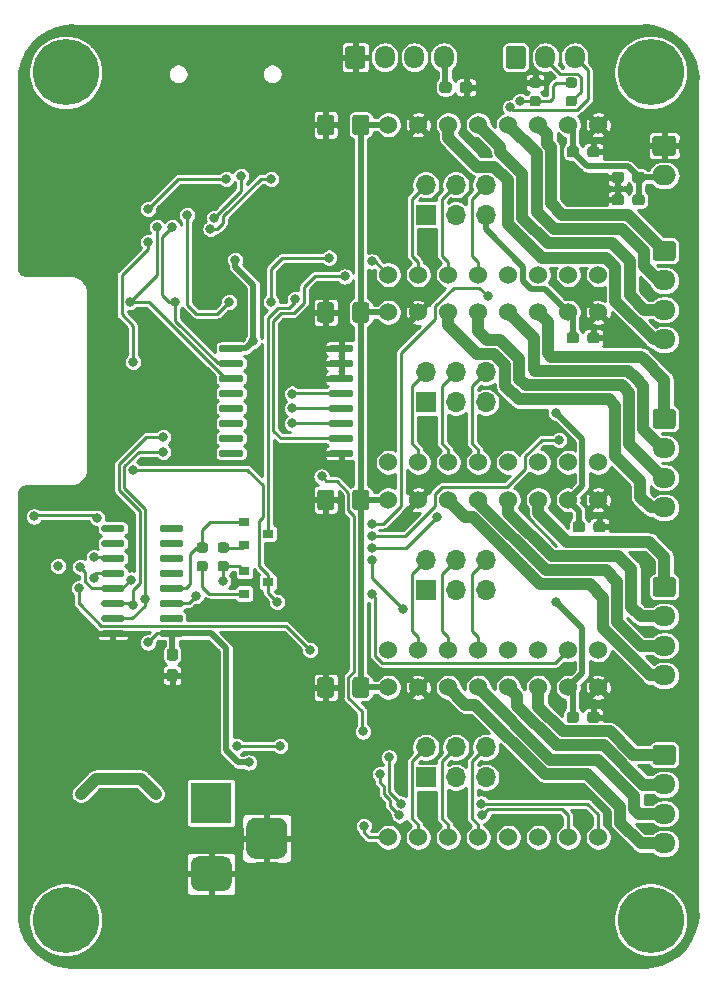
<source format=gbr>
G04 #@! TF.GenerationSoftware,KiCad,Pcbnew,5.1.6*
G04 #@! TF.CreationDate,2020-07-21T22:46:31+02:00*
G04 #@! TF.ProjectId,esp32_stepper_driver,65737033-325f-4737-9465-707065725f64,rev?*
G04 #@! TF.SameCoordinates,Original*
G04 #@! TF.FileFunction,Copper,L2,Bot*
G04 #@! TF.FilePolarity,Positive*
%FSLAX46Y46*%
G04 Gerber Fmt 4.6, Leading zero omitted, Abs format (unit mm)*
G04 Created by KiCad (PCBNEW 5.1.6) date 2020-07-21 22:46:31*
%MOMM*%
%LPD*%
G01*
G04 APERTURE LIST*
G04 #@! TA.AperFunction,ComponentPad*
%ADD10O,1.700000X1.700000*%
G04 #@! TD*
G04 #@! TA.AperFunction,ComponentPad*
%ADD11R,1.700000X1.700000*%
G04 #@! TD*
G04 #@! TA.AperFunction,ComponentPad*
%ADD12O,1.950000X1.700000*%
G04 #@! TD*
G04 #@! TA.AperFunction,SMDPad,CuDef*
%ADD13R,0.900000X0.800000*%
G04 #@! TD*
G04 #@! TA.AperFunction,ComponentPad*
%ADD14C,5.600000*%
G04 #@! TD*
G04 #@! TA.AperFunction,ComponentPad*
%ADD15O,2.000000X1.700000*%
G04 #@! TD*
G04 #@! TA.AperFunction,ComponentPad*
%ADD16O,1.700000X1.950000*%
G04 #@! TD*
G04 #@! TA.AperFunction,ComponentPad*
%ADD17R,3.500000X3.500000*%
G04 #@! TD*
G04 #@! TA.AperFunction,ComponentPad*
%ADD18C,1.524000*%
G04 #@! TD*
G04 #@! TA.AperFunction,ViaPad*
%ADD19C,0.800000*%
G04 #@! TD*
G04 #@! TA.AperFunction,Conductor*
%ADD20C,0.250000*%
G04 #@! TD*
G04 #@! TA.AperFunction,Conductor*
%ADD21C,0.500000*%
G04 #@! TD*
G04 #@! TA.AperFunction,Conductor*
%ADD22C,1.000000*%
G04 #@! TD*
G04 #@! TA.AperFunction,Conductor*
%ADD23C,0.254000*%
G04 #@! TD*
G04 APERTURE END LIST*
D10*
X175895000Y-83820000D03*
X175895000Y-86360000D03*
X173355000Y-83820000D03*
X173355000Y-86360000D03*
X170815000Y-83820000D03*
D11*
X170815000Y-86360000D03*
D10*
X175895000Y-99695000D03*
X175895000Y-102235000D03*
X173355000Y-99695000D03*
X173355000Y-102235000D03*
X170815000Y-99695000D03*
D11*
X170815000Y-102235000D03*
D10*
X175895000Y-115570000D03*
X175895000Y-118110000D03*
X173355000Y-115570000D03*
X173355000Y-118110000D03*
X170815000Y-115570000D03*
D11*
X170815000Y-118110000D03*
D10*
X175895000Y-131445000D03*
X175895000Y-133985000D03*
X173355000Y-131445000D03*
X173355000Y-133985000D03*
X170815000Y-131445000D03*
D11*
X170815000Y-133985000D03*
D12*
X191008000Y-96908000D03*
X191008000Y-94408000D03*
X191008000Y-91908000D03*
G04 #@! TA.AperFunction,ComponentPad*
G36*
G01*
X190283000Y-88558000D02*
X191733000Y-88558000D01*
G75*
G02*
X191983000Y-88808000I0J-250000D01*
G01*
X191983000Y-90008000D01*
G75*
G02*
X191733000Y-90258000I-250000J0D01*
G01*
X190283000Y-90258000D01*
G75*
G02*
X190033000Y-90008000I0J250000D01*
G01*
X190033000Y-88808000D01*
G75*
G02*
X190283000Y-88558000I250000J0D01*
G01*
G37*
G04 #@! TD.AperFunction*
X191008000Y-125356000D03*
X191008000Y-122856000D03*
X191008000Y-120356000D03*
G04 #@! TA.AperFunction,ComponentPad*
G36*
G01*
X190283000Y-117006000D02*
X191733000Y-117006000D01*
G75*
G02*
X191983000Y-117256000I0J-250000D01*
G01*
X191983000Y-118456000D01*
G75*
G02*
X191733000Y-118706000I-250000J0D01*
G01*
X190283000Y-118706000D01*
G75*
G02*
X190033000Y-118456000I0J250000D01*
G01*
X190033000Y-117256000D01*
G75*
G02*
X190283000Y-117006000I250000J0D01*
G01*
G37*
G04 #@! TD.AperFunction*
G04 #@! TA.AperFunction,SMDPad,CuDef*
G36*
G01*
X155379000Y-97513000D02*
X155379000Y-97813000D01*
G75*
G02*
X155229000Y-97963000I-150000J0D01*
G01*
X153479000Y-97963000D01*
G75*
G02*
X153329000Y-97813000I0J150000D01*
G01*
X153329000Y-97513000D01*
G75*
G02*
X153479000Y-97363000I150000J0D01*
G01*
X155229000Y-97363000D01*
G75*
G02*
X155379000Y-97513000I0J-150000D01*
G01*
G37*
G04 #@! TD.AperFunction*
G04 #@! TA.AperFunction,SMDPad,CuDef*
G36*
G01*
X155379000Y-98783000D02*
X155379000Y-99083000D01*
G75*
G02*
X155229000Y-99233000I-150000J0D01*
G01*
X153479000Y-99233000D01*
G75*
G02*
X153329000Y-99083000I0J150000D01*
G01*
X153329000Y-98783000D01*
G75*
G02*
X153479000Y-98633000I150000J0D01*
G01*
X155229000Y-98633000D01*
G75*
G02*
X155379000Y-98783000I0J-150000D01*
G01*
G37*
G04 #@! TD.AperFunction*
G04 #@! TA.AperFunction,SMDPad,CuDef*
G36*
G01*
X155379000Y-100053000D02*
X155379000Y-100353000D01*
G75*
G02*
X155229000Y-100503000I-150000J0D01*
G01*
X153479000Y-100503000D01*
G75*
G02*
X153329000Y-100353000I0J150000D01*
G01*
X153329000Y-100053000D01*
G75*
G02*
X153479000Y-99903000I150000J0D01*
G01*
X155229000Y-99903000D01*
G75*
G02*
X155379000Y-100053000I0J-150000D01*
G01*
G37*
G04 #@! TD.AperFunction*
G04 #@! TA.AperFunction,SMDPad,CuDef*
G36*
G01*
X155379000Y-101323000D02*
X155379000Y-101623000D01*
G75*
G02*
X155229000Y-101773000I-150000J0D01*
G01*
X153479000Y-101773000D01*
G75*
G02*
X153329000Y-101623000I0J150000D01*
G01*
X153329000Y-101323000D01*
G75*
G02*
X153479000Y-101173000I150000J0D01*
G01*
X155229000Y-101173000D01*
G75*
G02*
X155379000Y-101323000I0J-150000D01*
G01*
G37*
G04 #@! TD.AperFunction*
G04 #@! TA.AperFunction,SMDPad,CuDef*
G36*
G01*
X155379000Y-102593000D02*
X155379000Y-102893000D01*
G75*
G02*
X155229000Y-103043000I-150000J0D01*
G01*
X153479000Y-103043000D01*
G75*
G02*
X153329000Y-102893000I0J150000D01*
G01*
X153329000Y-102593000D01*
G75*
G02*
X153479000Y-102443000I150000J0D01*
G01*
X155229000Y-102443000D01*
G75*
G02*
X155379000Y-102593000I0J-150000D01*
G01*
G37*
G04 #@! TD.AperFunction*
G04 #@! TA.AperFunction,SMDPad,CuDef*
G36*
G01*
X155379000Y-103863000D02*
X155379000Y-104163000D01*
G75*
G02*
X155229000Y-104313000I-150000J0D01*
G01*
X153479000Y-104313000D01*
G75*
G02*
X153329000Y-104163000I0J150000D01*
G01*
X153329000Y-103863000D01*
G75*
G02*
X153479000Y-103713000I150000J0D01*
G01*
X155229000Y-103713000D01*
G75*
G02*
X155379000Y-103863000I0J-150000D01*
G01*
G37*
G04 #@! TD.AperFunction*
G04 #@! TA.AperFunction,SMDPad,CuDef*
G36*
G01*
X155379000Y-105133000D02*
X155379000Y-105433000D01*
G75*
G02*
X155229000Y-105583000I-150000J0D01*
G01*
X153479000Y-105583000D01*
G75*
G02*
X153329000Y-105433000I0J150000D01*
G01*
X153329000Y-105133000D01*
G75*
G02*
X153479000Y-104983000I150000J0D01*
G01*
X155229000Y-104983000D01*
G75*
G02*
X155379000Y-105133000I0J-150000D01*
G01*
G37*
G04 #@! TD.AperFunction*
G04 #@! TA.AperFunction,SMDPad,CuDef*
G36*
G01*
X155379000Y-106403000D02*
X155379000Y-106703000D01*
G75*
G02*
X155229000Y-106853000I-150000J0D01*
G01*
X153479000Y-106853000D01*
G75*
G02*
X153329000Y-106703000I0J150000D01*
G01*
X153329000Y-106403000D01*
G75*
G02*
X153479000Y-106253000I150000J0D01*
G01*
X155229000Y-106253000D01*
G75*
G02*
X155379000Y-106403000I0J-150000D01*
G01*
G37*
G04 #@! TD.AperFunction*
G04 #@! TA.AperFunction,SMDPad,CuDef*
G36*
G01*
X164679000Y-106403000D02*
X164679000Y-106703000D01*
G75*
G02*
X164529000Y-106853000I-150000J0D01*
G01*
X162779000Y-106853000D01*
G75*
G02*
X162629000Y-106703000I0J150000D01*
G01*
X162629000Y-106403000D01*
G75*
G02*
X162779000Y-106253000I150000J0D01*
G01*
X164529000Y-106253000D01*
G75*
G02*
X164679000Y-106403000I0J-150000D01*
G01*
G37*
G04 #@! TD.AperFunction*
G04 #@! TA.AperFunction,SMDPad,CuDef*
G36*
G01*
X164679000Y-105133000D02*
X164679000Y-105433000D01*
G75*
G02*
X164529000Y-105583000I-150000J0D01*
G01*
X162779000Y-105583000D01*
G75*
G02*
X162629000Y-105433000I0J150000D01*
G01*
X162629000Y-105133000D01*
G75*
G02*
X162779000Y-104983000I150000J0D01*
G01*
X164529000Y-104983000D01*
G75*
G02*
X164679000Y-105133000I0J-150000D01*
G01*
G37*
G04 #@! TD.AperFunction*
G04 #@! TA.AperFunction,SMDPad,CuDef*
G36*
G01*
X164679000Y-103863000D02*
X164679000Y-104163000D01*
G75*
G02*
X164529000Y-104313000I-150000J0D01*
G01*
X162779000Y-104313000D01*
G75*
G02*
X162629000Y-104163000I0J150000D01*
G01*
X162629000Y-103863000D01*
G75*
G02*
X162779000Y-103713000I150000J0D01*
G01*
X164529000Y-103713000D01*
G75*
G02*
X164679000Y-103863000I0J-150000D01*
G01*
G37*
G04 #@! TD.AperFunction*
G04 #@! TA.AperFunction,SMDPad,CuDef*
G36*
G01*
X164679000Y-102593000D02*
X164679000Y-102893000D01*
G75*
G02*
X164529000Y-103043000I-150000J0D01*
G01*
X162779000Y-103043000D01*
G75*
G02*
X162629000Y-102893000I0J150000D01*
G01*
X162629000Y-102593000D01*
G75*
G02*
X162779000Y-102443000I150000J0D01*
G01*
X164529000Y-102443000D01*
G75*
G02*
X164679000Y-102593000I0J-150000D01*
G01*
G37*
G04 #@! TD.AperFunction*
G04 #@! TA.AperFunction,SMDPad,CuDef*
G36*
G01*
X164679000Y-101323000D02*
X164679000Y-101623000D01*
G75*
G02*
X164529000Y-101773000I-150000J0D01*
G01*
X162779000Y-101773000D01*
G75*
G02*
X162629000Y-101623000I0J150000D01*
G01*
X162629000Y-101323000D01*
G75*
G02*
X162779000Y-101173000I150000J0D01*
G01*
X164529000Y-101173000D01*
G75*
G02*
X164679000Y-101323000I0J-150000D01*
G01*
G37*
G04 #@! TD.AperFunction*
G04 #@! TA.AperFunction,SMDPad,CuDef*
G36*
G01*
X164679000Y-100053000D02*
X164679000Y-100353000D01*
G75*
G02*
X164529000Y-100503000I-150000J0D01*
G01*
X162779000Y-100503000D01*
G75*
G02*
X162629000Y-100353000I0J150000D01*
G01*
X162629000Y-100053000D01*
G75*
G02*
X162779000Y-99903000I150000J0D01*
G01*
X164529000Y-99903000D01*
G75*
G02*
X164679000Y-100053000I0J-150000D01*
G01*
G37*
G04 #@! TD.AperFunction*
G04 #@! TA.AperFunction,SMDPad,CuDef*
G36*
G01*
X164679000Y-98783000D02*
X164679000Y-99083000D01*
G75*
G02*
X164529000Y-99233000I-150000J0D01*
G01*
X162779000Y-99233000D01*
G75*
G02*
X162629000Y-99083000I0J150000D01*
G01*
X162629000Y-98783000D01*
G75*
G02*
X162779000Y-98633000I150000J0D01*
G01*
X164529000Y-98633000D01*
G75*
G02*
X164679000Y-98783000I0J-150000D01*
G01*
G37*
G04 #@! TD.AperFunction*
G04 #@! TA.AperFunction,SMDPad,CuDef*
G36*
G01*
X164679000Y-97513000D02*
X164679000Y-97813000D01*
G75*
G02*
X164529000Y-97963000I-150000J0D01*
G01*
X162779000Y-97963000D01*
G75*
G02*
X162629000Y-97813000I0J150000D01*
G01*
X162629000Y-97513000D01*
G75*
G02*
X162779000Y-97363000I150000J0D01*
G01*
X164529000Y-97363000D01*
G75*
G02*
X164679000Y-97513000I0J-150000D01*
G01*
G37*
G04 #@! TD.AperFunction*
G04 #@! TA.AperFunction,SMDPad,CuDef*
G36*
G01*
X148312000Y-121943000D02*
X148312000Y-121643000D01*
G75*
G02*
X148462000Y-121493000I150000J0D01*
G01*
X150112000Y-121493000D01*
G75*
G02*
X150262000Y-121643000I0J-150000D01*
G01*
X150262000Y-121943000D01*
G75*
G02*
X150112000Y-122093000I-150000J0D01*
G01*
X148462000Y-122093000D01*
G75*
G02*
X148312000Y-121943000I0J150000D01*
G01*
G37*
G04 #@! TD.AperFunction*
G04 #@! TA.AperFunction,SMDPad,CuDef*
G36*
G01*
X148312000Y-120673000D02*
X148312000Y-120373000D01*
G75*
G02*
X148462000Y-120223000I150000J0D01*
G01*
X150112000Y-120223000D01*
G75*
G02*
X150262000Y-120373000I0J-150000D01*
G01*
X150262000Y-120673000D01*
G75*
G02*
X150112000Y-120823000I-150000J0D01*
G01*
X148462000Y-120823000D01*
G75*
G02*
X148312000Y-120673000I0J150000D01*
G01*
G37*
G04 #@! TD.AperFunction*
G04 #@! TA.AperFunction,SMDPad,CuDef*
G36*
G01*
X148312000Y-119403000D02*
X148312000Y-119103000D01*
G75*
G02*
X148462000Y-118953000I150000J0D01*
G01*
X150112000Y-118953000D01*
G75*
G02*
X150262000Y-119103000I0J-150000D01*
G01*
X150262000Y-119403000D01*
G75*
G02*
X150112000Y-119553000I-150000J0D01*
G01*
X148462000Y-119553000D01*
G75*
G02*
X148312000Y-119403000I0J150000D01*
G01*
G37*
G04 #@! TD.AperFunction*
G04 #@! TA.AperFunction,SMDPad,CuDef*
G36*
G01*
X148312000Y-118133000D02*
X148312000Y-117833000D01*
G75*
G02*
X148462000Y-117683000I150000J0D01*
G01*
X150112000Y-117683000D01*
G75*
G02*
X150262000Y-117833000I0J-150000D01*
G01*
X150262000Y-118133000D01*
G75*
G02*
X150112000Y-118283000I-150000J0D01*
G01*
X148462000Y-118283000D01*
G75*
G02*
X148312000Y-118133000I0J150000D01*
G01*
G37*
G04 #@! TD.AperFunction*
G04 #@! TA.AperFunction,SMDPad,CuDef*
G36*
G01*
X148312000Y-116863000D02*
X148312000Y-116563000D01*
G75*
G02*
X148462000Y-116413000I150000J0D01*
G01*
X150112000Y-116413000D01*
G75*
G02*
X150262000Y-116563000I0J-150000D01*
G01*
X150262000Y-116863000D01*
G75*
G02*
X150112000Y-117013000I-150000J0D01*
G01*
X148462000Y-117013000D01*
G75*
G02*
X148312000Y-116863000I0J150000D01*
G01*
G37*
G04 #@! TD.AperFunction*
G04 #@! TA.AperFunction,SMDPad,CuDef*
G36*
G01*
X148312000Y-115593000D02*
X148312000Y-115293000D01*
G75*
G02*
X148462000Y-115143000I150000J0D01*
G01*
X150112000Y-115143000D01*
G75*
G02*
X150262000Y-115293000I0J-150000D01*
G01*
X150262000Y-115593000D01*
G75*
G02*
X150112000Y-115743000I-150000J0D01*
G01*
X148462000Y-115743000D01*
G75*
G02*
X148312000Y-115593000I0J150000D01*
G01*
G37*
G04 #@! TD.AperFunction*
G04 #@! TA.AperFunction,SMDPad,CuDef*
G36*
G01*
X148312000Y-114323000D02*
X148312000Y-114023000D01*
G75*
G02*
X148462000Y-113873000I150000J0D01*
G01*
X150112000Y-113873000D01*
G75*
G02*
X150262000Y-114023000I0J-150000D01*
G01*
X150262000Y-114323000D01*
G75*
G02*
X150112000Y-114473000I-150000J0D01*
G01*
X148462000Y-114473000D01*
G75*
G02*
X148312000Y-114323000I0J150000D01*
G01*
G37*
G04 #@! TD.AperFunction*
G04 #@! TA.AperFunction,SMDPad,CuDef*
G36*
G01*
X148312000Y-113053000D02*
X148312000Y-112753000D01*
G75*
G02*
X148462000Y-112603000I150000J0D01*
G01*
X150112000Y-112603000D01*
G75*
G02*
X150262000Y-112753000I0J-150000D01*
G01*
X150262000Y-113053000D01*
G75*
G02*
X150112000Y-113203000I-150000J0D01*
G01*
X148462000Y-113203000D01*
G75*
G02*
X148312000Y-113053000I0J150000D01*
G01*
G37*
G04 #@! TD.AperFunction*
G04 #@! TA.AperFunction,SMDPad,CuDef*
G36*
G01*
X143362000Y-113053000D02*
X143362000Y-112753000D01*
G75*
G02*
X143512000Y-112603000I150000J0D01*
G01*
X145162000Y-112603000D01*
G75*
G02*
X145312000Y-112753000I0J-150000D01*
G01*
X145312000Y-113053000D01*
G75*
G02*
X145162000Y-113203000I-150000J0D01*
G01*
X143512000Y-113203000D01*
G75*
G02*
X143362000Y-113053000I0J150000D01*
G01*
G37*
G04 #@! TD.AperFunction*
G04 #@! TA.AperFunction,SMDPad,CuDef*
G36*
G01*
X143362000Y-114323000D02*
X143362000Y-114023000D01*
G75*
G02*
X143512000Y-113873000I150000J0D01*
G01*
X145162000Y-113873000D01*
G75*
G02*
X145312000Y-114023000I0J-150000D01*
G01*
X145312000Y-114323000D01*
G75*
G02*
X145162000Y-114473000I-150000J0D01*
G01*
X143512000Y-114473000D01*
G75*
G02*
X143362000Y-114323000I0J150000D01*
G01*
G37*
G04 #@! TD.AperFunction*
G04 #@! TA.AperFunction,SMDPad,CuDef*
G36*
G01*
X143362000Y-115593000D02*
X143362000Y-115293000D01*
G75*
G02*
X143512000Y-115143000I150000J0D01*
G01*
X145162000Y-115143000D01*
G75*
G02*
X145312000Y-115293000I0J-150000D01*
G01*
X145312000Y-115593000D01*
G75*
G02*
X145162000Y-115743000I-150000J0D01*
G01*
X143512000Y-115743000D01*
G75*
G02*
X143362000Y-115593000I0J150000D01*
G01*
G37*
G04 #@! TD.AperFunction*
G04 #@! TA.AperFunction,SMDPad,CuDef*
G36*
G01*
X143362000Y-116863000D02*
X143362000Y-116563000D01*
G75*
G02*
X143512000Y-116413000I150000J0D01*
G01*
X145162000Y-116413000D01*
G75*
G02*
X145312000Y-116563000I0J-150000D01*
G01*
X145312000Y-116863000D01*
G75*
G02*
X145162000Y-117013000I-150000J0D01*
G01*
X143512000Y-117013000D01*
G75*
G02*
X143362000Y-116863000I0J150000D01*
G01*
G37*
G04 #@! TD.AperFunction*
G04 #@! TA.AperFunction,SMDPad,CuDef*
G36*
G01*
X143362000Y-118133000D02*
X143362000Y-117833000D01*
G75*
G02*
X143512000Y-117683000I150000J0D01*
G01*
X145162000Y-117683000D01*
G75*
G02*
X145312000Y-117833000I0J-150000D01*
G01*
X145312000Y-118133000D01*
G75*
G02*
X145162000Y-118283000I-150000J0D01*
G01*
X143512000Y-118283000D01*
G75*
G02*
X143362000Y-118133000I0J150000D01*
G01*
G37*
G04 #@! TD.AperFunction*
G04 #@! TA.AperFunction,SMDPad,CuDef*
G36*
G01*
X143362000Y-119403000D02*
X143362000Y-119103000D01*
G75*
G02*
X143512000Y-118953000I150000J0D01*
G01*
X145162000Y-118953000D01*
G75*
G02*
X145312000Y-119103000I0J-150000D01*
G01*
X145312000Y-119403000D01*
G75*
G02*
X145162000Y-119553000I-150000J0D01*
G01*
X143512000Y-119553000D01*
G75*
G02*
X143362000Y-119403000I0J150000D01*
G01*
G37*
G04 #@! TD.AperFunction*
G04 #@! TA.AperFunction,SMDPad,CuDef*
G36*
G01*
X143362000Y-120673000D02*
X143362000Y-120373000D01*
G75*
G02*
X143512000Y-120223000I150000J0D01*
G01*
X145162000Y-120223000D01*
G75*
G02*
X145312000Y-120373000I0J-150000D01*
G01*
X145312000Y-120673000D01*
G75*
G02*
X145162000Y-120823000I-150000J0D01*
G01*
X143512000Y-120823000D01*
G75*
G02*
X143362000Y-120673000I0J150000D01*
G01*
G37*
G04 #@! TD.AperFunction*
G04 #@! TA.AperFunction,SMDPad,CuDef*
G36*
G01*
X143362000Y-121943000D02*
X143362000Y-121643000D01*
G75*
G02*
X143512000Y-121493000I150000J0D01*
G01*
X145162000Y-121493000D01*
G75*
G02*
X145312000Y-121643000I0J-150000D01*
G01*
X145312000Y-121943000D01*
G75*
G02*
X145162000Y-122093000I-150000J0D01*
G01*
X143512000Y-122093000D01*
G75*
G02*
X143362000Y-121943000I0J150000D01*
G01*
G37*
G04 #@! TD.AperFunction*
G04 #@! TA.AperFunction,SMDPad,CuDef*
G36*
G01*
X180342250Y-75596000D02*
X179829750Y-75596000D01*
G75*
G02*
X179611000Y-75377250I0J218750D01*
G01*
X179611000Y-74939750D01*
G75*
G02*
X179829750Y-74721000I218750J0D01*
G01*
X180342250Y-74721000D01*
G75*
G02*
X180561000Y-74939750I0J-218750D01*
G01*
X180561000Y-75377250D01*
G75*
G02*
X180342250Y-75596000I-218750J0D01*
G01*
G37*
G04 #@! TD.AperFunction*
G04 #@! TA.AperFunction,SMDPad,CuDef*
G36*
G01*
X180342250Y-77171000D02*
X179829750Y-77171000D01*
G75*
G02*
X179611000Y-76952250I0J218750D01*
G01*
X179611000Y-76514750D01*
G75*
G02*
X179829750Y-76296000I218750J0D01*
G01*
X180342250Y-76296000D01*
G75*
G02*
X180561000Y-76514750I0J-218750D01*
G01*
X180561000Y-76952250D01*
G75*
G02*
X180342250Y-77171000I-218750J0D01*
G01*
G37*
G04 #@! TD.AperFunction*
G04 #@! TA.AperFunction,SMDPad,CuDef*
G36*
G01*
X183390250Y-75596000D02*
X182877750Y-75596000D01*
G75*
G02*
X182659000Y-75377250I0J218750D01*
G01*
X182659000Y-74939750D01*
G75*
G02*
X182877750Y-74721000I218750J0D01*
G01*
X183390250Y-74721000D01*
G75*
G02*
X183609000Y-74939750I0J-218750D01*
G01*
X183609000Y-75377250D01*
G75*
G02*
X183390250Y-75596000I-218750J0D01*
G01*
G37*
G04 #@! TD.AperFunction*
G04 #@! TA.AperFunction,SMDPad,CuDef*
G36*
G01*
X183390250Y-77171000D02*
X182877750Y-77171000D01*
G75*
G02*
X182659000Y-76952250I0J218750D01*
G01*
X182659000Y-76514750D01*
G75*
G02*
X182877750Y-76296000I218750J0D01*
G01*
X183390250Y-76296000D01*
G75*
G02*
X183609000Y-76514750I0J-218750D01*
G01*
X183609000Y-76952250D01*
G75*
G02*
X183390250Y-77171000I-218750J0D01*
G01*
G37*
G04 #@! TD.AperFunction*
G04 #@! TA.AperFunction,SMDPad,CuDef*
G36*
G01*
X152148250Y-114966000D02*
X151635750Y-114966000D01*
G75*
G02*
X151417000Y-114747250I0J218750D01*
G01*
X151417000Y-114309750D01*
G75*
G02*
X151635750Y-114091000I218750J0D01*
G01*
X152148250Y-114091000D01*
G75*
G02*
X152367000Y-114309750I0J-218750D01*
G01*
X152367000Y-114747250D01*
G75*
G02*
X152148250Y-114966000I-218750J0D01*
G01*
G37*
G04 #@! TD.AperFunction*
G04 #@! TA.AperFunction,SMDPad,CuDef*
G36*
G01*
X152148250Y-116541000D02*
X151635750Y-116541000D01*
G75*
G02*
X151417000Y-116322250I0J218750D01*
G01*
X151417000Y-115884750D01*
G75*
G02*
X151635750Y-115666000I218750J0D01*
G01*
X152148250Y-115666000D01*
G75*
G02*
X152367000Y-115884750I0J-218750D01*
G01*
X152367000Y-116322250D01*
G75*
G02*
X152148250Y-116541000I-218750J0D01*
G01*
G37*
G04 #@! TD.AperFunction*
G04 #@! TA.AperFunction,SMDPad,CuDef*
G36*
G01*
X153413750Y-115666000D02*
X153926250Y-115666000D01*
G75*
G02*
X154145000Y-115884750I0J-218750D01*
G01*
X154145000Y-116322250D01*
G75*
G02*
X153926250Y-116541000I-218750J0D01*
G01*
X153413750Y-116541000D01*
G75*
G02*
X153195000Y-116322250I0J218750D01*
G01*
X153195000Y-115884750D01*
G75*
G02*
X153413750Y-115666000I218750J0D01*
G01*
G37*
G04 #@! TD.AperFunction*
G04 #@! TA.AperFunction,SMDPad,CuDef*
G36*
G01*
X153413750Y-114091000D02*
X153926250Y-114091000D01*
G75*
G02*
X154145000Y-114309750I0J-218750D01*
G01*
X154145000Y-114747250D01*
G75*
G02*
X153926250Y-114966000I-218750J0D01*
G01*
X153413750Y-114966000D01*
G75*
G02*
X153195000Y-114747250I0J218750D01*
G01*
X153195000Y-114309750D01*
G75*
G02*
X153413750Y-114091000I218750J0D01*
G01*
G37*
G04 #@! TD.AperFunction*
D13*
X157464000Y-117475000D03*
X155464000Y-116525000D03*
X155464000Y-118425000D03*
X157464000Y-113345000D03*
X155464000Y-112395000D03*
X155464000Y-114295000D03*
D14*
X189865000Y-146050000D03*
X140335000Y-146050000D03*
X189865000Y-74295000D03*
X140335000Y-74295000D03*
D12*
X191008000Y-111132000D03*
X191008000Y-108632000D03*
X191008000Y-106132000D03*
G04 #@! TA.AperFunction,ComponentPad*
G36*
G01*
X190283000Y-102782000D02*
X191733000Y-102782000D01*
G75*
G02*
X191983000Y-103032000I0J-250000D01*
G01*
X191983000Y-104232000D01*
G75*
G02*
X191733000Y-104482000I-250000J0D01*
G01*
X190283000Y-104482000D01*
G75*
G02*
X190033000Y-104232000I0J250000D01*
G01*
X190033000Y-103032000D01*
G75*
G02*
X190283000Y-102782000I250000J0D01*
G01*
G37*
G04 #@! TD.AperFunction*
D15*
X191008000Y-83018000D03*
G04 #@! TA.AperFunction,ComponentPad*
G36*
G01*
X190258000Y-79668000D02*
X191758000Y-79668000D01*
G75*
G02*
X192008000Y-79918000I0J-250000D01*
G01*
X192008000Y-81118000D01*
G75*
G02*
X191758000Y-81368000I-250000J0D01*
G01*
X190258000Y-81368000D01*
G75*
G02*
X190008000Y-81118000I0J250000D01*
G01*
X190008000Y-79918000D01*
G75*
G02*
X190258000Y-79668000I250000J0D01*
G01*
G37*
G04 #@! TD.AperFunction*
D16*
X183435000Y-73025000D03*
X180935000Y-73025000D03*
G04 #@! TA.AperFunction,ComponentPad*
G36*
G01*
X177585000Y-73750000D02*
X177585000Y-72300000D01*
G75*
G02*
X177835000Y-72050000I250000J0D01*
G01*
X179035000Y-72050000D01*
G75*
G02*
X179285000Y-72300000I0J-250000D01*
G01*
X179285000Y-73750000D01*
G75*
G02*
X179035000Y-74000000I-250000J0D01*
G01*
X177835000Y-74000000D01*
G75*
G02*
X177585000Y-73750000I0J250000D01*
G01*
G37*
G04 #@! TD.AperFunction*
X172346000Y-73025000D03*
X169846000Y-73025000D03*
X167346000Y-73025000D03*
G04 #@! TA.AperFunction,ComponentPad*
G36*
G01*
X163996000Y-73750000D02*
X163996000Y-72300000D01*
G75*
G02*
X164246000Y-72050000I250000J0D01*
G01*
X165446000Y-72050000D01*
G75*
G02*
X165696000Y-72300000I0J-250000D01*
G01*
X165696000Y-73750000D01*
G75*
G02*
X165446000Y-74000000I-250000J0D01*
G01*
X164246000Y-74000000D01*
G75*
G02*
X163996000Y-73750000I0J250000D01*
G01*
G37*
G04 #@! TD.AperFunction*
D12*
X191008000Y-139580000D03*
X191008000Y-137080000D03*
X191008000Y-134580000D03*
G04 #@! TA.AperFunction,ComponentPad*
G36*
G01*
X190283000Y-131230000D02*
X191733000Y-131230000D01*
G75*
G02*
X191983000Y-131480000I0J-250000D01*
G01*
X191983000Y-132680000D01*
G75*
G02*
X191733000Y-132930000I-250000J0D01*
G01*
X190283000Y-132930000D01*
G75*
G02*
X190033000Y-132680000I0J250000D01*
G01*
X190033000Y-131480000D01*
G75*
G02*
X190283000Y-131230000I250000J0D01*
G01*
G37*
G04 #@! TD.AperFunction*
G04 #@! TA.AperFunction,ComponentPad*
G36*
G01*
X158229000Y-140894000D02*
X156479000Y-140894000D01*
G75*
G02*
X155604000Y-140019000I0J875000D01*
G01*
X155604000Y-138269000D01*
G75*
G02*
X156479000Y-137394000I875000J0D01*
G01*
X158229000Y-137394000D01*
G75*
G02*
X159104000Y-138269000I0J-875000D01*
G01*
X159104000Y-140019000D01*
G75*
G02*
X158229000Y-140894000I-875000J0D01*
G01*
G37*
G04 #@! TD.AperFunction*
G04 #@! TA.AperFunction,ComponentPad*
G36*
G01*
X153654000Y-143644000D02*
X151654000Y-143644000D01*
G75*
G02*
X150904000Y-142894000I0J750000D01*
G01*
X150904000Y-141394000D01*
G75*
G02*
X151654000Y-140644000I750000J0D01*
G01*
X153654000Y-140644000D01*
G75*
G02*
X154404000Y-141394000I0J-750000D01*
G01*
X154404000Y-142894000D01*
G75*
G02*
X153654000Y-143644000I-750000J0D01*
G01*
G37*
G04 #@! TD.AperFunction*
D17*
X152654000Y-136144000D03*
G04 #@! TA.AperFunction,SMDPad,CuDef*
G36*
G01*
X184500000Y-81263500D02*
X184500000Y-80788500D01*
G75*
G02*
X184737500Y-80551000I237500J0D01*
G01*
X185312500Y-80551000D01*
G75*
G02*
X185550000Y-80788500I0J-237500D01*
G01*
X185550000Y-81263500D01*
G75*
G02*
X185312500Y-81501000I-237500J0D01*
G01*
X184737500Y-81501000D01*
G75*
G02*
X184500000Y-81263500I0J237500D01*
G01*
G37*
G04 #@! TD.AperFunction*
G04 #@! TA.AperFunction,SMDPad,CuDef*
G36*
G01*
X182750000Y-81263500D02*
X182750000Y-80788500D01*
G75*
G02*
X182987500Y-80551000I237500J0D01*
G01*
X183562500Y-80551000D01*
G75*
G02*
X183800000Y-80788500I0J-237500D01*
G01*
X183800000Y-81263500D01*
G75*
G02*
X183562500Y-81501000I-237500J0D01*
G01*
X182987500Y-81501000D01*
G75*
G02*
X182750000Y-81263500I0J237500D01*
G01*
G37*
G04 #@! TD.AperFunction*
G04 #@! TA.AperFunction,SMDPad,CuDef*
G36*
G01*
X163055000Y-93990000D02*
X163055000Y-95240000D01*
G75*
G02*
X162805000Y-95490000I-250000J0D01*
G01*
X161880000Y-95490000D01*
G75*
G02*
X161630000Y-95240000I0J250000D01*
G01*
X161630000Y-93990000D01*
G75*
G02*
X161880000Y-93740000I250000J0D01*
G01*
X162805000Y-93740000D01*
G75*
G02*
X163055000Y-93990000I0J-250000D01*
G01*
G37*
G04 #@! TD.AperFunction*
G04 #@! TA.AperFunction,SMDPad,CuDef*
G36*
G01*
X166030000Y-93990000D02*
X166030000Y-95240000D01*
G75*
G02*
X165780000Y-95490000I-250000J0D01*
G01*
X164855000Y-95490000D01*
G75*
G02*
X164605000Y-95240000I0J250000D01*
G01*
X164605000Y-93990000D01*
G75*
G02*
X164855000Y-93740000I250000J0D01*
G01*
X165780000Y-93740000D01*
G75*
G02*
X166030000Y-93990000I0J-250000D01*
G01*
G37*
G04 #@! TD.AperFunction*
G04 #@! TA.AperFunction,SMDPad,CuDef*
G36*
G01*
X184500000Y-97011500D02*
X184500000Y-96536500D01*
G75*
G02*
X184737500Y-96299000I237500J0D01*
G01*
X185312500Y-96299000D01*
G75*
G02*
X185550000Y-96536500I0J-237500D01*
G01*
X185550000Y-97011500D01*
G75*
G02*
X185312500Y-97249000I-237500J0D01*
G01*
X184737500Y-97249000D01*
G75*
G02*
X184500000Y-97011500I0J237500D01*
G01*
G37*
G04 #@! TD.AperFunction*
G04 #@! TA.AperFunction,SMDPad,CuDef*
G36*
G01*
X182750000Y-97011500D02*
X182750000Y-96536500D01*
G75*
G02*
X182987500Y-96299000I237500J0D01*
G01*
X183562500Y-96299000D01*
G75*
G02*
X183800000Y-96536500I0J-237500D01*
G01*
X183800000Y-97011500D01*
G75*
G02*
X183562500Y-97249000I-237500J0D01*
G01*
X182987500Y-97249000D01*
G75*
G02*
X182750000Y-97011500I0J237500D01*
G01*
G37*
G04 #@! TD.AperFunction*
G04 #@! TA.AperFunction,SMDPad,CuDef*
G36*
G01*
X187610000Y-84852500D02*
X187610000Y-85327500D01*
G75*
G02*
X187372500Y-85565000I-237500J0D01*
G01*
X186797500Y-85565000D01*
G75*
G02*
X186560000Y-85327500I0J237500D01*
G01*
X186560000Y-84852500D01*
G75*
G02*
X186797500Y-84615000I237500J0D01*
G01*
X187372500Y-84615000D01*
G75*
G02*
X187610000Y-84852500I0J-237500D01*
G01*
G37*
G04 #@! TD.AperFunction*
G04 #@! TA.AperFunction,SMDPad,CuDef*
G36*
G01*
X189360000Y-84852500D02*
X189360000Y-85327500D01*
G75*
G02*
X189122500Y-85565000I-237500J0D01*
G01*
X188547500Y-85565000D01*
G75*
G02*
X188310000Y-85327500I0J237500D01*
G01*
X188310000Y-84852500D01*
G75*
G02*
X188547500Y-84615000I237500J0D01*
G01*
X189122500Y-84615000D01*
G75*
G02*
X189360000Y-84852500I0J-237500D01*
G01*
G37*
G04 #@! TD.AperFunction*
G04 #@! TA.AperFunction,SMDPad,CuDef*
G36*
G01*
X173705000Y-75802500D02*
X173705000Y-75327500D01*
G75*
G02*
X173942500Y-75090000I237500J0D01*
G01*
X174517500Y-75090000D01*
G75*
G02*
X174755000Y-75327500I0J-237500D01*
G01*
X174755000Y-75802500D01*
G75*
G02*
X174517500Y-76040000I-237500J0D01*
G01*
X173942500Y-76040000D01*
G75*
G02*
X173705000Y-75802500I0J237500D01*
G01*
G37*
G04 #@! TD.AperFunction*
G04 #@! TA.AperFunction,SMDPad,CuDef*
G36*
G01*
X171955000Y-75802500D02*
X171955000Y-75327500D01*
G75*
G02*
X172192500Y-75090000I237500J0D01*
G01*
X172767500Y-75090000D01*
G75*
G02*
X173005000Y-75327500I0J-237500D01*
G01*
X173005000Y-75802500D01*
G75*
G02*
X172767500Y-76040000I-237500J0D01*
G01*
X172192500Y-76040000D01*
G75*
G02*
X171955000Y-75802500I0J237500D01*
G01*
G37*
G04 #@! TD.AperFunction*
G04 #@! TA.AperFunction,SMDPad,CuDef*
G36*
G01*
X163055000Y-109865000D02*
X163055000Y-111115000D01*
G75*
G02*
X162805000Y-111365000I-250000J0D01*
G01*
X161880000Y-111365000D01*
G75*
G02*
X161630000Y-111115000I0J250000D01*
G01*
X161630000Y-109865000D01*
G75*
G02*
X161880000Y-109615000I250000J0D01*
G01*
X162805000Y-109615000D01*
G75*
G02*
X163055000Y-109865000I0J-250000D01*
G01*
G37*
G04 #@! TD.AperFunction*
G04 #@! TA.AperFunction,SMDPad,CuDef*
G36*
G01*
X166030000Y-109865000D02*
X166030000Y-111115000D01*
G75*
G02*
X165780000Y-111365000I-250000J0D01*
G01*
X164855000Y-111365000D01*
G75*
G02*
X164605000Y-111115000I0J250000D01*
G01*
X164605000Y-109865000D01*
G75*
G02*
X164855000Y-109615000I250000J0D01*
G01*
X165780000Y-109615000D01*
G75*
G02*
X166030000Y-109865000I0J-250000D01*
G01*
G37*
G04 #@! TD.AperFunction*
G04 #@! TA.AperFunction,SMDPad,CuDef*
G36*
G01*
X187610000Y-82947500D02*
X187610000Y-83422500D01*
G75*
G02*
X187372500Y-83660000I-237500J0D01*
G01*
X186797500Y-83660000D01*
G75*
G02*
X186560000Y-83422500I0J237500D01*
G01*
X186560000Y-82947500D01*
G75*
G02*
X186797500Y-82710000I237500J0D01*
G01*
X187372500Y-82710000D01*
G75*
G02*
X187610000Y-82947500I0J-237500D01*
G01*
G37*
G04 #@! TD.AperFunction*
G04 #@! TA.AperFunction,SMDPad,CuDef*
G36*
G01*
X189360000Y-82947500D02*
X189360000Y-83422500D01*
G75*
G02*
X189122500Y-83660000I-237500J0D01*
G01*
X188547500Y-83660000D01*
G75*
G02*
X188310000Y-83422500I0J237500D01*
G01*
X188310000Y-82947500D01*
G75*
G02*
X188547500Y-82710000I237500J0D01*
G01*
X189122500Y-82710000D01*
G75*
G02*
X189360000Y-82947500I0J-237500D01*
G01*
G37*
G04 #@! TD.AperFunction*
G04 #@! TA.AperFunction,SMDPad,CuDef*
G36*
G01*
X185008000Y-113013500D02*
X185008000Y-112538500D01*
G75*
G02*
X185245500Y-112301000I237500J0D01*
G01*
X185820500Y-112301000D01*
G75*
G02*
X186058000Y-112538500I0J-237500D01*
G01*
X186058000Y-113013500D01*
G75*
G02*
X185820500Y-113251000I-237500J0D01*
G01*
X185245500Y-113251000D01*
G75*
G02*
X185008000Y-113013500I0J237500D01*
G01*
G37*
G04 #@! TD.AperFunction*
G04 #@! TA.AperFunction,SMDPad,CuDef*
G36*
G01*
X183258000Y-113013500D02*
X183258000Y-112538500D01*
G75*
G02*
X183495500Y-112301000I237500J0D01*
G01*
X184070500Y-112301000D01*
G75*
G02*
X184308000Y-112538500I0J-237500D01*
G01*
X184308000Y-113013500D01*
G75*
G02*
X184070500Y-113251000I-237500J0D01*
G01*
X183495500Y-113251000D01*
G75*
G02*
X183258000Y-113013500I0J237500D01*
G01*
G37*
G04 #@! TD.AperFunction*
G04 #@! TA.AperFunction,SMDPad,CuDef*
G36*
G01*
X149114500Y-124810000D02*
X149589500Y-124810000D01*
G75*
G02*
X149827000Y-125047500I0J-237500D01*
G01*
X149827000Y-125622500D01*
G75*
G02*
X149589500Y-125860000I-237500J0D01*
G01*
X149114500Y-125860000D01*
G75*
G02*
X148877000Y-125622500I0J237500D01*
G01*
X148877000Y-125047500D01*
G75*
G02*
X149114500Y-124810000I237500J0D01*
G01*
G37*
G04 #@! TD.AperFunction*
G04 #@! TA.AperFunction,SMDPad,CuDef*
G36*
G01*
X149114500Y-123060000D02*
X149589500Y-123060000D01*
G75*
G02*
X149827000Y-123297500I0J-237500D01*
G01*
X149827000Y-123872500D01*
G75*
G02*
X149589500Y-124110000I-237500J0D01*
G01*
X149114500Y-124110000D01*
G75*
G02*
X148877000Y-123872500I0J237500D01*
G01*
X148877000Y-123297500D01*
G75*
G02*
X149114500Y-123060000I237500J0D01*
G01*
G37*
G04 #@! TD.AperFunction*
G04 #@! TA.AperFunction,SMDPad,CuDef*
G36*
G01*
X163055000Y-125740000D02*
X163055000Y-126990000D01*
G75*
G02*
X162805000Y-127240000I-250000J0D01*
G01*
X161880000Y-127240000D01*
G75*
G02*
X161630000Y-126990000I0J250000D01*
G01*
X161630000Y-125740000D01*
G75*
G02*
X161880000Y-125490000I250000J0D01*
G01*
X162805000Y-125490000D01*
G75*
G02*
X163055000Y-125740000I0J-250000D01*
G01*
G37*
G04 #@! TD.AperFunction*
G04 #@! TA.AperFunction,SMDPad,CuDef*
G36*
G01*
X166030000Y-125740000D02*
X166030000Y-126990000D01*
G75*
G02*
X165780000Y-127240000I-250000J0D01*
G01*
X164855000Y-127240000D01*
G75*
G02*
X164605000Y-126990000I0J250000D01*
G01*
X164605000Y-125740000D01*
G75*
G02*
X164855000Y-125490000I250000J0D01*
G01*
X165780000Y-125490000D01*
G75*
G02*
X166030000Y-125740000I0J-250000D01*
G01*
G37*
G04 #@! TD.AperFunction*
D18*
X185420000Y-91440000D03*
X182880000Y-91440000D03*
X180340000Y-91440000D03*
X177800000Y-91440000D03*
X175260000Y-91440000D03*
X172720000Y-91440000D03*
X170180000Y-91440000D03*
X167640000Y-91440000D03*
X167640000Y-78740000D03*
X170180000Y-78740000D03*
X172720000Y-78740000D03*
X175260000Y-78740000D03*
X177800000Y-78740000D03*
X180340000Y-78740000D03*
X182880000Y-78740000D03*
X185420000Y-78740000D03*
X185420000Y-107315000D03*
X182880000Y-107315000D03*
X180340000Y-107315000D03*
X177800000Y-107315000D03*
X175260000Y-107315000D03*
X172720000Y-107315000D03*
X170180000Y-107315000D03*
X167640000Y-107315000D03*
X167640000Y-94615000D03*
X170180000Y-94615000D03*
X172720000Y-94615000D03*
X175260000Y-94615000D03*
X177800000Y-94615000D03*
X180340000Y-94615000D03*
X182880000Y-94615000D03*
X185420000Y-94615000D03*
X185420000Y-123190000D03*
X182880000Y-123190000D03*
X180340000Y-123190000D03*
X177800000Y-123190000D03*
X175260000Y-123190000D03*
X172720000Y-123190000D03*
X170180000Y-123190000D03*
X167640000Y-123190000D03*
X167640000Y-110490000D03*
X170180000Y-110490000D03*
X172720000Y-110490000D03*
X175260000Y-110490000D03*
X177800000Y-110490000D03*
X180340000Y-110490000D03*
X182880000Y-110490000D03*
X185420000Y-110490000D03*
X185420000Y-139065000D03*
X182880000Y-139065000D03*
X180340000Y-139065000D03*
X177800000Y-139065000D03*
X175260000Y-139065000D03*
X172720000Y-139065000D03*
X170180000Y-139065000D03*
X167640000Y-139065000D03*
X167640000Y-126365000D03*
X170180000Y-126365000D03*
X172720000Y-126365000D03*
X175260000Y-126365000D03*
X177800000Y-126365000D03*
X180340000Y-126365000D03*
X182880000Y-126365000D03*
X185420000Y-126365000D03*
G04 #@! TA.AperFunction,SMDPad,CuDef*
G36*
G01*
X184500000Y-129142500D02*
X184500000Y-128667500D01*
G75*
G02*
X184737500Y-128430000I237500J0D01*
G01*
X185312500Y-128430000D01*
G75*
G02*
X185550000Y-128667500I0J-237500D01*
G01*
X185550000Y-129142500D01*
G75*
G02*
X185312500Y-129380000I-237500J0D01*
G01*
X184737500Y-129380000D01*
G75*
G02*
X184500000Y-129142500I0J237500D01*
G01*
G37*
G04 #@! TD.AperFunction*
G04 #@! TA.AperFunction,SMDPad,CuDef*
G36*
G01*
X182750000Y-129142500D02*
X182750000Y-128667500D01*
G75*
G02*
X182987500Y-128430000I237500J0D01*
G01*
X183562500Y-128430000D01*
G75*
G02*
X183800000Y-128667500I0J-237500D01*
G01*
X183800000Y-129142500D01*
G75*
G02*
X183562500Y-129380000I-237500J0D01*
G01*
X182987500Y-129380000D01*
G75*
G02*
X182750000Y-129142500I0J237500D01*
G01*
G37*
G04 #@! TD.AperFunction*
G04 #@! TA.AperFunction,SMDPad,CuDef*
G36*
G01*
X166030000Y-78115000D02*
X166030000Y-79365000D01*
G75*
G02*
X165780000Y-79615000I-250000J0D01*
G01*
X164855000Y-79615000D01*
G75*
G02*
X164605000Y-79365000I0J250000D01*
G01*
X164605000Y-78115000D01*
G75*
G02*
X164855000Y-77865000I250000J0D01*
G01*
X165780000Y-77865000D01*
G75*
G02*
X166030000Y-78115000I0J-250000D01*
G01*
G37*
G04 #@! TD.AperFunction*
G04 #@! TA.AperFunction,SMDPad,CuDef*
G36*
G01*
X163055000Y-78115000D02*
X163055000Y-79365000D01*
G75*
G02*
X162805000Y-79615000I-250000J0D01*
G01*
X161880000Y-79615000D01*
G75*
G02*
X161630000Y-79365000I0J250000D01*
G01*
X161630000Y-78115000D01*
G75*
G02*
X161880000Y-77865000I250000J0D01*
G01*
X162805000Y-77865000D01*
G75*
G02*
X163055000Y-78115000I0J-250000D01*
G01*
G37*
G04 #@! TD.AperFunction*
D19*
X185674000Y-83312000D03*
X184658000Y-83312000D03*
X184658000Y-84328000D03*
X185674000Y-84328000D03*
X143256000Y-135636000D03*
X144272000Y-135636000D03*
X145288000Y-135382000D03*
X146304000Y-135382000D03*
X147066000Y-140716000D03*
X147066000Y-139700000D03*
X147066000Y-138684000D03*
X147066000Y-137668000D03*
X156464000Y-80137000D03*
X157353000Y-80137000D03*
X158242000Y-80137000D03*
X158242000Y-81026000D03*
X157353000Y-81026000D03*
X156464000Y-81026000D03*
X143256000Y-107188000D03*
X143256000Y-106299000D03*
X143256000Y-105410000D03*
X143256000Y-104521000D03*
X143256000Y-103632000D03*
X167767000Y-96647000D03*
X166878000Y-96647000D03*
X166878000Y-97536000D03*
X167767000Y-97536000D03*
X159258000Y-97409000D03*
X159258000Y-98298000D03*
X159258000Y-99187000D03*
X159258000Y-100076000D03*
X160782000Y-132715000D03*
X161671000Y-132715000D03*
X161671000Y-133604000D03*
X160782000Y-133604000D03*
X147000000Y-100600000D03*
X147000000Y-101500000D03*
X147000000Y-102400000D03*
X147000000Y-103300000D03*
X147320000Y-85852000D03*
X153924000Y-83312000D03*
X154686000Y-90170000D03*
X156210000Y-97028000D03*
X147320000Y-122555000D03*
X145890990Y-117234847D03*
X139700000Y-116078000D03*
X141561845Y-116181847D03*
X155829000Y-132715000D03*
X159512000Y-102743000D03*
X166243000Y-118491000D03*
X166243000Y-115538006D03*
X168910000Y-119761000D03*
X159512000Y-104013000D03*
X166243000Y-114538003D03*
X171743533Y-111926533D03*
X166243000Y-113538000D03*
X182118000Y-105410000D03*
X163957000Y-91567000D03*
X166243000Y-90297000D03*
X166243000Y-112522000D03*
X176051647Y-93252001D03*
X181864000Y-103124000D03*
X181864000Y-119126000D03*
X161036000Y-123190000D03*
X154813000Y-131318000D03*
X158496000Y-131318000D03*
X141473611Y-117978959D03*
X149352000Y-87376000D03*
X149606000Y-93726000D03*
X148082000Y-87376000D03*
X145796000Y-93726000D03*
X158242000Y-119126000D03*
X146050000Y-107950000D03*
X146050000Y-98806000D03*
X147320000Y-88646000D03*
X143002000Y-112014000D03*
X137668000Y-111887000D03*
X141625997Y-135375001D03*
X147946001Y-135375001D03*
X142748000Y-117094000D03*
X142743094Y-115320906D03*
X157734000Y-93726000D03*
X162628858Y-89984858D03*
X177983949Y-77262701D03*
X154178000Y-93726000D03*
X150622000Y-86360000D03*
X152908000Y-86614000D03*
X155194000Y-83058000D03*
X152591772Y-87562685D03*
X157734000Y-83312000D03*
X146050000Y-119380000D03*
X148590000Y-105156000D03*
X147066000Y-118872000D03*
X148590000Y-106426000D03*
X178816000Y-76708000D03*
X159766000Y-93472000D03*
X151384000Y-118618000D03*
X153670000Y-117348000D03*
X167700000Y-132300000D03*
X168700000Y-136200000D03*
X175500000Y-136200000D03*
X166975000Y-133700000D03*
X168589569Y-137193886D03*
X175610431Y-137193886D03*
X159500000Y-101500000D03*
X162000000Y-108503011D03*
X165500000Y-130100000D03*
X165577999Y-138100000D03*
D20*
X147320000Y-85852000D02*
X149860000Y-83312000D01*
X149860000Y-83312000D02*
X153924000Y-83312000D01*
D21*
X149352000Y-121858000D02*
X149287000Y-121793000D01*
X149352000Y-123585000D02*
X149352000Y-121858000D01*
X154686000Y-90735685D02*
X156210000Y-92259685D01*
X154686000Y-90170000D02*
X154686000Y-90735685D01*
X156210000Y-92259685D02*
X156210000Y-97028000D01*
X155575000Y-97663000D02*
X154354000Y-97663000D01*
X156210000Y-97028000D02*
X155575000Y-97663000D01*
D20*
X149287000Y-121793000D02*
X148082000Y-121793000D01*
X148082000Y-121793000D02*
X147320000Y-122555000D01*
X145142837Y-117983000D02*
X144337000Y-117983000D01*
X145890990Y-117234847D02*
X145142837Y-117983000D01*
X144337000Y-117983000D02*
X142563998Y-117983000D01*
X142563998Y-117983000D02*
X142007003Y-117426005D01*
X142007003Y-117426005D02*
X142007003Y-116627005D01*
X142007003Y-116627005D02*
X141561845Y-116181847D01*
D21*
X152654000Y-121793000D02*
X149287000Y-121793000D01*
X153924000Y-123063000D02*
X152654000Y-121793000D01*
X155829000Y-132715000D02*
X154951998Y-132715000D01*
X153924000Y-131687002D02*
X153924000Y-123063000D01*
X154951998Y-132715000D02*
X153924000Y-131687002D01*
D20*
X163654000Y-102743000D02*
X159512000Y-102743000D01*
X182118001Y-123951999D02*
X182880000Y-123190000D01*
X181792999Y-124277001D02*
X182118001Y-123951999D01*
X167118239Y-124277001D02*
X181792999Y-124277001D01*
X166552999Y-123711761D02*
X167118239Y-124277001D01*
X166552999Y-118800999D02*
X166552999Y-123711761D01*
X166243000Y-118491000D02*
X166552999Y-118800999D01*
X166243000Y-115538006D02*
X166243000Y-117094000D01*
X166243000Y-117094000D02*
X168910000Y-119761000D01*
X163654000Y-104013000D02*
X159512000Y-104013000D01*
X166243000Y-114538003D02*
X169132063Y-114538003D01*
X169132063Y-114538003D02*
X171743533Y-111926533D01*
X180636238Y-105410000D02*
X182118000Y-105410000D01*
X179252999Y-107836761D02*
X179252999Y-106793239D01*
X179252999Y-106793239D02*
X180636238Y-105410000D01*
X169106760Y-113538000D02*
X171632999Y-111011761D01*
X171632999Y-109968239D02*
X172198239Y-109402999D01*
X166243000Y-113538000D02*
X169106760Y-113538000D01*
X171632999Y-111011761D02*
X171632999Y-109968239D01*
X177686761Y-109402999D02*
X179252999Y-107836761D01*
X172198239Y-109402999D02*
X177686761Y-109402999D01*
X163654000Y-105283000D02*
X158549010Y-105283000D01*
X158549010Y-105283000D02*
X157914010Y-104648000D01*
X157914010Y-104648000D02*
X157914010Y-95323990D01*
X159626994Y-94684008D02*
X160528000Y-93783002D01*
X157914010Y-95323990D02*
X158553990Y-94684010D01*
X158553990Y-94684010D02*
X159626994Y-94684008D01*
X160528000Y-93783002D02*
X160528000Y-92456000D01*
X160528000Y-92456000D02*
X161417000Y-91567000D01*
X161417000Y-91567000D02*
X163957000Y-91567000D01*
X166497000Y-90297000D02*
X167640000Y-91440000D01*
X166243000Y-90297000D02*
X166497000Y-90297000D01*
X175326647Y-92527001D02*
X176051647Y-93252001D01*
X173199237Y-92527001D02*
X175326647Y-92527001D01*
X171632999Y-94093239D02*
X173199237Y-92527001D01*
X166243000Y-112522000D02*
X167216762Y-112522000D01*
X167216762Y-112522000D02*
X168727001Y-111011761D01*
X168727001Y-111011761D02*
X168727001Y-98042759D01*
X168727001Y-98042759D02*
X171632999Y-95136761D01*
X171632999Y-95136761D02*
X171632999Y-94093239D01*
D21*
X188835000Y-83185000D02*
X188835000Y-85090000D01*
X190841000Y-83185000D02*
X191008000Y-83018000D01*
X188835000Y-83185000D02*
X190841000Y-83185000D01*
X183783000Y-111393000D02*
X182880000Y-110490000D01*
X183783000Y-112776000D02*
X183783000Y-111393000D01*
X183275000Y-95010000D02*
X182880000Y-94615000D01*
X183275000Y-96774000D02*
X183275000Y-95010000D01*
X184508990Y-82259990D02*
X183275000Y-81026000D01*
X188835000Y-83185000D02*
X187909990Y-82259990D01*
X187909990Y-82259990D02*
X184508990Y-82259990D01*
X183275000Y-79135000D02*
X182880000Y-78740000D01*
X183275000Y-81026000D02*
X183275000Y-79135000D01*
X172480000Y-73159000D02*
X172346000Y-73025000D01*
X172480000Y-75565000D02*
X172480000Y-73159000D01*
X184092001Y-105352001D02*
X181864000Y-103124000D01*
X182880000Y-110490000D02*
X184092001Y-109277999D01*
X184092001Y-109277999D02*
X184092001Y-105352001D01*
X184092001Y-121354001D02*
X181864000Y-119126000D01*
X182880000Y-126365000D02*
X184092001Y-125152999D01*
X184092001Y-125152999D02*
X184092001Y-121354001D01*
X183275000Y-126760000D02*
X182880000Y-126365000D01*
X183275000Y-128905000D02*
X183275000Y-126760000D01*
X179070000Y-90737081D02*
X175895000Y-87562081D01*
X175895000Y-87562081D02*
X175895000Y-86360000D01*
X179070000Y-91963762D02*
X179070000Y-90737081D01*
X179758239Y-92652001D02*
X179070000Y-91963762D01*
X180917001Y-92652001D02*
X179758239Y-92652001D01*
X182880000Y-94615000D02*
X180917001Y-92652001D01*
D20*
X158994010Y-121148010D02*
X161036000Y-123190000D01*
X143315242Y-121148010D02*
X158994010Y-121148010D01*
X154813000Y-131318000D02*
X158496000Y-131318000D01*
X141473611Y-119306379D02*
X141512616Y-119345384D01*
X141473611Y-117978959D02*
X141473611Y-119306379D01*
X141512616Y-119345384D02*
X143315242Y-121148010D01*
X149352000Y-87376000D02*
X148532010Y-88195990D01*
X148532010Y-88195990D02*
X148532010Y-93160010D01*
X148532010Y-93160010D02*
X149098000Y-93726000D01*
X149098000Y-93726000D02*
X149606000Y-93726000D01*
X149606000Y-94291685D02*
X149606000Y-93726000D01*
X149606000Y-95310000D02*
X149606000Y-94291685D01*
X153229000Y-98933000D02*
X149606000Y-95310000D01*
X154354000Y-98933000D02*
X153229000Y-98933000D01*
X148082000Y-87376000D02*
X148082000Y-91440000D01*
X148082000Y-91440000D02*
X145796000Y-93726000D01*
X147385590Y-93726000D02*
X145796000Y-93726000D01*
X154354000Y-100203000D02*
X153862590Y-100203000D01*
X153862590Y-100203000D02*
X147385590Y-93726000D01*
X172179999Y-89822369D02*
X172720000Y-90362370D01*
X172179999Y-84995001D02*
X172179999Y-89822369D01*
X172720000Y-90362370D02*
X172720000Y-91440000D01*
X173355000Y-83820000D02*
X172179999Y-84995001D01*
X174719999Y-121572369D02*
X175260000Y-122112370D01*
X175260000Y-122112370D02*
X175260000Y-123190000D01*
X174719999Y-116745001D02*
X174719999Y-121572369D01*
X175895000Y-115570000D02*
X174719999Y-116745001D01*
X172720000Y-137987370D02*
X172720000Y-139065000D01*
X172179999Y-137447369D02*
X172720000Y-137987370D01*
X172179999Y-132620001D02*
X172179999Y-137447369D01*
X173355000Y-131445000D02*
X172179999Y-132620001D01*
X175260000Y-137987370D02*
X175260000Y-139065000D01*
X174719999Y-132620001D02*
X174719999Y-137447369D01*
X174719999Y-137447369D02*
X175260000Y-137987370D01*
X175895000Y-131445000D02*
X174719999Y-132620001D01*
X170180000Y-122112370D02*
X170180000Y-123190000D01*
X169639999Y-121572369D02*
X170180000Y-122112370D01*
X169639999Y-116745001D02*
X169639999Y-121572369D01*
X170815000Y-115570000D02*
X169639999Y-116745001D01*
X170180000Y-106237370D02*
X170180000Y-107315000D01*
X169639999Y-100870001D02*
X169639999Y-105697369D01*
X169639999Y-105697369D02*
X170180000Y-106237370D01*
X170815000Y-99695000D02*
X169639999Y-100870001D01*
X169639999Y-89822369D02*
X170180000Y-90362370D01*
X169639999Y-84995001D02*
X169639999Y-89822369D01*
X170180000Y-90362370D02*
X170180000Y-91440000D01*
X170815000Y-83820000D02*
X169639999Y-84995001D01*
X172179999Y-121572369D02*
X172720000Y-122112370D01*
X172179999Y-116745001D02*
X172179999Y-121572369D01*
X172720000Y-122112370D02*
X172720000Y-123190000D01*
X173355000Y-115570000D02*
X172179999Y-116745001D01*
X172179999Y-105697369D02*
X172720000Y-106237370D01*
X172720000Y-106237370D02*
X172720000Y-107315000D01*
X172179999Y-100870001D02*
X172179999Y-105697369D01*
X173355000Y-99695000D02*
X172179999Y-100870001D01*
X175260000Y-90362370D02*
X175260000Y-91440000D01*
X174719999Y-89822369D02*
X175260000Y-90362370D01*
X174719999Y-84995001D02*
X174719999Y-89822369D01*
X175895000Y-83820000D02*
X174719999Y-84995001D01*
X170180000Y-137987370D02*
X170180000Y-139065000D01*
X169639999Y-137447369D02*
X170180000Y-137987370D01*
X169639999Y-132620001D02*
X169639999Y-137447369D01*
X170815000Y-131445000D02*
X169639999Y-132620001D01*
X175260000Y-106237370D02*
X175260000Y-107315000D01*
X174719999Y-105697369D02*
X175260000Y-106237370D01*
X174719999Y-100870001D02*
X174719999Y-105697369D01*
X175895000Y-99695000D02*
X174719999Y-100870001D01*
D21*
X165317500Y-78740000D02*
X167640000Y-78740000D01*
X165317500Y-94615000D02*
X167640000Y-94615000D01*
X165317500Y-110490000D02*
X167640000Y-110490000D01*
X165317500Y-126365000D02*
X167640000Y-126365000D01*
X165317500Y-126365000D02*
X165317500Y-78740000D01*
D22*
X181101999Y-80344929D02*
X181400028Y-80642958D01*
X180340000Y-78740000D02*
X181101999Y-79501999D01*
X181101999Y-79501999D02*
X181101999Y-80344929D01*
X181400028Y-85388028D02*
X182389969Y-86377969D01*
X181400028Y-80642958D02*
X181400028Y-85388028D01*
X187977969Y-86377969D02*
X191008000Y-89408000D01*
X182389969Y-86377969D02*
X187977969Y-86377969D01*
X180200018Y-81140018D02*
X180200018Y-86127878D01*
X177800000Y-78740000D02*
X180200018Y-81140018D01*
X180200018Y-86127878D02*
X181650119Y-87577979D01*
X187399979Y-87577979D02*
X181650119Y-87577979D01*
X189282020Y-89460020D02*
X187399979Y-87577979D01*
X189282020Y-90730020D02*
X189282020Y-89460020D01*
X191008000Y-91908000D02*
X190460000Y-91908000D01*
X190460000Y-91908000D02*
X189282020Y-90730020D01*
X189323070Y-94408000D02*
X191008000Y-94408000D01*
X188082010Y-93166940D02*
X189323070Y-94408000D01*
X188082010Y-90241178D02*
X188082010Y-93166940D01*
X186618821Y-88777989D02*
X188082010Y-90241178D01*
X181153059Y-88777989D02*
X186618821Y-88777989D01*
X177136062Y-80616062D02*
X177136062Y-81069990D01*
X177136062Y-81069990D02*
X179000009Y-82933937D01*
X175260000Y-78740000D02*
X177136062Y-80616062D01*
X179000009Y-82933937D02*
X179000010Y-86624940D01*
X179000010Y-86624940D02*
X181153059Y-88777989D01*
X190883000Y-96908000D02*
X191008000Y-96908000D01*
X186882001Y-90738239D02*
X186882001Y-93664001D01*
X186121761Y-89977999D02*
X186882001Y-90738239D01*
X190126000Y-96908000D02*
X191008000Y-96908000D01*
X177800000Y-87122000D02*
X180655999Y-89977999D01*
X172720000Y-78740000D02*
X172720000Y-79817630D01*
X186882001Y-93664001D02*
X190126000Y-96908000D01*
X175172369Y-82269999D02*
X176639001Y-82269999D01*
X180655999Y-89977999D02*
X186121761Y-89977999D01*
X172720000Y-79817630D02*
X175172369Y-82269999D01*
X176639001Y-82269999D02*
X177800000Y-83430998D01*
X177800000Y-83430998D02*
X177800000Y-87122000D01*
X174790231Y-111952001D02*
X180484260Y-117646030D01*
X172720000Y-110490000D02*
X174182001Y-111952001D01*
X174182001Y-111952001D02*
X174790231Y-111952001D01*
X184702030Y-117646030D02*
X185813982Y-118757982D01*
X180484260Y-117646030D02*
X184702030Y-117646030D01*
X185813982Y-121334052D02*
X189835930Y-125356000D01*
X189835930Y-125356000D02*
X191008000Y-125356000D01*
X185813982Y-118757982D02*
X185813982Y-121334052D01*
X175260000Y-110724700D02*
X180981320Y-116446020D01*
X175260000Y-110490000D02*
X175260000Y-110724700D01*
X186042020Y-116446020D02*
X187013990Y-117417990D01*
X180981320Y-116446020D02*
X186042020Y-116446020D01*
X189033000Y-122856000D02*
X191008000Y-122856000D01*
X187013991Y-120836991D02*
X189033000Y-122856000D01*
X187013990Y-117417990D02*
X187013991Y-120836991D01*
X177800000Y-110490000D02*
X177800000Y-111567630D01*
X188214000Y-119537000D02*
X189033000Y-120356000D01*
X177800000Y-111567630D02*
X181478380Y-115246010D01*
X189033000Y-120356000D02*
X191008000Y-120356000D01*
X187128010Y-115246010D02*
X188214000Y-116332000D01*
X181478380Y-115246010D02*
X187128010Y-115246010D01*
X188214000Y-116332000D02*
X188214000Y-119537000D01*
X191008000Y-115316000D02*
X191008000Y-117856000D01*
X189738000Y-114046000D02*
X191008000Y-115316000D01*
X182818370Y-114046000D02*
X189738000Y-114046000D01*
X180340000Y-110490000D02*
X180340000Y-111567630D01*
X180340000Y-111567630D02*
X182818370Y-114046000D01*
X191008000Y-100330000D02*
X191008000Y-103632000D01*
X181146028Y-95421028D02*
X181146028Y-98088028D01*
X180340000Y-94615000D02*
X181146028Y-95421028D01*
X181146028Y-98088028D02*
X181438970Y-98380970D01*
X189058970Y-98380970D02*
X189357000Y-98679000D01*
X181438970Y-98380970D02*
X189058970Y-98380970D01*
X189357000Y-98679000D02*
X191008000Y-100330000D01*
X190839480Y-106132000D02*
X191008000Y-106132000D01*
X189230000Y-104522520D02*
X190839480Y-106132000D01*
X189230000Y-100838000D02*
X189230000Y-104522520D01*
X180098980Y-99580980D02*
X187972980Y-99580980D01*
X188595000Y-100203000D02*
X189230000Y-100838000D01*
X177800000Y-94615000D02*
X179946019Y-96761019D01*
X187972980Y-99580980D02*
X188595000Y-100203000D01*
X179946019Y-96761019D02*
X179946020Y-99428020D01*
X179946020Y-99428020D02*
X180098980Y-99580980D01*
X190883000Y-108632000D02*
X191008000Y-108632000D01*
X188029990Y-105778990D02*
X190883000Y-108632000D01*
X188029990Y-101415990D02*
X188029990Y-105778990D01*
X175260000Y-94615000D02*
X175260000Y-96182989D01*
X177136062Y-96944990D02*
X178746010Y-98554938D01*
X175260000Y-96182989D02*
X176022000Y-96944989D01*
X176022000Y-96944989D02*
X177136062Y-96944990D01*
X178746010Y-100260010D02*
X179266990Y-100780990D01*
X178746010Y-98554938D02*
X178746010Y-100260010D01*
X187394990Y-100780990D02*
X187579000Y-100965000D01*
X179266990Y-100780990D02*
X187394990Y-100780990D01*
X187579000Y-100965000D02*
X188029990Y-101415990D01*
X186829980Y-102501980D02*
X186829980Y-106771025D01*
X186829980Y-106771025D02*
X188976000Y-108917045D01*
X191008000Y-111132000D02*
X189872000Y-111132000D01*
X188976000Y-110236000D02*
X188976000Y-108917045D01*
X189872000Y-111132000D02*
X188976000Y-110236000D01*
X172720000Y-95692630D02*
X175172369Y-98144999D01*
X172720000Y-94615000D02*
X172720000Y-95692630D01*
X176639001Y-98144999D02*
X177546000Y-99051998D01*
X175172369Y-98144999D02*
X176639001Y-98144999D01*
X177546000Y-99051998D02*
X177546000Y-100838000D01*
X178689000Y-101981000D02*
X186309000Y-101981000D01*
X177546000Y-100838000D02*
X178689000Y-101981000D01*
X186309000Y-101981000D02*
X186829980Y-102501980D01*
X187267990Y-136467990D02*
X187267990Y-137814990D01*
X189033000Y-139580000D02*
X191008000Y-139580000D01*
X187267990Y-137814990D02*
X189033000Y-139580000D01*
X172720000Y-126365000D02*
X174182001Y-127827001D01*
X174182001Y-127827001D02*
X175024931Y-127827001D01*
X175024931Y-127827001D02*
X180877970Y-133680040D01*
X180877970Y-133680040D02*
X184480040Y-133680040D01*
X184480040Y-133680040D02*
X187267990Y-136467990D01*
X188896000Y-137080000D02*
X191008000Y-137080000D01*
X175260000Y-126365000D02*
X181375030Y-132480030D01*
X185409870Y-132480030D02*
X188468000Y-135538160D01*
X181375030Y-132480030D02*
X185409870Y-132480030D01*
X188468000Y-136652000D02*
X188896000Y-137080000D01*
X188468000Y-135538160D02*
X188468000Y-136652000D01*
X178561999Y-127126999D02*
X178561999Y-127935069D01*
X177800000Y-126365000D02*
X178561999Y-127126999D01*
X178561999Y-127935069D02*
X181906950Y-131280020D01*
X185906930Y-131280020D02*
X189246910Y-134620000D01*
X181906950Y-131280020D02*
X185906930Y-131280020D01*
X190968000Y-134620000D02*
X191008000Y-134580000D01*
X189246910Y-134620000D02*
X190968000Y-134620000D01*
X182404010Y-130080010D02*
X186403990Y-130080010D01*
X180340000Y-126365000D02*
X180340000Y-128016000D01*
X180340000Y-128016000D02*
X182404010Y-130080010D01*
X188403980Y-132080000D02*
X191008000Y-132080000D01*
X186403990Y-130080010D02*
X188403980Y-132080000D01*
D20*
X157464000Y-117475000D02*
X157464000Y-118348000D01*
X157464000Y-118348000D02*
X158242000Y-119126000D01*
X156688999Y-112297001D02*
X157013990Y-111972010D01*
X156688999Y-116049999D02*
X156688999Y-112297001D01*
X157464000Y-117475000D02*
X157464000Y-116825000D01*
X157464000Y-116825000D02*
X156688999Y-116049999D01*
X157013990Y-111972010D02*
X157013990Y-109261990D01*
X157013990Y-109261990D02*
X155702000Y-107950000D01*
X155702000Y-107950000D02*
X146050000Y-107950000D01*
X146050000Y-98806000D02*
X146050000Y-96266000D01*
X146050000Y-96266000D02*
X146050000Y-95758000D01*
X145070999Y-94778999D02*
X145070999Y-91476999D01*
X146050000Y-95758000D02*
X145070999Y-94778999D01*
X145070999Y-91476999D02*
X147320000Y-89227998D01*
X147320000Y-89227998D02*
X147320000Y-88646000D01*
X137700630Y-111797966D02*
X142785966Y-111797966D01*
X142785966Y-111797966D02*
X143002000Y-112014000D01*
D22*
X141625997Y-135375001D02*
X142888998Y-134112000D01*
X146683000Y-134112000D02*
X147946001Y-135375001D01*
X142888998Y-134112000D02*
X146683000Y-134112000D01*
D20*
X144337000Y-116713000D02*
X142875000Y-116713000D01*
X142875000Y-116713000D02*
X142732003Y-116855997D01*
X142875000Y-116967000D02*
X142875000Y-116713000D01*
X142748000Y-117094000D02*
X142875000Y-116967000D01*
X144214906Y-115320906D02*
X144337000Y-115443000D01*
X142743094Y-115320906D02*
X144214906Y-115320906D01*
X157734000Y-93726000D02*
X157734000Y-93160315D01*
X157734000Y-93160315D02*
X157734000Y-90932000D01*
X157734000Y-90932000D02*
X158681142Y-89984858D01*
X158681142Y-89984858D02*
X162628858Y-89984858D01*
X184535000Y-74125000D02*
X183435000Y-73025000D01*
X184535000Y-76576494D02*
X184535000Y-74125000D01*
X183615484Y-77496010D02*
X184535000Y-76576494D01*
X177983949Y-77262701D02*
X178217258Y-77496010D01*
X178217258Y-77496010D02*
X183615484Y-77496010D01*
X180935000Y-73150000D02*
X180935000Y-73025000D01*
X182180990Y-74395990D02*
X180935000Y-73150000D01*
X183934010Y-74714516D02*
X183615484Y-74395990D01*
X183615484Y-74395990D02*
X182180990Y-74395990D01*
X183934010Y-75933490D02*
X183934010Y-74714516D01*
X183134000Y-76733500D02*
X183934010Y-75933490D01*
X154178000Y-93726000D02*
X153162000Y-94742000D01*
X153162000Y-94742000D02*
X151384000Y-94742000D01*
X151384000Y-94742000D02*
X150622000Y-93980000D01*
X150622000Y-93980000D02*
X150622000Y-86360000D01*
X152908000Y-86614000D02*
X155194000Y-84328000D01*
X155194000Y-84328000D02*
X155194000Y-83058000D01*
X153670000Y-87050142D02*
X153670000Y-86488410D01*
X152591772Y-87562685D02*
X153157457Y-87562685D01*
X153157457Y-87562685D02*
X153670000Y-87050142D01*
X153670000Y-86488410D02*
X156846410Y-83312000D01*
X156846410Y-83312000D02*
X157734000Y-83312000D01*
X145923000Y-119253000D02*
X146050000Y-119380000D01*
X144337000Y-119253000D02*
X145923000Y-119253000D01*
X146050000Y-118110000D02*
X146050000Y-119380000D01*
X146615990Y-117544010D02*
X146050000Y-118110000D01*
X146615990Y-111438400D02*
X146615990Y-117544010D01*
X144837990Y-107452598D02*
X144837991Y-109660401D01*
X147134588Y-105156000D02*
X144837990Y-107452598D01*
X148590000Y-105156000D02*
X147134588Y-105156000D01*
X144837991Y-109660401D02*
X146615990Y-111438400D01*
X145412000Y-120523000D02*
X144337000Y-120523000D01*
X145980685Y-120523000D02*
X145412000Y-120523000D01*
X147066000Y-119437685D02*
X145980685Y-120523000D01*
X147066000Y-118872000D02*
X147066000Y-119437685D01*
X146500998Y-106426000D02*
X148590000Y-106426000D01*
X145288000Y-107638998D02*
X146500998Y-106426000D01*
X145288000Y-109474000D02*
X145288000Y-107638998D01*
X147066000Y-118872000D02*
X147066000Y-111252000D01*
X147066000Y-111252000D02*
X145288000Y-109474000D01*
X180086000Y-76733500D02*
X181330500Y-76733500D01*
X181330500Y-76733500D02*
X181610000Y-76454000D01*
X181610000Y-76454000D02*
X181610000Y-75438000D01*
X181889500Y-75158500D02*
X183134000Y-75158500D01*
X181610000Y-75438000D02*
X181889500Y-75158500D01*
X180060500Y-76708000D02*
X180086000Y-76733500D01*
X178816000Y-76708000D02*
X180060500Y-76708000D01*
X157464000Y-95069002D02*
X158299002Y-94234000D01*
X157464000Y-113345000D02*
X157464000Y-95069002D01*
X158299002Y-94234000D02*
X159258000Y-94234000D01*
X159258000Y-94234000D02*
X159766000Y-93726000D01*
X159766000Y-93726000D02*
X159766000Y-93472000D01*
X151892000Y-114528500D02*
X151892000Y-113030000D01*
X152527000Y-112395000D02*
X155464000Y-112395000D01*
X151892000Y-113030000D02*
X152527000Y-112395000D01*
X150876000Y-115062000D02*
X151409500Y-114528500D01*
X150876000Y-117602000D02*
X150876000Y-115062000D01*
X151409500Y-114528500D02*
X151892000Y-114528500D01*
X149287000Y-117983000D02*
X150495000Y-117983000D01*
X150495000Y-117983000D02*
X150876000Y-117602000D01*
X155230500Y-114528500D02*
X155464000Y-114295000D01*
X153670000Y-114528500D02*
X155230500Y-114528500D01*
X155042500Y-116103500D02*
X155464000Y-116525000D01*
X153670000Y-116103500D02*
X155042500Y-116103500D01*
X149287000Y-119253000D02*
X150749000Y-119253000D01*
X150749000Y-119253000D02*
X151384000Y-118618000D01*
X153670000Y-117348000D02*
X153670000Y-116103500D01*
X151892000Y-116103500D02*
X151892000Y-117856000D01*
X152461000Y-118425000D02*
X155464000Y-118425000D01*
X151892000Y-117856000D02*
X152461000Y-118425000D01*
X167700000Y-132300000D02*
X167700000Y-135200000D01*
X167700000Y-135200000D02*
X168700000Y-136200000D01*
X175500000Y-136200000D02*
X184500000Y-136200000D01*
X185420000Y-137120000D02*
X185420000Y-139065000D01*
X184500000Y-136200000D02*
X185420000Y-137120000D01*
X166975000Y-133700000D02*
X166975000Y-134425010D01*
X167249990Y-134700000D02*
X167249991Y-135386401D01*
X166975000Y-134425010D02*
X167249990Y-134700000D01*
X167249991Y-135386401D02*
X167800000Y-135936410D01*
X168589569Y-137162571D02*
X168589569Y-137193886D01*
X167800000Y-135936410D02*
X167800000Y-136373002D01*
X167800000Y-136373002D02*
X168589569Y-137162571D01*
X182880000Y-137180000D02*
X182880000Y-139065000D01*
X182350010Y-136650010D02*
X182880000Y-137180000D01*
X176122992Y-136650010D02*
X182350010Y-136650010D01*
X175610431Y-137193886D02*
X175610431Y-137162571D01*
X175610431Y-137162571D02*
X176122992Y-136650010D01*
X163654000Y-101473000D02*
X159527000Y-101473000D01*
X159527000Y-101473000D02*
X159500000Y-101500000D01*
X162399999Y-108903010D02*
X163303010Y-108903010D01*
X162000000Y-108503011D02*
X162399999Y-108903010D01*
X164279990Y-111379990D02*
X164742490Y-111842490D01*
X163303010Y-108903010D02*
X164279990Y-109879990D01*
X164279990Y-109879990D02*
X164279990Y-111379990D01*
X164742490Y-111842490D02*
X164742490Y-124200000D01*
X164279990Y-127228180D02*
X165451810Y-128400000D01*
X164279990Y-125501820D02*
X164279990Y-127228180D01*
X164742490Y-124200000D02*
X164742490Y-125039320D01*
X164742490Y-125039320D02*
X164279990Y-125501820D01*
X165451810Y-128400000D02*
X165451810Y-130051810D01*
X165451810Y-130051810D02*
X165500000Y-130100000D01*
X165977314Y-139065000D02*
X166562370Y-139065000D01*
X166562370Y-139065000D02*
X167640000Y-139065000D01*
X165577999Y-138665685D02*
X165977314Y-139065000D01*
X165577999Y-138100000D02*
X165577999Y-138665685D01*
D23*
G36*
X140875708Y-70324040D02*
G01*
X140946374Y-70331000D01*
X189253626Y-70331000D01*
X189324292Y-70324040D01*
X189344190Y-70318004D01*
X190048521Y-70380863D01*
X190841161Y-70597705D01*
X191582889Y-70951492D01*
X192250232Y-71431027D01*
X192822116Y-72021165D01*
X193280456Y-72703247D01*
X193610763Y-73455708D01*
X193803445Y-74258287D01*
X193843921Y-74809467D01*
X193835961Y-74835708D01*
X193829001Y-74906374D01*
X193829000Y-145438625D01*
X193835960Y-145509291D01*
X193841996Y-145529190D01*
X193779136Y-146233521D01*
X193562294Y-147026164D01*
X193208510Y-147767885D01*
X192728976Y-148435230D01*
X192138835Y-149007116D01*
X191456757Y-149465454D01*
X190704292Y-149795763D01*
X189901712Y-149988445D01*
X189350535Y-150028921D01*
X189324292Y-150020960D01*
X189253626Y-150014000D01*
X140946374Y-150014000D01*
X140875708Y-150020960D01*
X140855810Y-150026996D01*
X140151479Y-149964136D01*
X139358836Y-149747294D01*
X138617115Y-149393510D01*
X137949770Y-148913976D01*
X137377884Y-148323835D01*
X136919546Y-147641757D01*
X136589237Y-146889292D01*
X136396555Y-146086712D01*
X136370852Y-145736699D01*
X137154000Y-145736699D01*
X137154000Y-146363301D01*
X137276245Y-146977863D01*
X137516035Y-147556768D01*
X137864156Y-148077769D01*
X138307231Y-148520844D01*
X138828232Y-148868965D01*
X139407137Y-149108755D01*
X140021699Y-149231000D01*
X140648301Y-149231000D01*
X141262863Y-149108755D01*
X141841768Y-148868965D01*
X142362769Y-148520844D01*
X142805844Y-148077769D01*
X143153965Y-147556768D01*
X143393755Y-146977863D01*
X143516000Y-146363301D01*
X143516000Y-145736699D01*
X186684000Y-145736699D01*
X186684000Y-146363301D01*
X186806245Y-146977863D01*
X187046035Y-147556768D01*
X187394156Y-148077769D01*
X187837231Y-148520844D01*
X188358232Y-148868965D01*
X188937137Y-149108755D01*
X189551699Y-149231000D01*
X190178301Y-149231000D01*
X190792863Y-149108755D01*
X191371768Y-148868965D01*
X191892769Y-148520844D01*
X192335844Y-148077769D01*
X192683965Y-147556768D01*
X192923755Y-146977863D01*
X193046000Y-146363301D01*
X193046000Y-145736699D01*
X192923755Y-145122137D01*
X192683965Y-144543232D01*
X192335844Y-144022231D01*
X191892769Y-143579156D01*
X191371768Y-143231035D01*
X190792863Y-142991245D01*
X190178301Y-142869000D01*
X189551699Y-142869000D01*
X188937137Y-142991245D01*
X188358232Y-143231035D01*
X187837231Y-143579156D01*
X187394156Y-144022231D01*
X187046035Y-144543232D01*
X186806245Y-145122137D01*
X186684000Y-145736699D01*
X143516000Y-145736699D01*
X143393755Y-145122137D01*
X143153965Y-144543232D01*
X142805844Y-144022231D01*
X142427613Y-143644000D01*
X150521157Y-143644000D01*
X150528513Y-143718689D01*
X150550299Y-143790508D01*
X150585678Y-143856696D01*
X150633289Y-143914711D01*
X150691304Y-143962322D01*
X150757492Y-143997701D01*
X150829311Y-144019487D01*
X150904000Y-144026843D01*
X152431750Y-144025000D01*
X152527000Y-143929750D01*
X152527000Y-142271000D01*
X152781000Y-142271000D01*
X152781000Y-143929750D01*
X152876250Y-144025000D01*
X154404000Y-144026843D01*
X154478689Y-144019487D01*
X154550508Y-143997701D01*
X154616696Y-143962322D01*
X154674711Y-143914711D01*
X154722322Y-143856696D01*
X154757701Y-143790508D01*
X154779487Y-143718689D01*
X154786843Y-143644000D01*
X154785000Y-142366250D01*
X154689750Y-142271000D01*
X152781000Y-142271000D01*
X152527000Y-142271000D01*
X150618250Y-142271000D01*
X150523000Y-142366250D01*
X150521157Y-143644000D01*
X142427613Y-143644000D01*
X142362769Y-143579156D01*
X141841768Y-143231035D01*
X141262863Y-142991245D01*
X140648301Y-142869000D01*
X140021699Y-142869000D01*
X139407137Y-142991245D01*
X138828232Y-143231035D01*
X138307231Y-143579156D01*
X137864156Y-144022231D01*
X137516035Y-144543232D01*
X137276245Y-145122137D01*
X137154000Y-145736699D01*
X136370852Y-145736699D01*
X136346004Y-145398340D01*
X136347345Y-140644000D01*
X150521157Y-140644000D01*
X150523000Y-141921750D01*
X150618250Y-142017000D01*
X152527000Y-142017000D01*
X152527000Y-140358250D01*
X152781000Y-140358250D01*
X152781000Y-142017000D01*
X154689750Y-142017000D01*
X154785000Y-141921750D01*
X154786482Y-140894000D01*
X155221157Y-140894000D01*
X155228513Y-140968689D01*
X155250299Y-141040508D01*
X155285678Y-141106696D01*
X155333289Y-141164711D01*
X155391304Y-141212322D01*
X155457492Y-141247701D01*
X155529311Y-141269487D01*
X155604000Y-141276843D01*
X157131750Y-141275000D01*
X157227000Y-141179750D01*
X157227000Y-139271000D01*
X157481000Y-139271000D01*
X157481000Y-141179750D01*
X157576250Y-141275000D01*
X159104000Y-141276843D01*
X159178689Y-141269487D01*
X159250508Y-141247701D01*
X159316696Y-141212322D01*
X159374711Y-141164711D01*
X159422322Y-141106696D01*
X159457701Y-141040508D01*
X159479487Y-140968689D01*
X159486843Y-140894000D01*
X159485000Y-139366250D01*
X159389750Y-139271000D01*
X157481000Y-139271000D01*
X157227000Y-139271000D01*
X155318250Y-139271000D01*
X155223000Y-139366250D01*
X155221157Y-140894000D01*
X154786482Y-140894000D01*
X154786843Y-140644000D01*
X154779487Y-140569311D01*
X154757701Y-140497492D01*
X154722322Y-140431304D01*
X154674711Y-140373289D01*
X154616696Y-140325678D01*
X154550508Y-140290299D01*
X154478689Y-140268513D01*
X154404000Y-140261157D01*
X152876250Y-140263000D01*
X152781000Y-140358250D01*
X152527000Y-140358250D01*
X152431750Y-140263000D01*
X150904000Y-140261157D01*
X150829311Y-140268513D01*
X150757492Y-140290299D01*
X150691304Y-140325678D01*
X150633289Y-140373289D01*
X150585678Y-140431304D01*
X150550299Y-140497492D01*
X150528513Y-140569311D01*
X150521157Y-140644000D01*
X136347345Y-140644000D01*
X136348833Y-135375001D01*
X140740735Y-135375001D01*
X140757746Y-135547706D01*
X140808122Y-135713775D01*
X140889929Y-135866826D01*
X141000023Y-136000975D01*
X141134172Y-136111069D01*
X141287223Y-136192876D01*
X141453292Y-136243252D01*
X141625997Y-136260263D01*
X141798702Y-136243252D01*
X141964771Y-136192876D01*
X142117822Y-136111069D01*
X142218359Y-136028560D01*
X143253920Y-134993000D01*
X146318079Y-134993000D01*
X147353638Y-136028560D01*
X147454175Y-136111069D01*
X147607226Y-136192875D01*
X147773295Y-136243252D01*
X147946000Y-136260263D01*
X148118706Y-136243252D01*
X148284775Y-136192875D01*
X148437826Y-136111069D01*
X148571975Y-136000975D01*
X148682069Y-135866826D01*
X148763875Y-135713775D01*
X148814252Y-135547706D01*
X148831263Y-135375000D01*
X148814252Y-135202295D01*
X148763875Y-135036226D01*
X148682069Y-134883175D01*
X148599560Y-134782638D01*
X148210922Y-134394000D01*
X150521157Y-134394000D01*
X150521157Y-137894000D01*
X150528513Y-137968689D01*
X150550299Y-138040508D01*
X150585678Y-138106696D01*
X150633289Y-138164711D01*
X150691304Y-138212322D01*
X150757492Y-138247701D01*
X150829311Y-138269487D01*
X150904000Y-138276843D01*
X154404000Y-138276843D01*
X154478689Y-138269487D01*
X154550508Y-138247701D01*
X154616696Y-138212322D01*
X154674711Y-138164711D01*
X154722322Y-138106696D01*
X154757701Y-138040508D01*
X154779487Y-137968689D01*
X154786843Y-137894000D01*
X154786843Y-137394000D01*
X155221157Y-137394000D01*
X155223000Y-138921750D01*
X155318250Y-139017000D01*
X157227000Y-139017000D01*
X157227000Y-137108250D01*
X157481000Y-137108250D01*
X157481000Y-139017000D01*
X159389750Y-139017000D01*
X159485000Y-138921750D01*
X159486084Y-138023078D01*
X164796999Y-138023078D01*
X164796999Y-138176922D01*
X164827012Y-138327809D01*
X164885886Y-138469942D01*
X164971357Y-138597859D01*
X165072870Y-138699372D01*
X165079321Y-138764877D01*
X165108254Y-138860259D01*
X165130126Y-138901177D01*
X165155241Y-138948164D01*
X165218473Y-139025212D01*
X165237779Y-139041056D01*
X165601942Y-139405220D01*
X165617787Y-139424527D01*
X165694835Y-139487759D01*
X165782739Y-139534745D01*
X165878121Y-139563678D01*
X165977314Y-139573448D01*
X166002168Y-139571000D01*
X166612418Y-139571000D01*
X166627087Y-139606413D01*
X166752174Y-139793620D01*
X166911380Y-139952826D01*
X167098587Y-140077913D01*
X167306599Y-140164075D01*
X167527424Y-140208000D01*
X167752576Y-140208000D01*
X167973401Y-140164075D01*
X168181413Y-140077913D01*
X168368620Y-139952826D01*
X168527826Y-139793620D01*
X168652913Y-139606413D01*
X168739075Y-139398401D01*
X168783000Y-139177576D01*
X168783000Y-138952424D01*
X168739075Y-138731599D01*
X168652913Y-138523587D01*
X168527826Y-138336380D01*
X168368620Y-138177174D01*
X168181413Y-138052087D01*
X167973401Y-137965925D01*
X167752576Y-137922000D01*
X167527424Y-137922000D01*
X167306599Y-137965925D01*
X167098587Y-138052087D01*
X166911380Y-138177174D01*
X166752174Y-138336380D01*
X166627087Y-138523587D01*
X166612418Y-138559000D01*
X166210606Y-138559000D01*
X166270112Y-138469942D01*
X166328986Y-138327809D01*
X166358999Y-138176922D01*
X166358999Y-138023078D01*
X166328986Y-137872191D01*
X166270112Y-137730058D01*
X166184641Y-137602141D01*
X166075858Y-137493358D01*
X165947941Y-137407887D01*
X165805808Y-137349013D01*
X165654921Y-137319000D01*
X165501077Y-137319000D01*
X165350190Y-137349013D01*
X165208057Y-137407887D01*
X165080140Y-137493358D01*
X164971357Y-137602141D01*
X164885886Y-137730058D01*
X164827012Y-137872191D01*
X164796999Y-138023078D01*
X159486084Y-138023078D01*
X159486843Y-137394000D01*
X159479487Y-137319311D01*
X159457701Y-137247492D01*
X159422322Y-137181304D01*
X159374711Y-137123289D01*
X159316696Y-137075678D01*
X159250508Y-137040299D01*
X159178689Y-137018513D01*
X159104000Y-137011157D01*
X157576250Y-137013000D01*
X157481000Y-137108250D01*
X157227000Y-137108250D01*
X157131750Y-137013000D01*
X155604000Y-137011157D01*
X155529311Y-137018513D01*
X155457492Y-137040299D01*
X155391304Y-137075678D01*
X155333289Y-137123289D01*
X155285678Y-137181304D01*
X155250299Y-137247492D01*
X155228513Y-137319311D01*
X155221157Y-137394000D01*
X154786843Y-137394000D01*
X154786843Y-134394000D01*
X154779487Y-134319311D01*
X154757701Y-134247492D01*
X154722322Y-134181304D01*
X154674711Y-134123289D01*
X154616696Y-134075678D01*
X154550508Y-134040299D01*
X154478689Y-134018513D01*
X154404000Y-134011157D01*
X150904000Y-134011157D01*
X150829311Y-134018513D01*
X150757492Y-134040299D01*
X150691304Y-134075678D01*
X150633289Y-134123289D01*
X150585678Y-134181304D01*
X150550299Y-134247492D01*
X150528513Y-134319311D01*
X150521157Y-134394000D01*
X148210922Y-134394000D01*
X147336566Y-133519644D01*
X147308975Y-133486025D01*
X147174825Y-133375932D01*
X147021775Y-133294125D01*
X146855706Y-133243748D01*
X146726273Y-133231000D01*
X146726270Y-133231000D01*
X146683000Y-133226738D01*
X146639730Y-133231000D01*
X142932267Y-133231000D01*
X142888997Y-133226738D01*
X142845727Y-133231000D01*
X142845725Y-133231000D01*
X142716292Y-133243748D01*
X142550223Y-133294125D01*
X142453172Y-133346000D01*
X142397172Y-133375932D01*
X142359178Y-133407113D01*
X142263023Y-133486025D01*
X142235437Y-133519639D01*
X140972438Y-134782639D01*
X140889929Y-134883176D01*
X140808122Y-135036227D01*
X140757746Y-135202296D01*
X140740735Y-135375001D01*
X136348833Y-135375001D01*
X136351519Y-125860000D01*
X148494157Y-125860000D01*
X148501513Y-125934689D01*
X148523299Y-126006508D01*
X148558678Y-126072696D01*
X148606289Y-126130711D01*
X148664304Y-126178322D01*
X148730492Y-126213701D01*
X148802311Y-126235487D01*
X148877000Y-126242843D01*
X149129750Y-126241000D01*
X149225000Y-126145750D01*
X149225000Y-125462000D01*
X149479000Y-125462000D01*
X149479000Y-126145750D01*
X149574250Y-126241000D01*
X149827000Y-126242843D01*
X149901689Y-126235487D01*
X149973508Y-126213701D01*
X150039696Y-126178322D01*
X150097711Y-126130711D01*
X150145322Y-126072696D01*
X150180701Y-126006508D01*
X150202487Y-125934689D01*
X150209843Y-125860000D01*
X150208000Y-125557250D01*
X150112750Y-125462000D01*
X149479000Y-125462000D01*
X149225000Y-125462000D01*
X148591250Y-125462000D01*
X148496000Y-125557250D01*
X148494157Y-125860000D01*
X136351519Y-125860000D01*
X136352583Y-122093000D01*
X142979157Y-122093000D01*
X142986513Y-122167689D01*
X143008299Y-122239508D01*
X143043678Y-122305696D01*
X143091289Y-122363711D01*
X143149304Y-122411322D01*
X143215492Y-122446701D01*
X143287311Y-122468487D01*
X143362000Y-122475843D01*
X144114750Y-122474000D01*
X144210000Y-122378750D01*
X144210000Y-121920000D01*
X144464000Y-121920000D01*
X144464000Y-122378750D01*
X144559250Y-122474000D01*
X145312000Y-122475843D01*
X145386689Y-122468487D01*
X145458508Y-122446701D01*
X145524696Y-122411322D01*
X145582711Y-122363711D01*
X145630322Y-122305696D01*
X145665701Y-122239508D01*
X145687487Y-122167689D01*
X145694843Y-122093000D01*
X145693000Y-122015250D01*
X145597750Y-121920000D01*
X144464000Y-121920000D01*
X144210000Y-121920000D01*
X143076250Y-121920000D01*
X142981000Y-122015250D01*
X142979157Y-122093000D01*
X136352583Y-122093000D01*
X136354304Y-116001078D01*
X138919000Y-116001078D01*
X138919000Y-116154922D01*
X138949013Y-116305809D01*
X139007887Y-116447942D01*
X139093358Y-116575859D01*
X139202141Y-116684642D01*
X139330058Y-116770113D01*
X139472191Y-116828987D01*
X139623078Y-116859000D01*
X139776922Y-116859000D01*
X139927809Y-116828987D01*
X140069942Y-116770113D01*
X140197859Y-116684642D01*
X140306642Y-116575859D01*
X140392113Y-116447942D01*
X140450987Y-116305809D01*
X140481000Y-116154922D01*
X140481000Y-116001078D01*
X140450987Y-115850191D01*
X140392113Y-115708058D01*
X140306642Y-115580141D01*
X140197859Y-115471358D01*
X140069942Y-115385887D01*
X139927809Y-115327013D01*
X139776922Y-115297000D01*
X139623078Y-115297000D01*
X139472191Y-115327013D01*
X139330058Y-115385887D01*
X139202141Y-115471358D01*
X139093358Y-115580141D01*
X139007887Y-115708058D01*
X138949013Y-115850191D01*
X138919000Y-116001078D01*
X136354304Y-116001078D01*
X136355488Y-111810078D01*
X136887000Y-111810078D01*
X136887000Y-111963922D01*
X136917013Y-112114809D01*
X136975887Y-112256942D01*
X137061358Y-112384859D01*
X137170141Y-112493642D01*
X137298058Y-112579113D01*
X137440191Y-112637987D01*
X137591078Y-112668000D01*
X137744922Y-112668000D01*
X137895809Y-112637987D01*
X138037942Y-112579113D01*
X138165859Y-112493642D01*
X138274642Y-112384859D01*
X138328693Y-112303966D01*
X142276760Y-112303966D01*
X142309887Y-112383942D01*
X142395358Y-112511859D01*
X142504141Y-112620642D01*
X142632058Y-112706113D01*
X142774191Y-112764987D01*
X142925078Y-112795000D01*
X142979157Y-112795000D01*
X142979157Y-113053000D01*
X142989395Y-113156953D01*
X143019717Y-113256910D01*
X143068957Y-113349032D01*
X143135223Y-113429777D01*
X143215968Y-113496043D01*
X143294464Y-113538000D01*
X143215968Y-113579957D01*
X143135223Y-113646223D01*
X143068957Y-113726968D01*
X143019717Y-113819090D01*
X142989395Y-113919047D01*
X142979157Y-114023000D01*
X142979157Y-114323000D01*
X142989395Y-114426953D01*
X143019717Y-114526910D01*
X143063124Y-114608118D01*
X142970903Y-114569919D01*
X142820016Y-114539906D01*
X142666172Y-114539906D01*
X142515285Y-114569919D01*
X142373152Y-114628793D01*
X142245235Y-114714264D01*
X142136452Y-114823047D01*
X142050981Y-114950964D01*
X141992107Y-115093097D01*
X141962094Y-115243984D01*
X141962094Y-115397828D01*
X141987823Y-115527176D01*
X141931787Y-115489734D01*
X141789654Y-115430860D01*
X141638767Y-115400847D01*
X141484923Y-115400847D01*
X141334036Y-115430860D01*
X141191903Y-115489734D01*
X141063986Y-115575205D01*
X140955203Y-115683988D01*
X140869732Y-115811905D01*
X140810858Y-115954038D01*
X140780845Y-116104925D01*
X140780845Y-116258769D01*
X140810858Y-116409656D01*
X140869732Y-116551789D01*
X140955203Y-116679706D01*
X141063986Y-116788489D01*
X141191903Y-116873960D01*
X141334036Y-116932834D01*
X141484923Y-116962847D01*
X141501004Y-116962847D01*
X141501003Y-117197959D01*
X141396689Y-117197959D01*
X141245802Y-117227972D01*
X141103669Y-117286846D01*
X140975752Y-117372317D01*
X140866969Y-117481100D01*
X140781498Y-117609017D01*
X140722624Y-117751150D01*
X140692611Y-117902037D01*
X140692611Y-118055881D01*
X140722624Y-118206768D01*
X140781498Y-118348901D01*
X140866969Y-118476818D01*
X140967611Y-118577460D01*
X140967612Y-119281523D01*
X140965164Y-119306379D01*
X140974933Y-119405571D01*
X141003866Y-119500953D01*
X141021098Y-119533191D01*
X141050853Y-119588858D01*
X141114085Y-119665906D01*
X141133392Y-119681751D01*
X141137246Y-119685605D01*
X142939870Y-121488230D01*
X142955715Y-121507537D01*
X142979974Y-121527446D01*
X142981000Y-121570750D01*
X143076250Y-121666000D01*
X144210000Y-121666000D01*
X144210000Y-121654010D01*
X144464000Y-121654010D01*
X144464000Y-121666000D01*
X145597750Y-121666000D01*
X145609740Y-121654010D01*
X147505398Y-121654010D01*
X147385408Y-121774000D01*
X147243078Y-121774000D01*
X147092191Y-121804013D01*
X146950058Y-121862887D01*
X146822141Y-121948358D01*
X146713358Y-122057141D01*
X146627887Y-122185058D01*
X146569013Y-122327191D01*
X146539000Y-122478078D01*
X146539000Y-122631922D01*
X146569013Y-122782809D01*
X146627887Y-122924942D01*
X146713358Y-123052859D01*
X146822141Y-123161642D01*
X146950058Y-123247113D01*
X147092191Y-123305987D01*
X147243078Y-123336000D01*
X147396922Y-123336000D01*
X147547809Y-123305987D01*
X147689942Y-123247113D01*
X147817859Y-123161642D01*
X147926642Y-123052859D01*
X148012113Y-122924942D01*
X148070987Y-122782809D01*
X148101000Y-122631922D01*
X148101000Y-122489592D01*
X148191110Y-122399482D01*
X148258090Y-122435283D01*
X148358047Y-122465605D01*
X148462000Y-122475843D01*
X148721001Y-122475843D01*
X148721000Y-122821798D01*
X148675851Y-122858851D01*
X148598704Y-122952856D01*
X148541378Y-123060105D01*
X148506077Y-123176477D01*
X148494157Y-123297500D01*
X148494157Y-123872500D01*
X148506077Y-123993523D01*
X148541378Y-124109895D01*
X148598704Y-124217144D01*
X148675851Y-124311149D01*
X148769856Y-124388296D01*
X148847918Y-124430021D01*
X148802311Y-124434513D01*
X148730492Y-124456299D01*
X148664304Y-124491678D01*
X148606289Y-124539289D01*
X148558678Y-124597304D01*
X148523299Y-124663492D01*
X148501513Y-124735311D01*
X148494157Y-124810000D01*
X148496000Y-125112750D01*
X148591250Y-125208000D01*
X149225000Y-125208000D01*
X149225000Y-125188000D01*
X149479000Y-125188000D01*
X149479000Y-125208000D01*
X150112750Y-125208000D01*
X150208000Y-125112750D01*
X150209843Y-124810000D01*
X150202487Y-124735311D01*
X150180701Y-124663492D01*
X150145322Y-124597304D01*
X150097711Y-124539289D01*
X150039696Y-124491678D01*
X149973508Y-124456299D01*
X149901689Y-124434513D01*
X149856082Y-124430021D01*
X149934144Y-124388296D01*
X150028149Y-124311149D01*
X150105296Y-124217144D01*
X150162622Y-124109895D01*
X150197923Y-123993523D01*
X150209843Y-123872500D01*
X150209843Y-123297500D01*
X150197923Y-123176477D01*
X150162622Y-123060105D01*
X150105296Y-122952856D01*
X150028149Y-122858851D01*
X149983000Y-122821799D01*
X149983000Y-122475843D01*
X150112000Y-122475843D01*
X150215953Y-122465605D01*
X150315910Y-122435283D01*
X150337019Y-122424000D01*
X152392632Y-122424000D01*
X153293001Y-123324370D01*
X153293000Y-131656012D01*
X153289948Y-131687002D01*
X153293000Y-131717992D01*
X153293000Y-131717999D01*
X153302130Y-131810699D01*
X153338211Y-131929643D01*
X153396804Y-132039262D01*
X153475657Y-132135345D01*
X153499737Y-132155107D01*
X154483897Y-133139268D01*
X154503655Y-133163343D01*
X154527730Y-133183101D01*
X154527732Y-133183103D01*
X154585187Y-133230255D01*
X154599737Y-133242196D01*
X154709356Y-133300789D01*
X154828300Y-133336870D01*
X154921000Y-133346000D01*
X154921007Y-133346000D01*
X154951998Y-133349052D01*
X154982988Y-133346000D01*
X155367595Y-133346000D01*
X155459058Y-133407113D01*
X155601191Y-133465987D01*
X155752078Y-133496000D01*
X155905922Y-133496000D01*
X156056809Y-133465987D01*
X156198942Y-133407113D01*
X156326859Y-133321642D01*
X156435642Y-133212859D01*
X156521113Y-133084942D01*
X156579987Y-132942809D01*
X156610000Y-132791922D01*
X156610000Y-132638078D01*
X156579987Y-132487191D01*
X156521113Y-132345058D01*
X156435642Y-132217141D01*
X156326859Y-132108358D01*
X156198942Y-132022887D01*
X156056809Y-131964013D01*
X155905922Y-131934000D01*
X155752078Y-131934000D01*
X155601191Y-131964013D01*
X155459058Y-132022887D01*
X155367595Y-132084000D01*
X155213367Y-132084000D01*
X155152210Y-132022843D01*
X155182942Y-132010113D01*
X155310859Y-131924642D01*
X155411501Y-131824000D01*
X157897499Y-131824000D01*
X157998141Y-131924642D01*
X158126058Y-132010113D01*
X158268191Y-132068987D01*
X158419078Y-132099000D01*
X158572922Y-132099000D01*
X158723809Y-132068987D01*
X158865942Y-132010113D01*
X158993859Y-131924642D01*
X159102642Y-131815859D01*
X159188113Y-131687942D01*
X159246987Y-131545809D01*
X159277000Y-131394922D01*
X159277000Y-131241078D01*
X159246987Y-131090191D01*
X159188113Y-130948058D01*
X159102642Y-130820141D01*
X158993859Y-130711358D01*
X158865942Y-130625887D01*
X158723809Y-130567013D01*
X158572922Y-130537000D01*
X158419078Y-130537000D01*
X158268191Y-130567013D01*
X158126058Y-130625887D01*
X157998141Y-130711358D01*
X157897499Y-130812000D01*
X155411501Y-130812000D01*
X155310859Y-130711358D01*
X155182942Y-130625887D01*
X155040809Y-130567013D01*
X154889922Y-130537000D01*
X154736078Y-130537000D01*
X154585191Y-130567013D01*
X154555000Y-130579519D01*
X154555000Y-127240000D01*
X161247157Y-127240000D01*
X161254513Y-127314689D01*
X161276299Y-127386508D01*
X161311678Y-127452696D01*
X161359289Y-127510711D01*
X161417304Y-127558322D01*
X161483492Y-127593701D01*
X161555311Y-127615487D01*
X161630000Y-127622843D01*
X162120250Y-127621000D01*
X162215500Y-127525750D01*
X162215500Y-126492000D01*
X162469500Y-126492000D01*
X162469500Y-127525750D01*
X162564750Y-127621000D01*
X163055000Y-127622843D01*
X163129689Y-127615487D01*
X163201508Y-127593701D01*
X163267696Y-127558322D01*
X163325711Y-127510711D01*
X163373322Y-127452696D01*
X163408701Y-127386508D01*
X163430487Y-127314689D01*
X163437843Y-127240000D01*
X163436000Y-126587250D01*
X163340750Y-126492000D01*
X162469500Y-126492000D01*
X162215500Y-126492000D01*
X161344250Y-126492000D01*
X161249000Y-126587250D01*
X161247157Y-127240000D01*
X154555000Y-127240000D01*
X154555000Y-125490000D01*
X161247157Y-125490000D01*
X161249000Y-126142750D01*
X161344250Y-126238000D01*
X162215500Y-126238000D01*
X162215500Y-125204250D01*
X162469500Y-125204250D01*
X162469500Y-126238000D01*
X163340750Y-126238000D01*
X163436000Y-126142750D01*
X163437843Y-125490000D01*
X163430487Y-125415311D01*
X163408701Y-125343492D01*
X163373322Y-125277304D01*
X163325711Y-125219289D01*
X163267696Y-125171678D01*
X163201508Y-125136299D01*
X163129689Y-125114513D01*
X163055000Y-125107157D01*
X162564750Y-125109000D01*
X162469500Y-125204250D01*
X162215500Y-125204250D01*
X162120250Y-125109000D01*
X161630000Y-125107157D01*
X161555311Y-125114513D01*
X161483492Y-125136299D01*
X161417304Y-125171678D01*
X161359289Y-125219289D01*
X161311678Y-125277304D01*
X161276299Y-125343492D01*
X161254513Y-125415311D01*
X161247157Y-125490000D01*
X154555000Y-125490000D01*
X154555000Y-123093987D01*
X154558052Y-123062999D01*
X154555000Y-123032011D01*
X154555000Y-123032002D01*
X154545870Y-122939302D01*
X154509789Y-122820358D01*
X154451196Y-122710739D01*
X154372343Y-122614657D01*
X154348268Y-122594899D01*
X153407378Y-121654010D01*
X158784419Y-121654010D01*
X160255000Y-123124592D01*
X160255000Y-123266922D01*
X160285013Y-123417809D01*
X160343887Y-123559942D01*
X160429358Y-123687859D01*
X160538141Y-123796642D01*
X160666058Y-123882113D01*
X160808191Y-123940987D01*
X160959078Y-123971000D01*
X161112922Y-123971000D01*
X161263809Y-123940987D01*
X161405942Y-123882113D01*
X161533859Y-123796642D01*
X161642642Y-123687859D01*
X161728113Y-123559942D01*
X161786987Y-123417809D01*
X161817000Y-123266922D01*
X161817000Y-123113078D01*
X161786987Y-122962191D01*
X161728113Y-122820058D01*
X161642642Y-122692141D01*
X161533859Y-122583358D01*
X161405942Y-122497887D01*
X161263809Y-122439013D01*
X161112922Y-122409000D01*
X160970592Y-122409000D01*
X159369386Y-120807795D01*
X159353537Y-120788483D01*
X159276489Y-120725251D01*
X159188585Y-120678265D01*
X159093203Y-120649332D01*
X159018864Y-120642010D01*
X159018856Y-120642010D01*
X158994010Y-120639563D01*
X158969164Y-120642010D01*
X150644843Y-120642010D01*
X150644843Y-120373000D01*
X150634605Y-120269047D01*
X150604283Y-120169090D01*
X150555043Y-120076968D01*
X150488777Y-119996223D01*
X150408032Y-119929957D01*
X150329536Y-119888000D01*
X150408032Y-119846043D01*
X150488777Y-119779777D01*
X150505828Y-119759000D01*
X150724154Y-119759000D01*
X150749000Y-119761447D01*
X150773846Y-119759000D01*
X150773854Y-119759000D01*
X150848193Y-119751678D01*
X150943575Y-119722745D01*
X151031479Y-119675759D01*
X151108527Y-119612527D01*
X151124376Y-119593215D01*
X151318591Y-119399000D01*
X151460922Y-119399000D01*
X151611809Y-119368987D01*
X151753942Y-119310113D01*
X151881859Y-119224642D01*
X151990642Y-119115859D01*
X152076113Y-118987942D01*
X152134987Y-118845809D01*
X152140763Y-118816772D01*
X152178521Y-118847759D01*
X152245277Y-118883441D01*
X152266425Y-118894745D01*
X152361807Y-118923678D01*
X152461000Y-118933448D01*
X152485854Y-118931000D01*
X154648011Y-118931000D01*
X154660299Y-118971508D01*
X154695678Y-119037696D01*
X154743289Y-119095711D01*
X154801304Y-119143322D01*
X154867492Y-119178701D01*
X154939311Y-119200487D01*
X155014000Y-119207843D01*
X155914000Y-119207843D01*
X155988689Y-119200487D01*
X156060508Y-119178701D01*
X156126696Y-119143322D01*
X156184711Y-119095711D01*
X156232322Y-119037696D01*
X156267701Y-118971508D01*
X156289487Y-118899689D01*
X156296843Y-118825000D01*
X156296843Y-118025000D01*
X156289487Y-117950311D01*
X156267701Y-117878492D01*
X156232322Y-117812304D01*
X156184711Y-117754289D01*
X156126696Y-117706678D01*
X156060508Y-117671299D01*
X155988689Y-117649513D01*
X155914000Y-117642157D01*
X155014000Y-117642157D01*
X154939311Y-117649513D01*
X154867492Y-117671299D01*
X154801304Y-117706678D01*
X154743289Y-117754289D01*
X154695678Y-117812304D01*
X154660299Y-117878492D01*
X154648011Y-117919000D01*
X154203501Y-117919000D01*
X154276642Y-117845859D01*
X154362113Y-117717942D01*
X154420987Y-117575809D01*
X154451000Y-117424922D01*
X154451000Y-117271078D01*
X154420987Y-117120191D01*
X154362113Y-116978058D01*
X154276642Y-116850141D01*
X154252970Y-116826469D01*
X154260477Y-116822456D01*
X154351640Y-116747640D01*
X154426456Y-116656477D01*
X154451566Y-116609500D01*
X154631157Y-116609500D01*
X154631157Y-116925000D01*
X154638513Y-116999689D01*
X154660299Y-117071508D01*
X154695678Y-117137696D01*
X154743289Y-117195711D01*
X154801304Y-117243322D01*
X154867492Y-117278701D01*
X154939311Y-117300487D01*
X155014000Y-117307843D01*
X155914000Y-117307843D01*
X155988689Y-117300487D01*
X156060508Y-117278701D01*
X156126696Y-117243322D01*
X156184711Y-117195711D01*
X156232322Y-117137696D01*
X156267701Y-117071508D01*
X156289487Y-116999689D01*
X156296843Y-116925000D01*
X156296843Y-116369768D01*
X156329472Y-116409526D01*
X156348784Y-116425375D01*
X156736261Y-116812853D01*
X156695678Y-116862304D01*
X156660299Y-116928492D01*
X156638513Y-117000311D01*
X156631157Y-117075000D01*
X156631157Y-117875000D01*
X156638513Y-117949689D01*
X156660299Y-118021508D01*
X156695678Y-118087696D01*
X156743289Y-118145711D01*
X156801304Y-118193322D01*
X156867492Y-118228701D01*
X156939311Y-118250487D01*
X156958001Y-118252328D01*
X156958001Y-118323144D01*
X156955553Y-118348000D01*
X156965322Y-118447192D01*
X156994255Y-118542574D01*
X156994256Y-118542575D01*
X157041242Y-118630479D01*
X157104474Y-118707527D01*
X157123780Y-118723371D01*
X157461000Y-119060591D01*
X157461000Y-119202922D01*
X157491013Y-119353809D01*
X157549887Y-119495942D01*
X157635358Y-119623859D01*
X157744141Y-119732642D01*
X157872058Y-119818113D01*
X158014191Y-119876987D01*
X158165078Y-119907000D01*
X158318922Y-119907000D01*
X158469809Y-119876987D01*
X158611942Y-119818113D01*
X158739859Y-119732642D01*
X158848642Y-119623859D01*
X158934113Y-119495942D01*
X158992987Y-119353809D01*
X159023000Y-119202922D01*
X159023000Y-119049078D01*
X158992987Y-118898191D01*
X158934113Y-118756058D01*
X158848642Y-118628141D01*
X158739859Y-118519358D01*
X158611942Y-118433887D01*
X158469809Y-118375013D01*
X158318922Y-118345000D01*
X158176591Y-118345000D01*
X158060343Y-118228751D01*
X158060508Y-118228701D01*
X158126696Y-118193322D01*
X158184711Y-118145711D01*
X158232322Y-118087696D01*
X158267701Y-118021508D01*
X158289487Y-117949689D01*
X158296843Y-117875000D01*
X158296843Y-117075000D01*
X158289487Y-117000311D01*
X158267701Y-116928492D01*
X158232322Y-116862304D01*
X158184711Y-116804289D01*
X158126696Y-116756678D01*
X158060508Y-116721299D01*
X157988689Y-116699513D01*
X157953655Y-116696063D01*
X157933745Y-116630425D01*
X157921477Y-116607474D01*
X157886759Y-116542521D01*
X157823527Y-116465473D01*
X157804220Y-116449628D01*
X157194999Y-115840408D01*
X157194999Y-114127843D01*
X157914000Y-114127843D01*
X157988689Y-114120487D01*
X158060508Y-114098701D01*
X158126696Y-114063322D01*
X158184711Y-114015711D01*
X158232322Y-113957696D01*
X158267701Y-113891508D01*
X158289487Y-113819689D01*
X158296843Y-113745000D01*
X158296843Y-112945000D01*
X158289487Y-112870311D01*
X158267701Y-112798492D01*
X158232322Y-112732304D01*
X158184711Y-112674289D01*
X158126696Y-112626678D01*
X158060508Y-112591299D01*
X157988689Y-112569513D01*
X157970000Y-112567672D01*
X157970000Y-111365000D01*
X161247157Y-111365000D01*
X161254513Y-111439689D01*
X161276299Y-111511508D01*
X161311678Y-111577696D01*
X161359289Y-111635711D01*
X161417304Y-111683322D01*
X161483492Y-111718701D01*
X161555311Y-111740487D01*
X161630000Y-111747843D01*
X162120250Y-111746000D01*
X162215500Y-111650750D01*
X162215500Y-110617000D01*
X162469500Y-110617000D01*
X162469500Y-111650750D01*
X162564750Y-111746000D01*
X163055000Y-111747843D01*
X163129689Y-111740487D01*
X163201508Y-111718701D01*
X163267696Y-111683322D01*
X163325711Y-111635711D01*
X163373322Y-111577696D01*
X163408701Y-111511508D01*
X163430487Y-111439689D01*
X163437843Y-111365000D01*
X163436000Y-110712250D01*
X163340750Y-110617000D01*
X162469500Y-110617000D01*
X162215500Y-110617000D01*
X161344250Y-110617000D01*
X161249000Y-110712250D01*
X161247157Y-111365000D01*
X157970000Y-111365000D01*
X157970000Y-106853000D01*
X162246157Y-106853000D01*
X162253513Y-106927689D01*
X162275299Y-106999508D01*
X162310678Y-107065696D01*
X162358289Y-107123711D01*
X162416304Y-107171322D01*
X162482492Y-107206701D01*
X162554311Y-107228487D01*
X162629000Y-107235843D01*
X163431750Y-107234000D01*
X163527000Y-107138750D01*
X163527000Y-106680000D01*
X162343250Y-106680000D01*
X162248000Y-106775250D01*
X162246157Y-106853000D01*
X157970000Y-106853000D01*
X157970000Y-105419582D01*
X158173638Y-105623220D01*
X158189483Y-105642527D01*
X158266531Y-105705759D01*
X158328144Y-105738692D01*
X158354435Y-105752745D01*
X158449817Y-105781678D01*
X158549010Y-105791448D01*
X158573864Y-105789000D01*
X162385172Y-105789000D01*
X162402223Y-105809777D01*
X162482968Y-105876043D01*
X162510552Y-105890787D01*
X162482492Y-105899299D01*
X162416304Y-105934678D01*
X162358289Y-105982289D01*
X162310678Y-106040304D01*
X162275299Y-106106492D01*
X162253513Y-106178311D01*
X162246157Y-106253000D01*
X162248000Y-106330750D01*
X162343250Y-106426000D01*
X163527000Y-106426000D01*
X163527000Y-106406000D01*
X163781000Y-106406000D01*
X163781000Y-106426000D01*
X163801000Y-106426000D01*
X163801000Y-106680000D01*
X163781000Y-106680000D01*
X163781000Y-107138750D01*
X163876250Y-107234000D01*
X164679000Y-107235843D01*
X164686500Y-107235104D01*
X164686500Y-109257979D01*
X164612821Y-109280329D01*
X164503411Y-109338810D01*
X164476493Y-109360901D01*
X163678386Y-108562795D01*
X163662537Y-108543483D01*
X163585489Y-108480251D01*
X163497585Y-108433265D01*
X163402203Y-108404332D01*
X163327864Y-108397010D01*
X163327856Y-108397010D01*
X163303010Y-108394563D01*
X163278164Y-108397010D01*
X162775216Y-108397010D01*
X162750987Y-108275202D01*
X162692113Y-108133069D01*
X162606642Y-108005152D01*
X162497859Y-107896369D01*
X162369942Y-107810898D01*
X162227809Y-107752024D01*
X162076922Y-107722011D01*
X161923078Y-107722011D01*
X161772191Y-107752024D01*
X161630058Y-107810898D01*
X161502141Y-107896369D01*
X161393358Y-108005152D01*
X161307887Y-108133069D01*
X161249013Y-108275202D01*
X161219000Y-108426089D01*
X161219000Y-108579933D01*
X161249013Y-108730820D01*
X161307887Y-108872953D01*
X161393358Y-109000870D01*
X161502141Y-109109653D01*
X161630058Y-109195124D01*
X161720282Y-109232496D01*
X161630000Y-109232157D01*
X161555311Y-109239513D01*
X161483492Y-109261299D01*
X161417304Y-109296678D01*
X161359289Y-109344289D01*
X161311678Y-109402304D01*
X161276299Y-109468492D01*
X161254513Y-109540311D01*
X161247157Y-109615000D01*
X161249000Y-110267750D01*
X161344250Y-110363000D01*
X162215500Y-110363000D01*
X162215500Y-110343000D01*
X162469500Y-110343000D01*
X162469500Y-110363000D01*
X163340750Y-110363000D01*
X163436000Y-110267750D01*
X163437453Y-109753045D01*
X163773990Y-110089582D01*
X163773991Y-111355134D01*
X163771543Y-111379990D01*
X163781312Y-111479182D01*
X163810245Y-111574564D01*
X163818002Y-111589075D01*
X163857232Y-111662469D01*
X163920464Y-111739517D01*
X163939770Y-111755361D01*
X164236490Y-112052082D01*
X164236491Y-124175137D01*
X164236490Y-124175147D01*
X164236491Y-124829728D01*
X163939775Y-125126444D01*
X163920463Y-125142293D01*
X163857231Y-125219341D01*
X163810245Y-125307246D01*
X163781312Y-125402628D01*
X163773990Y-125476967D01*
X163773990Y-125476974D01*
X163771543Y-125501820D01*
X163773990Y-125526667D01*
X163773991Y-127203324D01*
X163771543Y-127228180D01*
X163781312Y-127327372D01*
X163810245Y-127422754D01*
X163826250Y-127452696D01*
X163857232Y-127510659D01*
X163920464Y-127587707D01*
X163939770Y-127603551D01*
X164945810Y-128609592D01*
X164945811Y-129549688D01*
X164893358Y-129602141D01*
X164807887Y-129730058D01*
X164749013Y-129872191D01*
X164719000Y-130023078D01*
X164719000Y-130176922D01*
X164749013Y-130327809D01*
X164807887Y-130469942D01*
X164893358Y-130597859D01*
X165002141Y-130706642D01*
X165130058Y-130792113D01*
X165272191Y-130850987D01*
X165423078Y-130881000D01*
X165576922Y-130881000D01*
X165727809Y-130850987D01*
X165869942Y-130792113D01*
X165997859Y-130706642D01*
X166106642Y-130597859D01*
X166192113Y-130469942D01*
X166250987Y-130327809D01*
X166281000Y-130176922D01*
X166281000Y-130023078D01*
X166250987Y-129872191D01*
X166192113Y-129730058D01*
X166106642Y-129602141D01*
X165997859Y-129493358D01*
X165957810Y-129466598D01*
X165957810Y-128424854D01*
X165960258Y-128400000D01*
X165950488Y-128300807D01*
X165921555Y-128205425D01*
X165900361Y-128165775D01*
X165874569Y-128117521D01*
X165811337Y-128040473D01*
X165792030Y-128024628D01*
X165390245Y-127622843D01*
X165780000Y-127622843D01*
X165903462Y-127610683D01*
X166022179Y-127574671D01*
X166131589Y-127516190D01*
X166227488Y-127437488D01*
X166306190Y-127341589D01*
X166364671Y-127232179D01*
X166400683Y-127113462D01*
X166412252Y-126996000D01*
X166686947Y-126996000D01*
X166752174Y-127093620D01*
X166911380Y-127252826D01*
X167098587Y-127377913D01*
X167306599Y-127464075D01*
X167527424Y-127508000D01*
X167752576Y-127508000D01*
X167973401Y-127464075D01*
X168181413Y-127377913D01*
X168368620Y-127252826D01*
X168427296Y-127194150D01*
X169530455Y-127194150D01*
X169611796Y-127363131D01*
X169817439Y-127454803D01*
X170037016Y-127504595D01*
X170262087Y-127510593D01*
X170484004Y-127472566D01*
X170694238Y-127391976D01*
X170748204Y-127363131D01*
X170829545Y-127194150D01*
X170180000Y-126544605D01*
X169530455Y-127194150D01*
X168427296Y-127194150D01*
X168527826Y-127093620D01*
X168652913Y-126906413D01*
X168739075Y-126698401D01*
X168783000Y-126477576D01*
X168783000Y-126447087D01*
X169034407Y-126447087D01*
X169072434Y-126669004D01*
X169153024Y-126879238D01*
X169181869Y-126933204D01*
X169350850Y-127014545D01*
X170000395Y-126365000D01*
X170359605Y-126365000D01*
X171009150Y-127014545D01*
X171178131Y-126933204D01*
X171269803Y-126727561D01*
X171319595Y-126507984D01*
X171325593Y-126282913D01*
X171287566Y-126060996D01*
X171206976Y-125850762D01*
X171178131Y-125796796D01*
X171009150Y-125715455D01*
X170359605Y-126365000D01*
X170000395Y-126365000D01*
X169350850Y-125715455D01*
X169181869Y-125796796D01*
X169090197Y-126002439D01*
X169040405Y-126222016D01*
X169034407Y-126447087D01*
X168783000Y-126447087D01*
X168783000Y-126252424D01*
X168739075Y-126031599D01*
X168652913Y-125823587D01*
X168527826Y-125636380D01*
X168427296Y-125535850D01*
X169530455Y-125535850D01*
X170180000Y-126185395D01*
X170829545Y-125535850D01*
X170748204Y-125366869D01*
X170542561Y-125275197D01*
X170322984Y-125225405D01*
X170097913Y-125219407D01*
X169875996Y-125257434D01*
X169665762Y-125338024D01*
X169611796Y-125366869D01*
X169530455Y-125535850D01*
X168427296Y-125535850D01*
X168368620Y-125477174D01*
X168181413Y-125352087D01*
X167973401Y-125265925D01*
X167752576Y-125222000D01*
X167527424Y-125222000D01*
X167306599Y-125265925D01*
X167098587Y-125352087D01*
X166911380Y-125477174D01*
X166752174Y-125636380D01*
X166686947Y-125734000D01*
X166412252Y-125734000D01*
X166400683Y-125616538D01*
X166364671Y-125497821D01*
X166306190Y-125388411D01*
X166227488Y-125292512D01*
X166131589Y-125213810D01*
X166022179Y-125155329D01*
X165948500Y-125132979D01*
X165948500Y-119214362D01*
X166015191Y-119241987D01*
X166046999Y-119248314D01*
X166047000Y-123686905D01*
X166044552Y-123711761D01*
X166054321Y-123810953D01*
X166083254Y-123906335D01*
X166089821Y-123918620D01*
X166130241Y-123994240D01*
X166193473Y-124071288D01*
X166212779Y-124087132D01*
X166742867Y-124617221D01*
X166758712Y-124636528D01*
X166835760Y-124699760D01*
X166923664Y-124746746D01*
X167019046Y-124775679D01*
X167093385Y-124783001D01*
X167093392Y-124783001D01*
X167118238Y-124785448D01*
X167143084Y-124783001D01*
X181768153Y-124783001D01*
X181792999Y-124785448D01*
X181817845Y-124783001D01*
X181817853Y-124783001D01*
X181892192Y-124775679D01*
X181987574Y-124746746D01*
X182075478Y-124699760D01*
X182152526Y-124636528D01*
X182168375Y-124617216D01*
X182511185Y-124274406D01*
X182546599Y-124289075D01*
X182767424Y-124333000D01*
X182992576Y-124333000D01*
X183213401Y-124289075D01*
X183421413Y-124202913D01*
X183461001Y-124176461D01*
X183461001Y-124891630D01*
X183107726Y-125244905D01*
X182992576Y-125222000D01*
X182767424Y-125222000D01*
X182546599Y-125265925D01*
X182338587Y-125352087D01*
X182151380Y-125477174D01*
X181992174Y-125636380D01*
X181867087Y-125823587D01*
X181780925Y-126031599D01*
X181737000Y-126252424D01*
X181737000Y-126477576D01*
X181780925Y-126698401D01*
X181867087Y-126906413D01*
X181992174Y-127093620D01*
X182151380Y-127252826D01*
X182338587Y-127377913D01*
X182546599Y-127464075D01*
X182644001Y-127483449D01*
X182644000Y-128151092D01*
X182642856Y-128151704D01*
X182548851Y-128228851D01*
X182471704Y-128322856D01*
X182414378Y-128430105D01*
X182379077Y-128546477D01*
X182367157Y-128667500D01*
X182367157Y-128797235D01*
X181221000Y-127651079D01*
X181221000Y-127100446D01*
X181227826Y-127093620D01*
X181352913Y-126906413D01*
X181439075Y-126698401D01*
X181483000Y-126477576D01*
X181483000Y-126252424D01*
X181439075Y-126031599D01*
X181352913Y-125823587D01*
X181227826Y-125636380D01*
X181068620Y-125477174D01*
X180881413Y-125352087D01*
X180673401Y-125265925D01*
X180452576Y-125222000D01*
X180227424Y-125222000D01*
X180006599Y-125265925D01*
X179798587Y-125352087D01*
X179611380Y-125477174D01*
X179452174Y-125636380D01*
X179327087Y-125823587D01*
X179240925Y-126031599D01*
X179197000Y-126252424D01*
X179197000Y-126477576D01*
X179206044Y-126523042D01*
X179187974Y-126501024D01*
X179154361Y-126473439D01*
X178943000Y-126262078D01*
X178943000Y-126252424D01*
X178899075Y-126031599D01*
X178812913Y-125823587D01*
X178687826Y-125636380D01*
X178528620Y-125477174D01*
X178341413Y-125352087D01*
X178133401Y-125265925D01*
X177912576Y-125222000D01*
X177687424Y-125222000D01*
X177466599Y-125265925D01*
X177258587Y-125352087D01*
X177071380Y-125477174D01*
X176912174Y-125636380D01*
X176787087Y-125823587D01*
X176700925Y-126031599D01*
X176657000Y-126252424D01*
X176657000Y-126477576D01*
X176666560Y-126525639D01*
X176403000Y-126262079D01*
X176403000Y-126252424D01*
X176359075Y-126031599D01*
X176272913Y-125823587D01*
X176147826Y-125636380D01*
X175988620Y-125477174D01*
X175801413Y-125352087D01*
X175593401Y-125265925D01*
X175372576Y-125222000D01*
X175147424Y-125222000D01*
X174926599Y-125265925D01*
X174718587Y-125352087D01*
X174531380Y-125477174D01*
X174372174Y-125636380D01*
X174247087Y-125823587D01*
X174160925Y-126031599D01*
X174117000Y-126252424D01*
X174117000Y-126477576D01*
X174126560Y-126525639D01*
X173863000Y-126262079D01*
X173863000Y-126252424D01*
X173819075Y-126031599D01*
X173732913Y-125823587D01*
X173607826Y-125636380D01*
X173448620Y-125477174D01*
X173261413Y-125352087D01*
X173053401Y-125265925D01*
X172832576Y-125222000D01*
X172607424Y-125222000D01*
X172386599Y-125265925D01*
X172178587Y-125352087D01*
X171991380Y-125477174D01*
X171832174Y-125636380D01*
X171707087Y-125823587D01*
X171620925Y-126031599D01*
X171577000Y-126252424D01*
X171577000Y-126477576D01*
X171620925Y-126698401D01*
X171707087Y-126906413D01*
X171832174Y-127093620D01*
X171991380Y-127252826D01*
X172178587Y-127377913D01*
X172386599Y-127464075D01*
X172607424Y-127508000D01*
X172617079Y-127508000D01*
X173528440Y-128419362D01*
X173556026Y-128452976D01*
X173589638Y-128480560D01*
X173690175Y-128563069D01*
X173774913Y-128608362D01*
X173843226Y-128644876D01*
X174009295Y-128695253D01*
X174138728Y-128708001D01*
X174138731Y-128708001D01*
X174182001Y-128712263D01*
X174225271Y-128708001D01*
X174660010Y-128708001D01*
X176203196Y-130251188D01*
X176016243Y-130214000D01*
X175773757Y-130214000D01*
X175535931Y-130261307D01*
X175311903Y-130354102D01*
X175110283Y-130488820D01*
X174938820Y-130660283D01*
X174804102Y-130861903D01*
X174711307Y-131085931D01*
X174664000Y-131323757D01*
X174664000Y-131566243D01*
X174711307Y-131804069D01*
X174743242Y-131881167D01*
X174379784Y-132244625D01*
X174360472Y-132260474D01*
X174297240Y-132337522D01*
X174250254Y-132425427D01*
X174221321Y-132520809D01*
X174213999Y-132595148D01*
X174213999Y-132595155D01*
X174211552Y-132620001D01*
X174213999Y-132644847D01*
X174213999Y-133103102D01*
X174139717Y-133028820D01*
X173938097Y-132894102D01*
X173714069Y-132801307D01*
X173476243Y-132754000D01*
X173233757Y-132754000D01*
X172995931Y-132801307D01*
X172771903Y-132894102D01*
X172685999Y-132951501D01*
X172685999Y-132829592D01*
X172918833Y-132596758D01*
X172995931Y-132628693D01*
X173233757Y-132676000D01*
X173476243Y-132676000D01*
X173714069Y-132628693D01*
X173938097Y-132535898D01*
X174139717Y-132401180D01*
X174311180Y-132229717D01*
X174445898Y-132028097D01*
X174538693Y-131804069D01*
X174586000Y-131566243D01*
X174586000Y-131323757D01*
X174538693Y-131085931D01*
X174445898Y-130861903D01*
X174311180Y-130660283D01*
X174139717Y-130488820D01*
X173938097Y-130354102D01*
X173714069Y-130261307D01*
X173476243Y-130214000D01*
X173233757Y-130214000D01*
X172995931Y-130261307D01*
X172771903Y-130354102D01*
X172570283Y-130488820D01*
X172398820Y-130660283D01*
X172264102Y-130861903D01*
X172171307Y-131085931D01*
X172124000Y-131323757D01*
X172124000Y-131566243D01*
X172171307Y-131804069D01*
X172203242Y-131881167D01*
X171839784Y-132244625D01*
X171820472Y-132260474D01*
X171757240Y-132337522D01*
X171710254Y-132425427D01*
X171681321Y-132520809D01*
X171673999Y-132595148D01*
X171673999Y-132595155D01*
X171671552Y-132620001D01*
X171673999Y-132644847D01*
X171673999Y-132753043D01*
X171665000Y-132752157D01*
X170223434Y-132752157D01*
X170378833Y-132596758D01*
X170455931Y-132628693D01*
X170693757Y-132676000D01*
X170936243Y-132676000D01*
X171174069Y-132628693D01*
X171398097Y-132535898D01*
X171599717Y-132401180D01*
X171771180Y-132229717D01*
X171905898Y-132028097D01*
X171998693Y-131804069D01*
X172046000Y-131566243D01*
X172046000Y-131323757D01*
X171998693Y-131085931D01*
X171905898Y-130861903D01*
X171771180Y-130660283D01*
X171599717Y-130488820D01*
X171398097Y-130354102D01*
X171174069Y-130261307D01*
X170936243Y-130214000D01*
X170693757Y-130214000D01*
X170455931Y-130261307D01*
X170231903Y-130354102D01*
X170030283Y-130488820D01*
X169858820Y-130660283D01*
X169724102Y-130861903D01*
X169631307Y-131085931D01*
X169584000Y-131323757D01*
X169584000Y-131566243D01*
X169631307Y-131804069D01*
X169663242Y-131881167D01*
X169299784Y-132244625D01*
X169280472Y-132260474D01*
X169217240Y-132337522D01*
X169170254Y-132425427D01*
X169141321Y-132520809D01*
X169133999Y-132595148D01*
X169133999Y-132595155D01*
X169131552Y-132620001D01*
X169133999Y-132644847D01*
X169134000Y-135550689D01*
X169069942Y-135507887D01*
X168927809Y-135449013D01*
X168776922Y-135419000D01*
X168634592Y-135419000D01*
X168206000Y-134990409D01*
X168206000Y-132898501D01*
X168306642Y-132797859D01*
X168392113Y-132669942D01*
X168450987Y-132527809D01*
X168481000Y-132376922D01*
X168481000Y-132223078D01*
X168450987Y-132072191D01*
X168392113Y-131930058D01*
X168306642Y-131802141D01*
X168197859Y-131693358D01*
X168069942Y-131607887D01*
X167927809Y-131549013D01*
X167776922Y-131519000D01*
X167623078Y-131519000D01*
X167472191Y-131549013D01*
X167330058Y-131607887D01*
X167202141Y-131693358D01*
X167093358Y-131802141D01*
X167007887Y-131930058D01*
X166949013Y-132072191D01*
X166919000Y-132223078D01*
X166919000Y-132376922D01*
X166949013Y-132527809D01*
X167007887Y-132669942D01*
X167093358Y-132797859D01*
X167194000Y-132898501D01*
X167194000Y-132947261D01*
X167051922Y-132919000D01*
X166898078Y-132919000D01*
X166747191Y-132949013D01*
X166605058Y-133007887D01*
X166477141Y-133093358D01*
X166368358Y-133202141D01*
X166282887Y-133330058D01*
X166224013Y-133472191D01*
X166194000Y-133623078D01*
X166194000Y-133776922D01*
X166224013Y-133927809D01*
X166282887Y-134069942D01*
X166368358Y-134197859D01*
X166469001Y-134298502D01*
X166469001Y-134400154D01*
X166466553Y-134425010D01*
X166476322Y-134524202D01*
X166505255Y-134619584D01*
X166507623Y-134624014D01*
X166552242Y-134707489D01*
X166615474Y-134784537D01*
X166634781Y-134800382D01*
X166743991Y-134909592D01*
X166743992Y-135361546D01*
X166741544Y-135386401D01*
X166751313Y-135485593D01*
X166780246Y-135580975D01*
X166794954Y-135608491D01*
X166827233Y-135668880D01*
X166890465Y-135745928D01*
X166909771Y-135761772D01*
X167294000Y-136146002D01*
X167294000Y-136348156D01*
X167291553Y-136373002D01*
X167294000Y-136397848D01*
X167294000Y-136397856D01*
X167296646Y-136424717D01*
X167301322Y-136472194D01*
X167330255Y-136567576D01*
X167330256Y-136567577D01*
X167377242Y-136655481D01*
X167440474Y-136732529D01*
X167459780Y-136748373D01*
X167811854Y-137100448D01*
X167808569Y-137116964D01*
X167808569Y-137270808D01*
X167838582Y-137421695D01*
X167897456Y-137563828D01*
X167982927Y-137691745D01*
X168091710Y-137800528D01*
X168219627Y-137885999D01*
X168361760Y-137944873D01*
X168512647Y-137974886D01*
X168666491Y-137974886D01*
X168817378Y-137944873D01*
X168959511Y-137885999D01*
X169087428Y-137800528D01*
X169196211Y-137691745D01*
X169196580Y-137691193D01*
X169217241Y-137729848D01*
X169280473Y-137806896D01*
X169299779Y-137822740D01*
X169572969Y-138095931D01*
X169451380Y-138177174D01*
X169292174Y-138336380D01*
X169167087Y-138523587D01*
X169080925Y-138731599D01*
X169037000Y-138952424D01*
X169037000Y-139177576D01*
X169080925Y-139398401D01*
X169167087Y-139606413D01*
X169292174Y-139793620D01*
X169451380Y-139952826D01*
X169638587Y-140077913D01*
X169846599Y-140164075D01*
X170067424Y-140208000D01*
X170292576Y-140208000D01*
X170513401Y-140164075D01*
X170721413Y-140077913D01*
X170908620Y-139952826D01*
X171067826Y-139793620D01*
X171192913Y-139606413D01*
X171279075Y-139398401D01*
X171323000Y-139177576D01*
X171323000Y-138952424D01*
X171279075Y-138731599D01*
X171192913Y-138523587D01*
X171067826Y-138336380D01*
X170908620Y-138177174D01*
X170721413Y-138052087D01*
X170686000Y-138037418D01*
X170686000Y-138012224D01*
X170688448Y-137987370D01*
X170678678Y-137888177D01*
X170649745Y-137792795D01*
X170646963Y-137787590D01*
X170602759Y-137704891D01*
X170539527Y-137627843D01*
X170520220Y-137611998D01*
X170145999Y-137237778D01*
X170145999Y-135217843D01*
X171665000Y-135217843D01*
X171674000Y-135216957D01*
X171674000Y-137422513D01*
X171671552Y-137447369D01*
X171681321Y-137546561D01*
X171710254Y-137641943D01*
X171720574Y-137661249D01*
X171757241Y-137729848D01*
X171820473Y-137806896D01*
X171839779Y-137822740D01*
X172112969Y-138095931D01*
X171991380Y-138177174D01*
X171832174Y-138336380D01*
X171707087Y-138523587D01*
X171620925Y-138731599D01*
X171577000Y-138952424D01*
X171577000Y-139177576D01*
X171620925Y-139398401D01*
X171707087Y-139606413D01*
X171832174Y-139793620D01*
X171991380Y-139952826D01*
X172178587Y-140077913D01*
X172386599Y-140164075D01*
X172607424Y-140208000D01*
X172832576Y-140208000D01*
X173053401Y-140164075D01*
X173261413Y-140077913D01*
X173448620Y-139952826D01*
X173607826Y-139793620D01*
X173732913Y-139606413D01*
X173819075Y-139398401D01*
X173863000Y-139177576D01*
X173863000Y-138952424D01*
X173819075Y-138731599D01*
X173732913Y-138523587D01*
X173607826Y-138336380D01*
X173448620Y-138177174D01*
X173261413Y-138052087D01*
X173226000Y-138037418D01*
X173226000Y-138012224D01*
X173228448Y-137987370D01*
X173218678Y-137888177D01*
X173189745Y-137792795D01*
X173186963Y-137787590D01*
X173142759Y-137704891D01*
X173079527Y-137627843D01*
X173060220Y-137611998D01*
X172685999Y-137237778D01*
X172685999Y-135018499D01*
X172771903Y-135075898D01*
X172995931Y-135168693D01*
X173233757Y-135216000D01*
X173476243Y-135216000D01*
X173714069Y-135168693D01*
X173938097Y-135075898D01*
X174139717Y-134941180D01*
X174213999Y-134866898D01*
X174214000Y-137422513D01*
X174211552Y-137447369D01*
X174221321Y-137546561D01*
X174250254Y-137641943D01*
X174260574Y-137661249D01*
X174297241Y-137729848D01*
X174360473Y-137806896D01*
X174379779Y-137822740D01*
X174652969Y-138095931D01*
X174531380Y-138177174D01*
X174372174Y-138336380D01*
X174247087Y-138523587D01*
X174160925Y-138731599D01*
X174117000Y-138952424D01*
X174117000Y-139177576D01*
X174160925Y-139398401D01*
X174247087Y-139606413D01*
X174372174Y-139793620D01*
X174531380Y-139952826D01*
X174718587Y-140077913D01*
X174926599Y-140164075D01*
X175147424Y-140208000D01*
X175372576Y-140208000D01*
X175593401Y-140164075D01*
X175801413Y-140077913D01*
X175988620Y-139952826D01*
X176147826Y-139793620D01*
X176272913Y-139606413D01*
X176359075Y-139398401D01*
X176403000Y-139177576D01*
X176403000Y-138952424D01*
X176657000Y-138952424D01*
X176657000Y-139177576D01*
X176700925Y-139398401D01*
X176787087Y-139606413D01*
X176912174Y-139793620D01*
X177071380Y-139952826D01*
X177258587Y-140077913D01*
X177466599Y-140164075D01*
X177687424Y-140208000D01*
X177912576Y-140208000D01*
X178133401Y-140164075D01*
X178341413Y-140077913D01*
X178528620Y-139952826D01*
X178687826Y-139793620D01*
X178812913Y-139606413D01*
X178899075Y-139398401D01*
X178943000Y-139177576D01*
X178943000Y-138952424D01*
X179197000Y-138952424D01*
X179197000Y-139177576D01*
X179240925Y-139398401D01*
X179327087Y-139606413D01*
X179452174Y-139793620D01*
X179611380Y-139952826D01*
X179798587Y-140077913D01*
X180006599Y-140164075D01*
X180227424Y-140208000D01*
X180452576Y-140208000D01*
X180673401Y-140164075D01*
X180881413Y-140077913D01*
X181068620Y-139952826D01*
X181227826Y-139793620D01*
X181352913Y-139606413D01*
X181439075Y-139398401D01*
X181483000Y-139177576D01*
X181483000Y-138952424D01*
X181439075Y-138731599D01*
X181352913Y-138523587D01*
X181227826Y-138336380D01*
X181068620Y-138177174D01*
X180881413Y-138052087D01*
X180673401Y-137965925D01*
X180452576Y-137922000D01*
X180227424Y-137922000D01*
X180006599Y-137965925D01*
X179798587Y-138052087D01*
X179611380Y-138177174D01*
X179452174Y-138336380D01*
X179327087Y-138523587D01*
X179240925Y-138731599D01*
X179197000Y-138952424D01*
X178943000Y-138952424D01*
X178899075Y-138731599D01*
X178812913Y-138523587D01*
X178687826Y-138336380D01*
X178528620Y-138177174D01*
X178341413Y-138052087D01*
X178133401Y-137965925D01*
X177912576Y-137922000D01*
X177687424Y-137922000D01*
X177466599Y-137965925D01*
X177258587Y-138052087D01*
X177071380Y-138177174D01*
X176912174Y-138336380D01*
X176787087Y-138523587D01*
X176700925Y-138731599D01*
X176657000Y-138952424D01*
X176403000Y-138952424D01*
X176359075Y-138731599D01*
X176272913Y-138523587D01*
X176147826Y-138336380D01*
X175988620Y-138177174D01*
X175801413Y-138052087D01*
X175766000Y-138037418D01*
X175766000Y-138012224D01*
X175768448Y-137987370D01*
X175765684Y-137959305D01*
X175838240Y-137944873D01*
X175980373Y-137885999D01*
X176108290Y-137800528D01*
X176217073Y-137691745D01*
X176302544Y-137563828D01*
X176361418Y-137421695D01*
X176391431Y-137270808D01*
X176391431Y-137156010D01*
X182140419Y-137156010D01*
X182374000Y-137389592D01*
X182374000Y-138037418D01*
X182338587Y-138052087D01*
X182151380Y-138177174D01*
X181992174Y-138336380D01*
X181867087Y-138523587D01*
X181780925Y-138731599D01*
X181737000Y-138952424D01*
X181737000Y-139177576D01*
X181780925Y-139398401D01*
X181867087Y-139606413D01*
X181992174Y-139793620D01*
X182151380Y-139952826D01*
X182338587Y-140077913D01*
X182546599Y-140164075D01*
X182767424Y-140208000D01*
X182992576Y-140208000D01*
X183213401Y-140164075D01*
X183421413Y-140077913D01*
X183608620Y-139952826D01*
X183767826Y-139793620D01*
X183892913Y-139606413D01*
X183979075Y-139398401D01*
X184023000Y-139177576D01*
X184023000Y-138952424D01*
X183979075Y-138731599D01*
X183892913Y-138523587D01*
X183767826Y-138336380D01*
X183608620Y-138177174D01*
X183421413Y-138052087D01*
X183386000Y-138037418D01*
X183386000Y-137204845D01*
X183388447Y-137179999D01*
X183386000Y-137155153D01*
X183386000Y-137155146D01*
X183378678Y-137080807D01*
X183349745Y-136985425D01*
X183302759Y-136897521D01*
X183239527Y-136820473D01*
X183220220Y-136804628D01*
X183121592Y-136706000D01*
X184290409Y-136706000D01*
X184914000Y-137329592D01*
X184914000Y-138037418D01*
X184878587Y-138052087D01*
X184691380Y-138177174D01*
X184532174Y-138336380D01*
X184407087Y-138523587D01*
X184320925Y-138731599D01*
X184277000Y-138952424D01*
X184277000Y-139177576D01*
X184320925Y-139398401D01*
X184407087Y-139606413D01*
X184532174Y-139793620D01*
X184691380Y-139952826D01*
X184878587Y-140077913D01*
X185086599Y-140164075D01*
X185307424Y-140208000D01*
X185532576Y-140208000D01*
X185753401Y-140164075D01*
X185961413Y-140077913D01*
X186148620Y-139952826D01*
X186307826Y-139793620D01*
X186432913Y-139606413D01*
X186519075Y-139398401D01*
X186563000Y-139177576D01*
X186563000Y-138952424D01*
X186519075Y-138731599D01*
X186432913Y-138523587D01*
X186307826Y-138336380D01*
X186148620Y-138177174D01*
X185961413Y-138052087D01*
X185926000Y-138037418D01*
X185926000Y-137144845D01*
X185928447Y-137119999D01*
X185926000Y-137095153D01*
X185926000Y-137095146D01*
X185918678Y-137020807D01*
X185915260Y-137009537D01*
X185909403Y-136990231D01*
X185889745Y-136925425D01*
X185842759Y-136837521D01*
X185779527Y-136760473D01*
X185760220Y-136744628D01*
X184875376Y-135859785D01*
X184859527Y-135840473D01*
X184782479Y-135777241D01*
X184694575Y-135730255D01*
X184599193Y-135701322D01*
X184524854Y-135694000D01*
X184524846Y-135694000D01*
X184500000Y-135691553D01*
X184475154Y-135694000D01*
X176098501Y-135694000D01*
X175997859Y-135593358D01*
X175869942Y-135507887D01*
X175727809Y-135449013D01*
X175576922Y-135419000D01*
X175423078Y-135419000D01*
X175272191Y-135449013D01*
X175225999Y-135468147D01*
X175225999Y-135018499D01*
X175311903Y-135075898D01*
X175535931Y-135168693D01*
X175773757Y-135216000D01*
X176016243Y-135216000D01*
X176254069Y-135168693D01*
X176478097Y-135075898D01*
X176679717Y-134941180D01*
X176851180Y-134769717D01*
X176985898Y-134568097D01*
X177078693Y-134344069D01*
X177126000Y-134106243D01*
X177126000Y-133863757D01*
X177078693Y-133625931D01*
X176985898Y-133401903D01*
X176851180Y-133200283D01*
X176679717Y-133028820D01*
X176478097Y-132894102D01*
X176254069Y-132801307D01*
X176016243Y-132754000D01*
X175773757Y-132754000D01*
X175535931Y-132801307D01*
X175311903Y-132894102D01*
X175225999Y-132951501D01*
X175225999Y-132829592D01*
X175458833Y-132596758D01*
X175535931Y-132628693D01*
X175773757Y-132676000D01*
X176016243Y-132676000D01*
X176254069Y-132628693D01*
X176478097Y-132535898D01*
X176679717Y-132401180D01*
X176851180Y-132229717D01*
X176985898Y-132028097D01*
X177078693Y-131804069D01*
X177126000Y-131566243D01*
X177126000Y-131323757D01*
X177088812Y-131136804D01*
X180224409Y-134272401D01*
X180251995Y-134306015D01*
X180317507Y-134359779D01*
X180386144Y-134416108D01*
X180402799Y-134425010D01*
X180539195Y-134497915D01*
X180705264Y-134548292D01*
X180834697Y-134561040D01*
X180834699Y-134561040D01*
X180877969Y-134565302D01*
X180921239Y-134561040D01*
X184115119Y-134561040D01*
X186386990Y-136832912D01*
X186386991Y-137771710D01*
X186382728Y-137814990D01*
X186399739Y-137987695D01*
X186450115Y-138153764D01*
X186531922Y-138306815D01*
X186564817Y-138346897D01*
X186642016Y-138440965D01*
X186675630Y-138468551D01*
X188379439Y-140172361D01*
X188407025Y-140205975D01*
X188440637Y-140233559D01*
X188541174Y-140316068D01*
X188648228Y-140373289D01*
X188694225Y-140397875D01*
X188860294Y-140448252D01*
X188989727Y-140461000D01*
X188989729Y-140461000D01*
X189032999Y-140465262D01*
X189076269Y-140461000D01*
X190016065Y-140461000D01*
X190195784Y-140608491D01*
X190409637Y-140722798D01*
X190641682Y-140793188D01*
X190822528Y-140811000D01*
X191193472Y-140811000D01*
X191374318Y-140793188D01*
X191606363Y-140722798D01*
X191820216Y-140608491D01*
X192007660Y-140454660D01*
X192161491Y-140267216D01*
X192275798Y-140053363D01*
X192346188Y-139821318D01*
X192369956Y-139580000D01*
X192346188Y-139338682D01*
X192275798Y-139106637D01*
X192161491Y-138892784D01*
X192007660Y-138705340D01*
X191820216Y-138551509D01*
X191606363Y-138437202D01*
X191374318Y-138366812D01*
X191193472Y-138349000D01*
X190822528Y-138349000D01*
X190641682Y-138366812D01*
X190409637Y-138437202D01*
X190195784Y-138551509D01*
X190016065Y-138699000D01*
X189397922Y-138699000D01*
X188614027Y-137915106D01*
X188723294Y-137948252D01*
X188852727Y-137961000D01*
X188852729Y-137961000D01*
X188895999Y-137965262D01*
X188939269Y-137961000D01*
X190016065Y-137961000D01*
X190195784Y-138108491D01*
X190409637Y-138222798D01*
X190641682Y-138293188D01*
X190822528Y-138311000D01*
X191193472Y-138311000D01*
X191374318Y-138293188D01*
X191606363Y-138222798D01*
X191820216Y-138108491D01*
X192007660Y-137954660D01*
X192161491Y-137767216D01*
X192275798Y-137553363D01*
X192346188Y-137321318D01*
X192369956Y-137080000D01*
X192346188Y-136838682D01*
X192275798Y-136606637D01*
X192161491Y-136392784D01*
X192007660Y-136205340D01*
X191820216Y-136051509D01*
X191606363Y-135937202D01*
X191374318Y-135866812D01*
X191193472Y-135849000D01*
X190822528Y-135849000D01*
X190641682Y-135866812D01*
X190409637Y-135937202D01*
X190195784Y-136051509D01*
X190016065Y-136199000D01*
X189349000Y-136199000D01*
X189349000Y-135581430D01*
X189353262Y-135538160D01*
X189349602Y-135501000D01*
X190064806Y-135501000D01*
X190195784Y-135608491D01*
X190409637Y-135722798D01*
X190641682Y-135793188D01*
X190822528Y-135811000D01*
X191193472Y-135811000D01*
X191374318Y-135793188D01*
X191606363Y-135722798D01*
X191820216Y-135608491D01*
X192007660Y-135454660D01*
X192161491Y-135267216D01*
X192275798Y-135053363D01*
X192346188Y-134821318D01*
X192369956Y-134580000D01*
X192346188Y-134338682D01*
X192275798Y-134106637D01*
X192161491Y-133892784D01*
X192007660Y-133705340D01*
X191820216Y-133551509D01*
X191606363Y-133437202D01*
X191374318Y-133366812D01*
X191193472Y-133349000D01*
X190822528Y-133349000D01*
X190641682Y-133366812D01*
X190409637Y-133437202D01*
X190195784Y-133551509D01*
X190008340Y-133705340D01*
X189980716Y-133739000D01*
X189611832Y-133739000D01*
X188833832Y-132961000D01*
X189719079Y-132961000D01*
X189756810Y-133031589D01*
X189835512Y-133127488D01*
X189931411Y-133206190D01*
X190040821Y-133264671D01*
X190159538Y-133300683D01*
X190283000Y-133312843D01*
X191733000Y-133312843D01*
X191856462Y-133300683D01*
X191975179Y-133264671D01*
X192084589Y-133206190D01*
X192180488Y-133127488D01*
X192259190Y-133031589D01*
X192317671Y-132922179D01*
X192353683Y-132803462D01*
X192365843Y-132680000D01*
X192365843Y-131480000D01*
X192353683Y-131356538D01*
X192317671Y-131237821D01*
X192259190Y-131128411D01*
X192180488Y-131032512D01*
X192084589Y-130953810D01*
X191975179Y-130895329D01*
X191856462Y-130859317D01*
X191733000Y-130847157D01*
X190283000Y-130847157D01*
X190159538Y-130859317D01*
X190040821Y-130895329D01*
X189931411Y-130953810D01*
X189835512Y-131032512D01*
X189756810Y-131128411D01*
X189719079Y-131199000D01*
X188768902Y-131199000D01*
X187057556Y-129487655D01*
X187029965Y-129454035D01*
X186895815Y-129343942D01*
X186742765Y-129262135D01*
X186576696Y-129211758D01*
X186447263Y-129199010D01*
X186447260Y-129199010D01*
X186403990Y-129194748D01*
X186360720Y-129199010D01*
X185931523Y-129199010D01*
X185931000Y-129127250D01*
X185835750Y-129032000D01*
X185152000Y-129032000D01*
X185152000Y-129052000D01*
X184898000Y-129052000D01*
X184898000Y-129032000D01*
X184878000Y-129032000D01*
X184878000Y-128778000D01*
X184898000Y-128778000D01*
X184898000Y-128144250D01*
X185152000Y-128144250D01*
X185152000Y-128778000D01*
X185835750Y-128778000D01*
X185931000Y-128682750D01*
X185932843Y-128430000D01*
X185925487Y-128355311D01*
X185903701Y-128283492D01*
X185868322Y-128217304D01*
X185820711Y-128159289D01*
X185762696Y-128111678D01*
X185696508Y-128076299D01*
X185624689Y-128054513D01*
X185550000Y-128047157D01*
X185247250Y-128049000D01*
X185152000Y-128144250D01*
X184898000Y-128144250D01*
X184802750Y-128049000D01*
X184500000Y-128047157D01*
X184425311Y-128054513D01*
X184353492Y-128076299D01*
X184287304Y-128111678D01*
X184229289Y-128159289D01*
X184181678Y-128217304D01*
X184146299Y-128283492D01*
X184124513Y-128355311D01*
X184120021Y-128400918D01*
X184078296Y-128322856D01*
X184001149Y-128228851D01*
X183907144Y-128151704D01*
X183906000Y-128151093D01*
X183906000Y-127194150D01*
X184770455Y-127194150D01*
X184851796Y-127363131D01*
X185057439Y-127454803D01*
X185277016Y-127504595D01*
X185502087Y-127510593D01*
X185724004Y-127472566D01*
X185934238Y-127391976D01*
X185988204Y-127363131D01*
X186069545Y-127194150D01*
X185420000Y-126544605D01*
X184770455Y-127194150D01*
X183906000Y-127194150D01*
X183906000Y-126874818D01*
X183979075Y-126698401D01*
X184023000Y-126477576D01*
X184023000Y-126447087D01*
X184274407Y-126447087D01*
X184312434Y-126669004D01*
X184393024Y-126879238D01*
X184421869Y-126933204D01*
X184590850Y-127014545D01*
X185240395Y-126365000D01*
X185599605Y-126365000D01*
X186249150Y-127014545D01*
X186418131Y-126933204D01*
X186509803Y-126727561D01*
X186559595Y-126507984D01*
X186565593Y-126282913D01*
X186527566Y-126060996D01*
X186446976Y-125850762D01*
X186418131Y-125796796D01*
X186249150Y-125715455D01*
X185599605Y-126365000D01*
X185240395Y-126365000D01*
X184590850Y-125715455D01*
X184421869Y-125796796D01*
X184330197Y-126002439D01*
X184280405Y-126222016D01*
X184274407Y-126447087D01*
X184023000Y-126447087D01*
X184023000Y-126252424D01*
X184000095Y-126137274D01*
X184516270Y-125621099D01*
X184540344Y-125601342D01*
X184584312Y-125547768D01*
X184594092Y-125535850D01*
X184770455Y-125535850D01*
X185420000Y-126185395D01*
X186069545Y-125535850D01*
X185988204Y-125366869D01*
X185782561Y-125275197D01*
X185562984Y-125225405D01*
X185337913Y-125219407D01*
X185115996Y-125257434D01*
X184905762Y-125338024D01*
X184851796Y-125366869D01*
X184770455Y-125535850D01*
X184594092Y-125535850D01*
X184619197Y-125505260D01*
X184634320Y-125476967D01*
X184677790Y-125395641D01*
X184713871Y-125276697D01*
X184723001Y-125183997D01*
X184723001Y-125183988D01*
X184726053Y-125153000D01*
X184723001Y-125122012D01*
X184723001Y-124098954D01*
X184878587Y-124202913D01*
X185086599Y-124289075D01*
X185307424Y-124333000D01*
X185532576Y-124333000D01*
X185753401Y-124289075D01*
X185961413Y-124202913D01*
X186148620Y-124077826D01*
X186307826Y-123918620D01*
X186432913Y-123731413D01*
X186519075Y-123523401D01*
X186558617Y-123324609D01*
X189182369Y-125948361D01*
X189209955Y-125981975D01*
X189247443Y-126012740D01*
X189344104Y-126092068D01*
X189400775Y-126122359D01*
X189497155Y-126173875D01*
X189663224Y-126224252D01*
X189792657Y-126237000D01*
X189792659Y-126237000D01*
X189835929Y-126241262D01*
X189879199Y-126237000D01*
X190016065Y-126237000D01*
X190195784Y-126384491D01*
X190409637Y-126498798D01*
X190641682Y-126569188D01*
X190822528Y-126587000D01*
X191193472Y-126587000D01*
X191374318Y-126569188D01*
X191606363Y-126498798D01*
X191820216Y-126384491D01*
X192007660Y-126230660D01*
X192161491Y-126043216D01*
X192275798Y-125829363D01*
X192346188Y-125597318D01*
X192369956Y-125356000D01*
X192346188Y-125114682D01*
X192275798Y-124882637D01*
X192161491Y-124668784D01*
X192007660Y-124481340D01*
X191820216Y-124327509D01*
X191606363Y-124213202D01*
X191374318Y-124142812D01*
X191193472Y-124125000D01*
X190822528Y-124125000D01*
X190641682Y-124142812D01*
X190409637Y-124213202D01*
X190195784Y-124327509D01*
X190117559Y-124391707D01*
X189462852Y-123737000D01*
X190016065Y-123737000D01*
X190195784Y-123884491D01*
X190409637Y-123998798D01*
X190641682Y-124069188D01*
X190822528Y-124087000D01*
X191193472Y-124087000D01*
X191374318Y-124069188D01*
X191606363Y-123998798D01*
X191820216Y-123884491D01*
X192007660Y-123730660D01*
X192161491Y-123543216D01*
X192275798Y-123329363D01*
X192346188Y-123097318D01*
X192369956Y-122856000D01*
X192346188Y-122614682D01*
X192275798Y-122382637D01*
X192161491Y-122168784D01*
X192007660Y-121981340D01*
X191820216Y-121827509D01*
X191606363Y-121713202D01*
X191374318Y-121642812D01*
X191193472Y-121625000D01*
X190822528Y-121625000D01*
X190641682Y-121642812D01*
X190409637Y-121713202D01*
X190195784Y-121827509D01*
X190016065Y-121975000D01*
X189397922Y-121975000D01*
X187894991Y-120472070D01*
X187894991Y-120463912D01*
X188379439Y-120948360D01*
X188407025Y-120981975D01*
X188440805Y-121009697D01*
X188541174Y-121092068D01*
X188689089Y-121171130D01*
X188694225Y-121173875D01*
X188860294Y-121224252D01*
X188989727Y-121237000D01*
X188989730Y-121237000D01*
X189033000Y-121241262D01*
X189076270Y-121237000D01*
X190016065Y-121237000D01*
X190195784Y-121384491D01*
X190409637Y-121498798D01*
X190641682Y-121569188D01*
X190822528Y-121587000D01*
X191193472Y-121587000D01*
X191374318Y-121569188D01*
X191606363Y-121498798D01*
X191820216Y-121384491D01*
X192007660Y-121230660D01*
X192161491Y-121043216D01*
X192275798Y-120829363D01*
X192346188Y-120597318D01*
X192369956Y-120356000D01*
X192346188Y-120114682D01*
X192275798Y-119882637D01*
X192161491Y-119668784D01*
X192007660Y-119481340D01*
X191820216Y-119327509D01*
X191606363Y-119213202D01*
X191374318Y-119142812D01*
X191193472Y-119125000D01*
X190822528Y-119125000D01*
X190641682Y-119142812D01*
X190409637Y-119213202D01*
X190195784Y-119327509D01*
X190016065Y-119475000D01*
X189397922Y-119475000D01*
X189095000Y-119172079D01*
X189095000Y-116375270D01*
X189099262Y-116332000D01*
X189095000Y-116288727D01*
X189082252Y-116159294D01*
X189031875Y-115993225D01*
X189011013Y-115954195D01*
X188950068Y-115840174D01*
X188875664Y-115749513D01*
X188839975Y-115706025D01*
X188806362Y-115678440D01*
X188054921Y-114927000D01*
X189373079Y-114927000D01*
X190127000Y-115680922D01*
X190127001Y-116645187D01*
X190040821Y-116671329D01*
X189931411Y-116729810D01*
X189835512Y-116808512D01*
X189756810Y-116904411D01*
X189698329Y-117013821D01*
X189662317Y-117132538D01*
X189650157Y-117256000D01*
X189650157Y-118456000D01*
X189662317Y-118579462D01*
X189698329Y-118698179D01*
X189756810Y-118807589D01*
X189835512Y-118903488D01*
X189931411Y-118982190D01*
X190040821Y-119040671D01*
X190159538Y-119076683D01*
X190283000Y-119088843D01*
X191733000Y-119088843D01*
X191856462Y-119076683D01*
X191975179Y-119040671D01*
X192084589Y-118982190D01*
X192180488Y-118903488D01*
X192259190Y-118807589D01*
X192317671Y-118698179D01*
X192353683Y-118579462D01*
X192365843Y-118456000D01*
X192365843Y-117256000D01*
X192353683Y-117132538D01*
X192317671Y-117013821D01*
X192259190Y-116904411D01*
X192180488Y-116808512D01*
X192084589Y-116729810D01*
X191975179Y-116671329D01*
X191889000Y-116645187D01*
X191889000Y-115359269D01*
X191893262Y-115315999D01*
X191887306Y-115255527D01*
X191876252Y-115143294D01*
X191825875Y-114977225D01*
X191760995Y-114855843D01*
X191744068Y-114824174D01*
X191661559Y-114723637D01*
X191633975Y-114690025D01*
X191600362Y-114662440D01*
X190391566Y-113453644D01*
X190363975Y-113420025D01*
X190229825Y-113309932D01*
X190076775Y-113228125D01*
X189910706Y-113177748D01*
X189781273Y-113165000D01*
X189781270Y-113165000D01*
X189738000Y-113160738D01*
X189694730Y-113165000D01*
X186440216Y-113165000D01*
X186439000Y-112998250D01*
X186343750Y-112903000D01*
X185660000Y-112903000D01*
X185660000Y-112923000D01*
X185406000Y-112923000D01*
X185406000Y-112903000D01*
X185386000Y-112903000D01*
X185386000Y-112649000D01*
X185406000Y-112649000D01*
X185406000Y-112015250D01*
X185660000Y-112015250D01*
X185660000Y-112649000D01*
X186343750Y-112649000D01*
X186439000Y-112553750D01*
X186440843Y-112301000D01*
X186433487Y-112226311D01*
X186411701Y-112154492D01*
X186376322Y-112088304D01*
X186328711Y-112030289D01*
X186270696Y-111982678D01*
X186204508Y-111947299D01*
X186132689Y-111925513D01*
X186058000Y-111918157D01*
X185755250Y-111920000D01*
X185660000Y-112015250D01*
X185406000Y-112015250D01*
X185310750Y-111920000D01*
X185008000Y-111918157D01*
X184933311Y-111925513D01*
X184861492Y-111947299D01*
X184795304Y-111982678D01*
X184737289Y-112030289D01*
X184689678Y-112088304D01*
X184654299Y-112154492D01*
X184632513Y-112226311D01*
X184628021Y-112271918D01*
X184586296Y-112193856D01*
X184509149Y-112099851D01*
X184415144Y-112022704D01*
X184414000Y-112022093D01*
X184414000Y-111423990D01*
X184417052Y-111393000D01*
X184414000Y-111362009D01*
X184414000Y-111362002D01*
X184409780Y-111319150D01*
X184770455Y-111319150D01*
X184851796Y-111488131D01*
X185057439Y-111579803D01*
X185277016Y-111629595D01*
X185502087Y-111635593D01*
X185724004Y-111597566D01*
X185934238Y-111516976D01*
X185988204Y-111488131D01*
X186069545Y-111319150D01*
X185420000Y-110669605D01*
X184770455Y-111319150D01*
X184409780Y-111319150D01*
X184404870Y-111269302D01*
X184368789Y-111150358D01*
X184310196Y-111040739D01*
X184251103Y-110968734D01*
X184251101Y-110968732D01*
X184231343Y-110944657D01*
X184207268Y-110924899D01*
X184000095Y-110717726D01*
X184023000Y-110602576D01*
X184023000Y-110572087D01*
X184274407Y-110572087D01*
X184312434Y-110794004D01*
X184393024Y-111004238D01*
X184421869Y-111058204D01*
X184590850Y-111139545D01*
X185240395Y-110490000D01*
X185599605Y-110490000D01*
X186249150Y-111139545D01*
X186418131Y-111058204D01*
X186509803Y-110852561D01*
X186559595Y-110632984D01*
X186565593Y-110407913D01*
X186527566Y-110185996D01*
X186446976Y-109975762D01*
X186418131Y-109921796D01*
X186249150Y-109840455D01*
X185599605Y-110490000D01*
X185240395Y-110490000D01*
X184590850Y-109840455D01*
X184421869Y-109921796D01*
X184330197Y-110127439D01*
X184280405Y-110347016D01*
X184274407Y-110572087D01*
X184023000Y-110572087D01*
X184023000Y-110377424D01*
X184000095Y-110262274D01*
X184516270Y-109746099D01*
X184540344Y-109726342D01*
X184573881Y-109685478D01*
X184594092Y-109660850D01*
X184770455Y-109660850D01*
X185420000Y-110310395D01*
X186069545Y-109660850D01*
X185988204Y-109491869D01*
X185782561Y-109400197D01*
X185562984Y-109350405D01*
X185337913Y-109344407D01*
X185115996Y-109382434D01*
X184905762Y-109463024D01*
X184851796Y-109491869D01*
X184770455Y-109660850D01*
X184594092Y-109660850D01*
X184619197Y-109630260D01*
X184636668Y-109597574D01*
X184677790Y-109520641D01*
X184713871Y-109401697D01*
X184723001Y-109308997D01*
X184723001Y-109308988D01*
X184726053Y-109278000D01*
X184723001Y-109247012D01*
X184723001Y-108223954D01*
X184878587Y-108327913D01*
X185086599Y-108414075D01*
X185307424Y-108458000D01*
X185532576Y-108458000D01*
X185753401Y-108414075D01*
X185961413Y-108327913D01*
X186148620Y-108202826D01*
X186307826Y-108043620D01*
X186432913Y-107856413D01*
X186502193Y-107689159D01*
X188095001Y-109281968D01*
X188095000Y-110192729D01*
X188090738Y-110236000D01*
X188095000Y-110279270D01*
X188095000Y-110279272D01*
X188107748Y-110408705D01*
X188132409Y-110490000D01*
X188158125Y-110574774D01*
X188239932Y-110727825D01*
X188272880Y-110767972D01*
X188350025Y-110861975D01*
X188383644Y-110889565D01*
X189218439Y-111724360D01*
X189246025Y-111757975D01*
X189279637Y-111785559D01*
X189380174Y-111868068D01*
X189451898Y-111906405D01*
X189533225Y-111949875D01*
X189699294Y-112000252D01*
X189828727Y-112013000D01*
X189828729Y-112013000D01*
X189871999Y-112017262D01*
X189915269Y-112013000D01*
X190016065Y-112013000D01*
X190195784Y-112160491D01*
X190409637Y-112274798D01*
X190641682Y-112345188D01*
X190822528Y-112363000D01*
X191193472Y-112363000D01*
X191374318Y-112345188D01*
X191606363Y-112274798D01*
X191820216Y-112160491D01*
X192007660Y-112006660D01*
X192161491Y-111819216D01*
X192275798Y-111605363D01*
X192346188Y-111373318D01*
X192369956Y-111132000D01*
X192346188Y-110890682D01*
X192275798Y-110658637D01*
X192161491Y-110444784D01*
X192007660Y-110257340D01*
X191820216Y-110103509D01*
X191606363Y-109989202D01*
X191374318Y-109918812D01*
X191193472Y-109901000D01*
X190822528Y-109901000D01*
X190641682Y-109918812D01*
X190409637Y-109989202D01*
X190195784Y-110103509D01*
X190137370Y-110151448D01*
X189857000Y-109871079D01*
X189857000Y-109322251D01*
X190008340Y-109506660D01*
X190195784Y-109660491D01*
X190409637Y-109774798D01*
X190641682Y-109845188D01*
X190822528Y-109863000D01*
X191193472Y-109863000D01*
X191374318Y-109845188D01*
X191606363Y-109774798D01*
X191820216Y-109660491D01*
X192007660Y-109506660D01*
X192161491Y-109319216D01*
X192275798Y-109105363D01*
X192346188Y-108873318D01*
X192369956Y-108632000D01*
X192346188Y-108390682D01*
X192275798Y-108158637D01*
X192161491Y-107944784D01*
X192007660Y-107757340D01*
X191820216Y-107603509D01*
X191606363Y-107489202D01*
X191374318Y-107418812D01*
X191193472Y-107401000D01*
X190897922Y-107401000D01*
X190859922Y-107363000D01*
X191193472Y-107363000D01*
X191374318Y-107345188D01*
X191606363Y-107274798D01*
X191820216Y-107160491D01*
X192007660Y-107006660D01*
X192161491Y-106819216D01*
X192275798Y-106605363D01*
X192346188Y-106373318D01*
X192369956Y-106132000D01*
X192346188Y-105890682D01*
X192275798Y-105658637D01*
X192161491Y-105444784D01*
X192007660Y-105257340D01*
X191820216Y-105103509D01*
X191606363Y-104989202D01*
X191374318Y-104918812D01*
X191193472Y-104901000D01*
X190854402Y-104901000D01*
X190818245Y-104864843D01*
X191733000Y-104864843D01*
X191856462Y-104852683D01*
X191975179Y-104816671D01*
X192084589Y-104758190D01*
X192180488Y-104679488D01*
X192259190Y-104583589D01*
X192317671Y-104474179D01*
X192353683Y-104355462D01*
X192365843Y-104232000D01*
X192365843Y-103032000D01*
X192353683Y-102908538D01*
X192317671Y-102789821D01*
X192259190Y-102680411D01*
X192180488Y-102584512D01*
X192084589Y-102505810D01*
X191975179Y-102447329D01*
X191889000Y-102421187D01*
X191889000Y-100373270D01*
X191893262Y-100330000D01*
X191888150Y-100278097D01*
X191876252Y-100157294D01*
X191825875Y-99991225D01*
X191805303Y-99952738D01*
X191744068Y-99838174D01*
X191686629Y-99768185D01*
X191633975Y-99704025D01*
X191600362Y-99676440D01*
X189949362Y-98025441D01*
X189712536Y-97788615D01*
X189684945Y-97754995D01*
X189550795Y-97644902D01*
X189397745Y-97563095D01*
X189231676Y-97512718D01*
X189102243Y-97499970D01*
X189102240Y-97499970D01*
X189058970Y-97495708D01*
X189015700Y-97499970D01*
X185836912Y-97499970D01*
X185868322Y-97461696D01*
X185903701Y-97395508D01*
X185925487Y-97323689D01*
X185932843Y-97249000D01*
X185931000Y-96996250D01*
X185835750Y-96901000D01*
X185152000Y-96901000D01*
X185152000Y-96921000D01*
X184898000Y-96921000D01*
X184898000Y-96901000D01*
X184878000Y-96901000D01*
X184878000Y-96647000D01*
X184898000Y-96647000D01*
X184898000Y-96013250D01*
X185152000Y-96013250D01*
X185152000Y-96647000D01*
X185835750Y-96647000D01*
X185931000Y-96551750D01*
X185932843Y-96299000D01*
X185925487Y-96224311D01*
X185903701Y-96152492D01*
X185868322Y-96086304D01*
X185820711Y-96028289D01*
X185762696Y-95980678D01*
X185696508Y-95945299D01*
X185624689Y-95923513D01*
X185550000Y-95916157D01*
X185247250Y-95918000D01*
X185152000Y-96013250D01*
X184898000Y-96013250D01*
X184802750Y-95918000D01*
X184500000Y-95916157D01*
X184425311Y-95923513D01*
X184353492Y-95945299D01*
X184287304Y-95980678D01*
X184229289Y-96028289D01*
X184181678Y-96086304D01*
X184146299Y-96152492D01*
X184124513Y-96224311D01*
X184120021Y-96269918D01*
X184078296Y-96191856D01*
X184001149Y-96097851D01*
X183907144Y-96020704D01*
X183906000Y-96020093D01*
X183906000Y-95444150D01*
X184770455Y-95444150D01*
X184851796Y-95613131D01*
X185057439Y-95704803D01*
X185277016Y-95754595D01*
X185502087Y-95760593D01*
X185724004Y-95722566D01*
X185934238Y-95641976D01*
X185988204Y-95613131D01*
X186069545Y-95444150D01*
X185420000Y-94794605D01*
X184770455Y-95444150D01*
X183906000Y-95444150D01*
X183906000Y-95124818D01*
X183979075Y-94948401D01*
X184023000Y-94727576D01*
X184023000Y-94697087D01*
X184274407Y-94697087D01*
X184312434Y-94919004D01*
X184393024Y-95129238D01*
X184421869Y-95183204D01*
X184590850Y-95264545D01*
X185240395Y-94615000D01*
X184590850Y-93965455D01*
X184421869Y-94046796D01*
X184330197Y-94252439D01*
X184280405Y-94472016D01*
X184274407Y-94697087D01*
X184023000Y-94697087D01*
X184023000Y-94502424D01*
X183979075Y-94281599D01*
X183892913Y-94073587D01*
X183767826Y-93886380D01*
X183608620Y-93727174D01*
X183421413Y-93602087D01*
X183213401Y-93515925D01*
X182992576Y-93472000D01*
X182767424Y-93472000D01*
X182652274Y-93494905D01*
X181385106Y-92227738D01*
X181365344Y-92203658D01*
X181269262Y-92124805D01*
X181260302Y-92120016D01*
X181352913Y-91981413D01*
X181439075Y-91773401D01*
X181483000Y-91552576D01*
X181483000Y-91327424D01*
X181439075Y-91106599D01*
X181352913Y-90898587D01*
X181326461Y-90858999D01*
X181893539Y-90858999D01*
X181867087Y-90898587D01*
X181780925Y-91106599D01*
X181737000Y-91327424D01*
X181737000Y-91552576D01*
X181780925Y-91773401D01*
X181867087Y-91981413D01*
X181992174Y-92168620D01*
X182151380Y-92327826D01*
X182338587Y-92452913D01*
X182546599Y-92539075D01*
X182767424Y-92583000D01*
X182992576Y-92583000D01*
X183213401Y-92539075D01*
X183421413Y-92452913D01*
X183608620Y-92327826D01*
X183767826Y-92168620D01*
X183892913Y-91981413D01*
X183979075Y-91773401D01*
X184023000Y-91552576D01*
X184023000Y-91327424D01*
X183979075Y-91106599D01*
X183892913Y-90898587D01*
X183866461Y-90858999D01*
X184433539Y-90858999D01*
X184407087Y-90898587D01*
X184320925Y-91106599D01*
X184277000Y-91327424D01*
X184277000Y-91552576D01*
X184320925Y-91773401D01*
X184407087Y-91981413D01*
X184532174Y-92168620D01*
X184691380Y-92327826D01*
X184878587Y-92452913D01*
X185086599Y-92539075D01*
X185307424Y-92583000D01*
X185532576Y-92583000D01*
X185753401Y-92539075D01*
X185961413Y-92452913D01*
X186001002Y-92426461D01*
X186001002Y-93620721D01*
X185999143Y-93639594D01*
X185988204Y-93616869D01*
X185782561Y-93525197D01*
X185562984Y-93475405D01*
X185337913Y-93469407D01*
X185115996Y-93507434D01*
X184905762Y-93588024D01*
X184851796Y-93616869D01*
X184770455Y-93785850D01*
X185420000Y-94435395D01*
X185434143Y-94421253D01*
X185613748Y-94600858D01*
X185599605Y-94615000D01*
X186249150Y-95264545D01*
X186418131Y-95183204D01*
X186509803Y-94977561D01*
X186559595Y-94757984D01*
X186564020Y-94591941D01*
X189472439Y-97500361D01*
X189500025Y-97533975D01*
X189545098Y-97570965D01*
X189634174Y-97644068D01*
X189703376Y-97681057D01*
X189787225Y-97725875D01*
X189953294Y-97776252D01*
X190007459Y-97781587D01*
X190008340Y-97782660D01*
X190195784Y-97936491D01*
X190409637Y-98050798D01*
X190641682Y-98121188D01*
X190822528Y-98139000D01*
X191193472Y-98139000D01*
X191374318Y-98121188D01*
X191606363Y-98050798D01*
X191820216Y-97936491D01*
X192007660Y-97782660D01*
X192161491Y-97595216D01*
X192275798Y-97381363D01*
X192346188Y-97149318D01*
X192369956Y-96908000D01*
X192346188Y-96666682D01*
X192275798Y-96434637D01*
X192161491Y-96220784D01*
X192007660Y-96033340D01*
X191820216Y-95879509D01*
X191606363Y-95765202D01*
X191374318Y-95694812D01*
X191193472Y-95677000D01*
X190822528Y-95677000D01*
X190641682Y-95694812D01*
X190409637Y-95765202D01*
X190292001Y-95828080D01*
X189752922Y-95289000D01*
X190016065Y-95289000D01*
X190195784Y-95436491D01*
X190409637Y-95550798D01*
X190641682Y-95621188D01*
X190822528Y-95639000D01*
X191193472Y-95639000D01*
X191374318Y-95621188D01*
X191606363Y-95550798D01*
X191820216Y-95436491D01*
X192007660Y-95282660D01*
X192161491Y-95095216D01*
X192275798Y-94881363D01*
X192346188Y-94649318D01*
X192369956Y-94408000D01*
X192346188Y-94166682D01*
X192275798Y-93934637D01*
X192161491Y-93720784D01*
X192007660Y-93533340D01*
X191820216Y-93379509D01*
X191606363Y-93265202D01*
X191374318Y-93194812D01*
X191193472Y-93177000D01*
X190822528Y-93177000D01*
X190641682Y-93194812D01*
X190409637Y-93265202D01*
X190195784Y-93379509D01*
X190016065Y-93527000D01*
X189687992Y-93527000D01*
X188963010Y-92802019D01*
X188963010Y-91656931D01*
X189800787Y-92494708D01*
X189854509Y-92595216D01*
X190008340Y-92782660D01*
X190195784Y-92936491D01*
X190409637Y-93050798D01*
X190641682Y-93121188D01*
X190822528Y-93139000D01*
X191193472Y-93139000D01*
X191374318Y-93121188D01*
X191606363Y-93050798D01*
X191820216Y-92936491D01*
X192007660Y-92782660D01*
X192161491Y-92595216D01*
X192275798Y-92381363D01*
X192346188Y-92149318D01*
X192369956Y-91908000D01*
X192346188Y-91666682D01*
X192275798Y-91434637D01*
X192161491Y-91220784D01*
X192007660Y-91033340D01*
X191820216Y-90879509D01*
X191606363Y-90765202D01*
X191374318Y-90694812D01*
X191193472Y-90677000D01*
X190822528Y-90677000D01*
X190641682Y-90694812D01*
X190527400Y-90729479D01*
X190438764Y-90640843D01*
X191733000Y-90640843D01*
X191856462Y-90628683D01*
X191975179Y-90592671D01*
X192084589Y-90534190D01*
X192180488Y-90455488D01*
X192259190Y-90359589D01*
X192317671Y-90250179D01*
X192353683Y-90131462D01*
X192365843Y-90008000D01*
X192365843Y-88808000D01*
X192353683Y-88684538D01*
X192317671Y-88565821D01*
X192259190Y-88456411D01*
X192180488Y-88360512D01*
X192084589Y-88281810D01*
X191975179Y-88223329D01*
X191856462Y-88187317D01*
X191733000Y-88175157D01*
X191021079Y-88175157D01*
X188793764Y-85947843D01*
X189122500Y-85947843D01*
X189243523Y-85935923D01*
X189359895Y-85900622D01*
X189467144Y-85843296D01*
X189561149Y-85766149D01*
X189638296Y-85672144D01*
X189695622Y-85564895D01*
X189730923Y-85448523D01*
X189742843Y-85327500D01*
X189742843Y-84852500D01*
X189730923Y-84731477D01*
X189695622Y-84615105D01*
X189638296Y-84507856D01*
X189561149Y-84413851D01*
X189467144Y-84336704D01*
X189466000Y-84336093D01*
X189466000Y-83938907D01*
X189467144Y-83938296D01*
X189561149Y-83861149D01*
X189598201Y-83816000D01*
X189920427Y-83816000D01*
X189983340Y-83892660D01*
X190170784Y-84046491D01*
X190384637Y-84160798D01*
X190616682Y-84231188D01*
X190797528Y-84249000D01*
X191218472Y-84249000D01*
X191399318Y-84231188D01*
X191631363Y-84160798D01*
X191845216Y-84046491D01*
X192032660Y-83892660D01*
X192186491Y-83705216D01*
X192300798Y-83491363D01*
X192371188Y-83259318D01*
X192394956Y-83018000D01*
X192371188Y-82776682D01*
X192300798Y-82544637D01*
X192186491Y-82330784D01*
X192032660Y-82143340D01*
X191845216Y-81989509D01*
X191631363Y-81875202D01*
X191399318Y-81804812D01*
X191218472Y-81787000D01*
X190797528Y-81787000D01*
X190616682Y-81804812D01*
X190384637Y-81875202D01*
X190170784Y-81989509D01*
X189983340Y-82143340D01*
X189829509Y-82330784D01*
X189715202Y-82544637D01*
X189712362Y-82554000D01*
X189598201Y-82554000D01*
X189561149Y-82508851D01*
X189467144Y-82431704D01*
X189359895Y-82374378D01*
X189243523Y-82339077D01*
X189122500Y-82327157D01*
X188869526Y-82327157D01*
X188378095Y-81835727D01*
X188358333Y-81811647D01*
X188262251Y-81732794D01*
X188152632Y-81674201D01*
X188033688Y-81638120D01*
X187940988Y-81628990D01*
X187940980Y-81628990D01*
X187909990Y-81625938D01*
X187879000Y-81628990D01*
X185909318Y-81628990D01*
X185925487Y-81575689D01*
X185932843Y-81501000D01*
X185931874Y-81368000D01*
X189625157Y-81368000D01*
X189632513Y-81442689D01*
X189654299Y-81514508D01*
X189689678Y-81580696D01*
X189737289Y-81638711D01*
X189795304Y-81686322D01*
X189861492Y-81721701D01*
X189933311Y-81743487D01*
X190008000Y-81750843D01*
X190785750Y-81749000D01*
X190881000Y-81653750D01*
X190881000Y-80645000D01*
X191135000Y-80645000D01*
X191135000Y-81653750D01*
X191230250Y-81749000D01*
X192008000Y-81750843D01*
X192082689Y-81743487D01*
X192154508Y-81721701D01*
X192220696Y-81686322D01*
X192278711Y-81638711D01*
X192326322Y-81580696D01*
X192361701Y-81514508D01*
X192383487Y-81442689D01*
X192390843Y-81368000D01*
X192389000Y-80740250D01*
X192293750Y-80645000D01*
X191135000Y-80645000D01*
X190881000Y-80645000D01*
X189722250Y-80645000D01*
X189627000Y-80740250D01*
X189625157Y-81368000D01*
X185931874Y-81368000D01*
X185931000Y-81248250D01*
X185835750Y-81153000D01*
X185152000Y-81153000D01*
X185152000Y-81173000D01*
X184898000Y-81173000D01*
X184898000Y-81153000D01*
X184878000Y-81153000D01*
X184878000Y-80899000D01*
X184898000Y-80899000D01*
X184898000Y-80265250D01*
X185152000Y-80265250D01*
X185152000Y-80899000D01*
X185835750Y-80899000D01*
X185931000Y-80803750D01*
X185932843Y-80551000D01*
X185925487Y-80476311D01*
X185903701Y-80404492D01*
X185868322Y-80338304D01*
X185820711Y-80280289D01*
X185762696Y-80232678D01*
X185696508Y-80197299D01*
X185624689Y-80175513D01*
X185550000Y-80168157D01*
X185247250Y-80170000D01*
X185152000Y-80265250D01*
X184898000Y-80265250D01*
X184802750Y-80170000D01*
X184500000Y-80168157D01*
X184425311Y-80175513D01*
X184353492Y-80197299D01*
X184287304Y-80232678D01*
X184229289Y-80280289D01*
X184181678Y-80338304D01*
X184146299Y-80404492D01*
X184124513Y-80476311D01*
X184120021Y-80521918D01*
X184078296Y-80443856D01*
X184001149Y-80349851D01*
X183907144Y-80272704D01*
X183906000Y-80272093D01*
X183906000Y-79569150D01*
X184770455Y-79569150D01*
X184851796Y-79738131D01*
X185057439Y-79829803D01*
X185277016Y-79879595D01*
X185502087Y-79885593D01*
X185724004Y-79847566D01*
X185934238Y-79766976D01*
X185988204Y-79738131D01*
X186021962Y-79668000D01*
X189625157Y-79668000D01*
X189627000Y-80295750D01*
X189722250Y-80391000D01*
X190881000Y-80391000D01*
X190881000Y-79382250D01*
X191135000Y-79382250D01*
X191135000Y-80391000D01*
X192293750Y-80391000D01*
X192389000Y-80295750D01*
X192390843Y-79668000D01*
X192383487Y-79593311D01*
X192361701Y-79521492D01*
X192326322Y-79455304D01*
X192278711Y-79397289D01*
X192220696Y-79349678D01*
X192154508Y-79314299D01*
X192082689Y-79292513D01*
X192008000Y-79285157D01*
X191230250Y-79287000D01*
X191135000Y-79382250D01*
X190881000Y-79382250D01*
X190785750Y-79287000D01*
X190008000Y-79285157D01*
X189933311Y-79292513D01*
X189861492Y-79314299D01*
X189795304Y-79349678D01*
X189737289Y-79397289D01*
X189689678Y-79455304D01*
X189654299Y-79521492D01*
X189632513Y-79593311D01*
X189625157Y-79668000D01*
X186021962Y-79668000D01*
X186069545Y-79569150D01*
X185420000Y-78919605D01*
X184770455Y-79569150D01*
X183906000Y-79569150D01*
X183906000Y-79249818D01*
X183979075Y-79073401D01*
X184023000Y-78852576D01*
X184023000Y-78822087D01*
X184274407Y-78822087D01*
X184312434Y-79044004D01*
X184393024Y-79254238D01*
X184421869Y-79308204D01*
X184590850Y-79389545D01*
X185240395Y-78740000D01*
X185599605Y-78740000D01*
X186249150Y-79389545D01*
X186418131Y-79308204D01*
X186509803Y-79102561D01*
X186559595Y-78882984D01*
X186565593Y-78657913D01*
X186527566Y-78435996D01*
X186446976Y-78225762D01*
X186418131Y-78171796D01*
X186249150Y-78090455D01*
X185599605Y-78740000D01*
X185240395Y-78740000D01*
X184590850Y-78090455D01*
X184421869Y-78171796D01*
X184330197Y-78377439D01*
X184280405Y-78597016D01*
X184274407Y-78822087D01*
X184023000Y-78822087D01*
X184023000Y-78627424D01*
X183979075Y-78406599D01*
X183892913Y-78198587D01*
X183767826Y-78011380D01*
X183742649Y-77986203D01*
X183810059Y-77965755D01*
X183897963Y-77918769D01*
X183907612Y-77910850D01*
X184770455Y-77910850D01*
X185420000Y-78560395D01*
X186069545Y-77910850D01*
X185988204Y-77741869D01*
X185782561Y-77650197D01*
X185562984Y-77600405D01*
X185337913Y-77594407D01*
X185115996Y-77632434D01*
X184905762Y-77713024D01*
X184851796Y-77741869D01*
X184770455Y-77910850D01*
X183907612Y-77910850D01*
X183975011Y-77855537D01*
X183990860Y-77836225D01*
X184875220Y-76951866D01*
X184894527Y-76936021D01*
X184957759Y-76858973D01*
X185004745Y-76771069D01*
X185033678Y-76675687D01*
X185041000Y-76601348D01*
X185041000Y-76601340D01*
X185043447Y-76576494D01*
X185041000Y-76551648D01*
X185041000Y-74149854D01*
X185043448Y-74125000D01*
X185033678Y-74025807D01*
X185020299Y-73981699D01*
X186684000Y-73981699D01*
X186684000Y-74608301D01*
X186806245Y-75222863D01*
X187046035Y-75801768D01*
X187394156Y-76322769D01*
X187837231Y-76765844D01*
X188358232Y-77113965D01*
X188937137Y-77353755D01*
X189551699Y-77476000D01*
X190178301Y-77476000D01*
X190792863Y-77353755D01*
X191371768Y-77113965D01*
X191892769Y-76765844D01*
X192335844Y-76322769D01*
X192683965Y-75801768D01*
X192923755Y-75222863D01*
X193046000Y-74608301D01*
X193046000Y-73981699D01*
X192923755Y-73367137D01*
X192683965Y-72788232D01*
X192335844Y-72267231D01*
X191892769Y-71824156D01*
X191371768Y-71476035D01*
X190792863Y-71236245D01*
X190178301Y-71114000D01*
X189551699Y-71114000D01*
X188937137Y-71236245D01*
X188358232Y-71476035D01*
X187837231Y-71824156D01*
X187394156Y-72267231D01*
X187046035Y-72788232D01*
X186806245Y-73367137D01*
X186684000Y-73981699D01*
X185020299Y-73981699D01*
X185004745Y-73930425D01*
X184993872Y-73910083D01*
X184957759Y-73842521D01*
X184894527Y-73765473D01*
X184875220Y-73749628D01*
X184617634Y-73492042D01*
X184648188Y-73391317D01*
X184666000Y-73210471D01*
X184666000Y-72839528D01*
X184648188Y-72658682D01*
X184577798Y-72426637D01*
X184463491Y-72212784D01*
X184309660Y-72025340D01*
X184122215Y-71871509D01*
X183908362Y-71757202D01*
X183676317Y-71686812D01*
X183435000Y-71663044D01*
X183193682Y-71686812D01*
X182961637Y-71757202D01*
X182747784Y-71871509D01*
X182560340Y-72025340D01*
X182406509Y-72212785D01*
X182292202Y-72426638D01*
X182221812Y-72658683D01*
X182204000Y-72839529D01*
X182204000Y-73210472D01*
X182221812Y-73391318D01*
X182292202Y-73623363D01*
X182406509Y-73837216D01*
X182449820Y-73889990D01*
X182390582Y-73889990D01*
X182088540Y-73587949D01*
X182148188Y-73391317D01*
X182166000Y-73210471D01*
X182166000Y-72839528D01*
X182148188Y-72658682D01*
X182077798Y-72426637D01*
X181963491Y-72212784D01*
X181809660Y-72025340D01*
X181622215Y-71871509D01*
X181408362Y-71757202D01*
X181176317Y-71686812D01*
X180935000Y-71663044D01*
X180693682Y-71686812D01*
X180461637Y-71757202D01*
X180247784Y-71871509D01*
X180060340Y-72025340D01*
X179906509Y-72212785D01*
X179792202Y-72426638D01*
X179721812Y-72658683D01*
X179704000Y-72839529D01*
X179704000Y-73210472D01*
X179721812Y-73391318D01*
X179792202Y-73623363D01*
X179906509Y-73837216D01*
X180060341Y-74024660D01*
X180247785Y-74178491D01*
X180461638Y-74292798D01*
X180635285Y-74345473D01*
X180561000Y-74338157D01*
X180308250Y-74340000D01*
X180213000Y-74435250D01*
X180213000Y-75031500D01*
X180846750Y-75031500D01*
X180942000Y-74936250D01*
X180943843Y-74721000D01*
X180936487Y-74646311D01*
X180914701Y-74574492D01*
X180879322Y-74508304D01*
X180831711Y-74450289D01*
X180773696Y-74402678D01*
X180707508Y-74367299D01*
X180694087Y-74363228D01*
X180935000Y-74386956D01*
X181176318Y-74363188D01*
X181372949Y-74303541D01*
X181743445Y-74674037D01*
X181694925Y-74688755D01*
X181607021Y-74735741D01*
X181529973Y-74798973D01*
X181514124Y-74818285D01*
X181269781Y-75062628D01*
X181250474Y-75078473D01*
X181187242Y-75155521D01*
X181185650Y-75158500D01*
X181140255Y-75243426D01*
X181111322Y-75338808D01*
X181101553Y-75438000D01*
X181104001Y-75462856D01*
X181104000Y-76227500D01*
X180867566Y-76227500D01*
X180842456Y-76180523D01*
X180767640Y-76089360D01*
X180676477Y-76014544D01*
X180602110Y-75974794D01*
X180635689Y-75971487D01*
X180707508Y-75949701D01*
X180773696Y-75914322D01*
X180831711Y-75866711D01*
X180879322Y-75808696D01*
X180914701Y-75742508D01*
X180936487Y-75670689D01*
X180943843Y-75596000D01*
X180942000Y-75380750D01*
X180846750Y-75285500D01*
X180213000Y-75285500D01*
X180213000Y-75305500D01*
X179959000Y-75305500D01*
X179959000Y-75285500D01*
X179325250Y-75285500D01*
X179230000Y-75380750D01*
X179228157Y-75596000D01*
X179235513Y-75670689D01*
X179257299Y-75742508D01*
X179292678Y-75808696D01*
X179340289Y-75866711D01*
X179398304Y-75914322D01*
X179464492Y-75949701D01*
X179536311Y-75971487D01*
X179569890Y-75974794D01*
X179495523Y-76014544D01*
X179404360Y-76089360D01*
X179358158Y-76145657D01*
X179313859Y-76101358D01*
X179185942Y-76015887D01*
X179043809Y-75957013D01*
X178892922Y-75927000D01*
X178739078Y-75927000D01*
X178588191Y-75957013D01*
X178446058Y-76015887D01*
X178318141Y-76101358D01*
X178209358Y-76210141D01*
X178123887Y-76338058D01*
X178065013Y-76480191D01*
X178064566Y-76482436D01*
X178060871Y-76481701D01*
X177907027Y-76481701D01*
X177756140Y-76511714D01*
X177614007Y-76570588D01*
X177486090Y-76656059D01*
X177377307Y-76764842D01*
X177291836Y-76892759D01*
X177232962Y-77034892D01*
X177202949Y-77185779D01*
X177202949Y-77339623D01*
X177232962Y-77490510D01*
X177291836Y-77632643D01*
X177334054Y-77695827D01*
X177258587Y-77727087D01*
X177071380Y-77852174D01*
X176912174Y-78011380D01*
X176787087Y-78198587D01*
X176700925Y-78406599D01*
X176657000Y-78627424D01*
X176657000Y-78852576D01*
X176666560Y-78900639D01*
X176403000Y-78637079D01*
X176403000Y-78627424D01*
X176359075Y-78406599D01*
X176272913Y-78198587D01*
X176147826Y-78011380D01*
X175988620Y-77852174D01*
X175801413Y-77727087D01*
X175593401Y-77640925D01*
X175372576Y-77597000D01*
X175147424Y-77597000D01*
X174926599Y-77640925D01*
X174718587Y-77727087D01*
X174531380Y-77852174D01*
X174372174Y-78011380D01*
X174247087Y-78198587D01*
X174160925Y-78406599D01*
X174117000Y-78627424D01*
X174117000Y-78852576D01*
X174160925Y-79073401D01*
X174247087Y-79281413D01*
X174372174Y-79468620D01*
X174531380Y-79627826D01*
X174718587Y-79752913D01*
X174926599Y-79839075D01*
X175147424Y-79883000D01*
X175157079Y-79883000D01*
X176255062Y-80980984D01*
X176255062Y-81026720D01*
X176250800Y-81069990D01*
X176255062Y-81113260D01*
X176255062Y-81113263D01*
X176267810Y-81242696D01*
X176312191Y-81388999D01*
X175537291Y-81388999D01*
X173611465Y-79463174D01*
X173732913Y-79281413D01*
X173819075Y-79073401D01*
X173863000Y-78852576D01*
X173863000Y-78627424D01*
X173819075Y-78406599D01*
X173732913Y-78198587D01*
X173607826Y-78011380D01*
X173448620Y-77852174D01*
X173261413Y-77727087D01*
X173053401Y-77640925D01*
X172832576Y-77597000D01*
X172607424Y-77597000D01*
X172386599Y-77640925D01*
X172178587Y-77727087D01*
X171991380Y-77852174D01*
X171832174Y-78011380D01*
X171707087Y-78198587D01*
X171620925Y-78406599D01*
X171577000Y-78627424D01*
X171577000Y-78852576D01*
X171620925Y-79073401D01*
X171707087Y-79281413D01*
X171832174Y-79468620D01*
X171839001Y-79475447D01*
X171839001Y-79774350D01*
X171834738Y-79817630D01*
X171847744Y-79949671D01*
X171851749Y-79990336D01*
X171861870Y-80023699D01*
X171902125Y-80156404D01*
X171983932Y-80309455D01*
X172047786Y-80387261D01*
X172094026Y-80443605D01*
X172127640Y-80471191D01*
X174518808Y-82862360D01*
X174546394Y-82895974D01*
X174595934Y-82936630D01*
X174680543Y-83006067D01*
X174724423Y-83029521D01*
X174833594Y-83087874D01*
X174891868Y-83105551D01*
X174804102Y-83236903D01*
X174711307Y-83460931D01*
X174664000Y-83698757D01*
X174664000Y-83941243D01*
X174711307Y-84179069D01*
X174743242Y-84256167D01*
X174379784Y-84619625D01*
X174360472Y-84635474D01*
X174297240Y-84712522D01*
X174250254Y-84800427D01*
X174221321Y-84895809D01*
X174213999Y-84970148D01*
X174213999Y-84970155D01*
X174211552Y-84995001D01*
X174213999Y-85019847D01*
X174213999Y-85478102D01*
X174139717Y-85403820D01*
X173938097Y-85269102D01*
X173714069Y-85176307D01*
X173476243Y-85129000D01*
X173233757Y-85129000D01*
X172995931Y-85176307D01*
X172771903Y-85269102D01*
X172685999Y-85326501D01*
X172685999Y-85204592D01*
X172918833Y-84971758D01*
X172995931Y-85003693D01*
X173233757Y-85051000D01*
X173476243Y-85051000D01*
X173714069Y-85003693D01*
X173938097Y-84910898D01*
X174139717Y-84776180D01*
X174311180Y-84604717D01*
X174445898Y-84403097D01*
X174538693Y-84179069D01*
X174586000Y-83941243D01*
X174586000Y-83698757D01*
X174538693Y-83460931D01*
X174445898Y-83236903D01*
X174311180Y-83035283D01*
X174139717Y-82863820D01*
X173938097Y-82729102D01*
X173714069Y-82636307D01*
X173476243Y-82589000D01*
X173233757Y-82589000D01*
X172995931Y-82636307D01*
X172771903Y-82729102D01*
X172570283Y-82863820D01*
X172398820Y-83035283D01*
X172264102Y-83236903D01*
X172171307Y-83460931D01*
X172124000Y-83698757D01*
X172124000Y-83941243D01*
X172171307Y-84179069D01*
X172203242Y-84256167D01*
X171839784Y-84619625D01*
X171820472Y-84635474D01*
X171757240Y-84712522D01*
X171710254Y-84800427D01*
X171681321Y-84895809D01*
X171673999Y-84970148D01*
X171673999Y-84970155D01*
X171671552Y-84995001D01*
X171673999Y-85019847D01*
X171673999Y-85128043D01*
X171665000Y-85127157D01*
X170223434Y-85127157D01*
X170378833Y-84971758D01*
X170455931Y-85003693D01*
X170693757Y-85051000D01*
X170936243Y-85051000D01*
X171174069Y-85003693D01*
X171398097Y-84910898D01*
X171599717Y-84776180D01*
X171771180Y-84604717D01*
X171905898Y-84403097D01*
X171998693Y-84179069D01*
X172046000Y-83941243D01*
X172046000Y-83698757D01*
X171998693Y-83460931D01*
X171905898Y-83236903D01*
X171771180Y-83035283D01*
X171599717Y-82863820D01*
X171398097Y-82729102D01*
X171174069Y-82636307D01*
X170936243Y-82589000D01*
X170693757Y-82589000D01*
X170455931Y-82636307D01*
X170231903Y-82729102D01*
X170030283Y-82863820D01*
X169858820Y-83035283D01*
X169724102Y-83236903D01*
X169631307Y-83460931D01*
X169584000Y-83698757D01*
X169584000Y-83941243D01*
X169631307Y-84179069D01*
X169663242Y-84256167D01*
X169299784Y-84619625D01*
X169280472Y-84635474D01*
X169217240Y-84712522D01*
X169170254Y-84800427D01*
X169141321Y-84895809D01*
X169133999Y-84970148D01*
X169133999Y-84970155D01*
X169131552Y-84995001D01*
X169133999Y-85019847D01*
X169134000Y-89797513D01*
X169131552Y-89822369D01*
X169141321Y-89921561D01*
X169170254Y-90016943D01*
X169179358Y-90033974D01*
X169217241Y-90104848D01*
X169280473Y-90181896D01*
X169299779Y-90197740D01*
X169572969Y-90470931D01*
X169451380Y-90552174D01*
X169292174Y-90711380D01*
X169167087Y-90898587D01*
X169080925Y-91106599D01*
X169037000Y-91327424D01*
X169037000Y-91552576D01*
X169080925Y-91773401D01*
X169167087Y-91981413D01*
X169292174Y-92168620D01*
X169451380Y-92327826D01*
X169638587Y-92452913D01*
X169846599Y-92539075D01*
X170067424Y-92583000D01*
X170292576Y-92583000D01*
X170513401Y-92539075D01*
X170721413Y-92452913D01*
X170908620Y-92327826D01*
X171067826Y-92168620D01*
X171192913Y-91981413D01*
X171279075Y-91773401D01*
X171323000Y-91552576D01*
X171323000Y-91327424D01*
X171279075Y-91106599D01*
X171192913Y-90898587D01*
X171067826Y-90711380D01*
X170908620Y-90552174D01*
X170721413Y-90427087D01*
X170686000Y-90412418D01*
X170686000Y-90387224D01*
X170688448Y-90362370D01*
X170678678Y-90263177D01*
X170649745Y-90167795D01*
X170640610Y-90150705D01*
X170602759Y-90079891D01*
X170539527Y-90002843D01*
X170520220Y-89986998D01*
X170145999Y-89612778D01*
X170145999Y-87592843D01*
X171665000Y-87592843D01*
X171674000Y-87591957D01*
X171674000Y-89797513D01*
X171671552Y-89822369D01*
X171681321Y-89921561D01*
X171710254Y-90016943D01*
X171719358Y-90033974D01*
X171757241Y-90104848D01*
X171820473Y-90181896D01*
X171839779Y-90197740D01*
X172112969Y-90470931D01*
X171991380Y-90552174D01*
X171832174Y-90711380D01*
X171707087Y-90898587D01*
X171620925Y-91106599D01*
X171577000Y-91327424D01*
X171577000Y-91552576D01*
X171620925Y-91773401D01*
X171707087Y-91981413D01*
X171832174Y-92168620D01*
X171991380Y-92327826D01*
X172178587Y-92452913D01*
X172386599Y-92539075D01*
X172457473Y-92553173D01*
X171292779Y-93717867D01*
X171273473Y-93733712D01*
X171210241Y-93810760D01*
X171196372Y-93836707D01*
X171163254Y-93898665D01*
X171134321Y-93994047D01*
X171131344Y-94024275D01*
X171009150Y-93965455D01*
X170359605Y-94615000D01*
X170373748Y-94629143D01*
X170194143Y-94808748D01*
X170180000Y-94794605D01*
X169530455Y-95444150D01*
X169611796Y-95613131D01*
X169817439Y-95704803D01*
X170037016Y-95754595D01*
X170262087Y-95760593D01*
X170300087Y-95754081D01*
X168386782Y-97667387D01*
X168367475Y-97683232D01*
X168304243Y-97760280D01*
X168295706Y-97776252D01*
X168257256Y-97848185D01*
X168228323Y-97943567D01*
X168218554Y-98042759D01*
X168221002Y-98067615D01*
X168221001Y-106328539D01*
X168181413Y-106302087D01*
X167973401Y-106215925D01*
X167752576Y-106172000D01*
X167527424Y-106172000D01*
X167306599Y-106215925D01*
X167098587Y-106302087D01*
X166911380Y-106427174D01*
X166752174Y-106586380D01*
X166627087Y-106773587D01*
X166540925Y-106981599D01*
X166497000Y-107202424D01*
X166497000Y-107427576D01*
X166540925Y-107648401D01*
X166627087Y-107856413D01*
X166752174Y-108043620D01*
X166911380Y-108202826D01*
X167098587Y-108327913D01*
X167306599Y-108414075D01*
X167527424Y-108458000D01*
X167752576Y-108458000D01*
X167973401Y-108414075D01*
X168181413Y-108327913D01*
X168221001Y-108301461D01*
X168221001Y-109503539D01*
X168181413Y-109477087D01*
X167973401Y-109390925D01*
X167752576Y-109347000D01*
X167527424Y-109347000D01*
X167306599Y-109390925D01*
X167098587Y-109477087D01*
X166911380Y-109602174D01*
X166752174Y-109761380D01*
X166686947Y-109859000D01*
X166412252Y-109859000D01*
X166400683Y-109741538D01*
X166364671Y-109622821D01*
X166306190Y-109513411D01*
X166227488Y-109417512D01*
X166131589Y-109338810D01*
X166022179Y-109280329D01*
X165948500Y-109257979D01*
X165948500Y-95847021D01*
X166022179Y-95824671D01*
X166131589Y-95766190D01*
X166227488Y-95687488D01*
X166306190Y-95591589D01*
X166364671Y-95482179D01*
X166400683Y-95363462D01*
X166412252Y-95246000D01*
X166686947Y-95246000D01*
X166752174Y-95343620D01*
X166911380Y-95502826D01*
X167098587Y-95627913D01*
X167306599Y-95714075D01*
X167527424Y-95758000D01*
X167752576Y-95758000D01*
X167973401Y-95714075D01*
X168181413Y-95627913D01*
X168368620Y-95502826D01*
X168527826Y-95343620D01*
X168652913Y-95156413D01*
X168739075Y-94948401D01*
X168783000Y-94727576D01*
X168783000Y-94697087D01*
X169034407Y-94697087D01*
X169072434Y-94919004D01*
X169153024Y-95129238D01*
X169181869Y-95183204D01*
X169350850Y-95264545D01*
X170000395Y-94615000D01*
X169350850Y-93965455D01*
X169181869Y-94046796D01*
X169090197Y-94252439D01*
X169040405Y-94472016D01*
X169034407Y-94697087D01*
X168783000Y-94697087D01*
X168783000Y-94502424D01*
X168739075Y-94281599D01*
X168652913Y-94073587D01*
X168527826Y-93886380D01*
X168427296Y-93785850D01*
X169530455Y-93785850D01*
X170180000Y-94435395D01*
X170829545Y-93785850D01*
X170748204Y-93616869D01*
X170542561Y-93525197D01*
X170322984Y-93475405D01*
X170097913Y-93469407D01*
X169875996Y-93507434D01*
X169665762Y-93588024D01*
X169611796Y-93616869D01*
X169530455Y-93785850D01*
X168427296Y-93785850D01*
X168368620Y-93727174D01*
X168181413Y-93602087D01*
X167973401Y-93515925D01*
X167752576Y-93472000D01*
X167527424Y-93472000D01*
X167306599Y-93515925D01*
X167098587Y-93602087D01*
X166911380Y-93727174D01*
X166752174Y-93886380D01*
X166686947Y-93984000D01*
X166412252Y-93984000D01*
X166400683Y-93866538D01*
X166364671Y-93747821D01*
X166306190Y-93638411D01*
X166227488Y-93542512D01*
X166131589Y-93463810D01*
X166022179Y-93405329D01*
X165948500Y-93382979D01*
X165948500Y-91020362D01*
X166015191Y-91047987D01*
X166166078Y-91078000D01*
X166319922Y-91078000D01*
X166470809Y-91047987D01*
X166514357Y-91029949D01*
X166555594Y-91071185D01*
X166540925Y-91106599D01*
X166497000Y-91327424D01*
X166497000Y-91552576D01*
X166540925Y-91773401D01*
X166627087Y-91981413D01*
X166752174Y-92168620D01*
X166911380Y-92327826D01*
X167098587Y-92452913D01*
X167306599Y-92539075D01*
X167527424Y-92583000D01*
X167752576Y-92583000D01*
X167973401Y-92539075D01*
X168181413Y-92452913D01*
X168368620Y-92327826D01*
X168527826Y-92168620D01*
X168652913Y-91981413D01*
X168739075Y-91773401D01*
X168783000Y-91552576D01*
X168783000Y-91327424D01*
X168739075Y-91106599D01*
X168652913Y-90898587D01*
X168527826Y-90711380D01*
X168368620Y-90552174D01*
X168181413Y-90427087D01*
X167973401Y-90340925D01*
X167752576Y-90297000D01*
X167527424Y-90297000D01*
X167306599Y-90340925D01*
X167271185Y-90355594D01*
X166996273Y-90080681D01*
X166993987Y-90069191D01*
X166935113Y-89927058D01*
X166849642Y-89799141D01*
X166740859Y-89690358D01*
X166612942Y-89604887D01*
X166470809Y-89546013D01*
X166319922Y-89516000D01*
X166166078Y-89516000D01*
X166015191Y-89546013D01*
X165948500Y-89573638D01*
X165948500Y-79972021D01*
X166022179Y-79949671D01*
X166131589Y-79891190D01*
X166227488Y-79812488D01*
X166306190Y-79716589D01*
X166364671Y-79607179D01*
X166400683Y-79488462D01*
X166412252Y-79371000D01*
X166686947Y-79371000D01*
X166752174Y-79468620D01*
X166911380Y-79627826D01*
X167098587Y-79752913D01*
X167306599Y-79839075D01*
X167527424Y-79883000D01*
X167752576Y-79883000D01*
X167973401Y-79839075D01*
X168181413Y-79752913D01*
X168368620Y-79627826D01*
X168427296Y-79569150D01*
X169530455Y-79569150D01*
X169611796Y-79738131D01*
X169817439Y-79829803D01*
X170037016Y-79879595D01*
X170262087Y-79885593D01*
X170484004Y-79847566D01*
X170694238Y-79766976D01*
X170748204Y-79738131D01*
X170829545Y-79569150D01*
X170180000Y-78919605D01*
X169530455Y-79569150D01*
X168427296Y-79569150D01*
X168527826Y-79468620D01*
X168652913Y-79281413D01*
X168739075Y-79073401D01*
X168783000Y-78852576D01*
X168783000Y-78822087D01*
X169034407Y-78822087D01*
X169072434Y-79044004D01*
X169153024Y-79254238D01*
X169181869Y-79308204D01*
X169350850Y-79389545D01*
X170000395Y-78740000D01*
X170359605Y-78740000D01*
X171009150Y-79389545D01*
X171178131Y-79308204D01*
X171269803Y-79102561D01*
X171319595Y-78882984D01*
X171325593Y-78657913D01*
X171287566Y-78435996D01*
X171206976Y-78225762D01*
X171178131Y-78171796D01*
X171009150Y-78090455D01*
X170359605Y-78740000D01*
X170000395Y-78740000D01*
X169350850Y-78090455D01*
X169181869Y-78171796D01*
X169090197Y-78377439D01*
X169040405Y-78597016D01*
X169034407Y-78822087D01*
X168783000Y-78822087D01*
X168783000Y-78627424D01*
X168739075Y-78406599D01*
X168652913Y-78198587D01*
X168527826Y-78011380D01*
X168427296Y-77910850D01*
X169530455Y-77910850D01*
X170180000Y-78560395D01*
X170829545Y-77910850D01*
X170748204Y-77741869D01*
X170542561Y-77650197D01*
X170322984Y-77600405D01*
X170097913Y-77594407D01*
X169875996Y-77632434D01*
X169665762Y-77713024D01*
X169611796Y-77741869D01*
X169530455Y-77910850D01*
X168427296Y-77910850D01*
X168368620Y-77852174D01*
X168181413Y-77727087D01*
X167973401Y-77640925D01*
X167752576Y-77597000D01*
X167527424Y-77597000D01*
X167306599Y-77640925D01*
X167098587Y-77727087D01*
X166911380Y-77852174D01*
X166752174Y-78011380D01*
X166686947Y-78109000D01*
X166412252Y-78109000D01*
X166400683Y-77991538D01*
X166364671Y-77872821D01*
X166306190Y-77763411D01*
X166227488Y-77667512D01*
X166131589Y-77588810D01*
X166022179Y-77530329D01*
X165903462Y-77494317D01*
X165780000Y-77482157D01*
X164855000Y-77482157D01*
X164731538Y-77494317D01*
X164612821Y-77530329D01*
X164503411Y-77588810D01*
X164407512Y-77667512D01*
X164328810Y-77763411D01*
X164270329Y-77872821D01*
X164234317Y-77991538D01*
X164222157Y-78115000D01*
X164222157Y-79365000D01*
X164234317Y-79488462D01*
X164270329Y-79607179D01*
X164328810Y-79716589D01*
X164407512Y-79812488D01*
X164503411Y-79891190D01*
X164612821Y-79949671D01*
X164686501Y-79972021D01*
X164686501Y-91287319D01*
X164649113Y-91197058D01*
X164563642Y-91069141D01*
X164454859Y-90960358D01*
X164326942Y-90874887D01*
X164184809Y-90816013D01*
X164033922Y-90786000D01*
X163880078Y-90786000D01*
X163729191Y-90816013D01*
X163587058Y-90874887D01*
X163459141Y-90960358D01*
X163358499Y-91061000D01*
X161441854Y-91061000D01*
X161417000Y-91058552D01*
X161384653Y-91061738D01*
X161317807Y-91068322D01*
X161222425Y-91097255D01*
X161134521Y-91144241D01*
X161057473Y-91207473D01*
X161041628Y-91226780D01*
X160187780Y-92080629D01*
X160168474Y-92096473D01*
X160105242Y-92173521D01*
X160087666Y-92206403D01*
X160058255Y-92261426D01*
X160029322Y-92356808D01*
X160019553Y-92456000D01*
X160022001Y-92480856D01*
X160022001Y-92732691D01*
X159993809Y-92721013D01*
X159842922Y-92691000D01*
X159689078Y-92691000D01*
X159538191Y-92721013D01*
X159396058Y-92779887D01*
X159268141Y-92865358D01*
X159159358Y-92974141D01*
X159073887Y-93102058D01*
X159015013Y-93244191D01*
X158985000Y-93395078D01*
X158985000Y-93548922D01*
X159015013Y-93699809D01*
X159026690Y-93728000D01*
X158515000Y-93728000D01*
X158515000Y-93649078D01*
X158484987Y-93498191D01*
X158426113Y-93356058D01*
X158340642Y-93228141D01*
X158240000Y-93127499D01*
X158240000Y-91141591D01*
X158890734Y-90490858D01*
X162030357Y-90490858D01*
X162130999Y-90591500D01*
X162258916Y-90676971D01*
X162401049Y-90735845D01*
X162551936Y-90765858D01*
X162705780Y-90765858D01*
X162856667Y-90735845D01*
X162998800Y-90676971D01*
X163126717Y-90591500D01*
X163235500Y-90482717D01*
X163320971Y-90354800D01*
X163379845Y-90212667D01*
X163409858Y-90061780D01*
X163409858Y-89907936D01*
X163379845Y-89757049D01*
X163320971Y-89614916D01*
X163235500Y-89486999D01*
X163126717Y-89378216D01*
X162998800Y-89292745D01*
X162856667Y-89233871D01*
X162705780Y-89203858D01*
X162551936Y-89203858D01*
X162401049Y-89233871D01*
X162258916Y-89292745D01*
X162130999Y-89378216D01*
X162030357Y-89478858D01*
X158705987Y-89478858D01*
X158681141Y-89476411D01*
X158656295Y-89478858D01*
X158656288Y-89478858D01*
X158581949Y-89486180D01*
X158486567Y-89515113D01*
X158398663Y-89562099D01*
X158321615Y-89625331D01*
X158305770Y-89644638D01*
X157393780Y-90556629D01*
X157374474Y-90572473D01*
X157311242Y-90649521D01*
X157296570Y-90676971D01*
X157264255Y-90737426D01*
X157235322Y-90832808D01*
X157225553Y-90932000D01*
X157228001Y-90956856D01*
X157228000Y-93127499D01*
X157127358Y-93228141D01*
X157041887Y-93356058D01*
X156983013Y-93498191D01*
X156953000Y-93649078D01*
X156953000Y-93802922D01*
X156983013Y-93953809D01*
X157041887Y-94095942D01*
X157127358Y-94223859D01*
X157236141Y-94332642D01*
X157364058Y-94418113D01*
X157388976Y-94428435D01*
X157123780Y-94693631D01*
X157104474Y-94709475D01*
X157041242Y-94786523D01*
X157016127Y-94833510D01*
X156994255Y-94874428D01*
X156965322Y-94969810D01*
X156955553Y-95069002D01*
X156958001Y-95093858D01*
X156958001Y-96792982D01*
X156902113Y-96658058D01*
X156841000Y-96566595D01*
X156841000Y-92290672D01*
X156844052Y-92259684D01*
X156841000Y-92228696D01*
X156841000Y-92228687D01*
X156831870Y-92135987D01*
X156795789Y-92017043D01*
X156737196Y-91907424D01*
X156658343Y-91811342D01*
X156634264Y-91791581D01*
X155379435Y-90536752D01*
X155436987Y-90397809D01*
X155467000Y-90246922D01*
X155467000Y-90093078D01*
X155436987Y-89942191D01*
X155378113Y-89800058D01*
X155292642Y-89672141D01*
X155183859Y-89563358D01*
X155055942Y-89477887D01*
X154913809Y-89419013D01*
X154762922Y-89389000D01*
X154609078Y-89389000D01*
X154458191Y-89419013D01*
X154316058Y-89477887D01*
X154188141Y-89563358D01*
X154079358Y-89672141D01*
X153993887Y-89800058D01*
X153935013Y-89942191D01*
X153905000Y-90093078D01*
X153905000Y-90246922D01*
X153935013Y-90397809D01*
X153993887Y-90539942D01*
X154055000Y-90631405D01*
X154055000Y-90704695D01*
X154051948Y-90735685D01*
X154055000Y-90766675D01*
X154055000Y-90766683D01*
X154064130Y-90859383D01*
X154100211Y-90978327D01*
X154158804Y-91087946D01*
X154193423Y-91130128D01*
X154215905Y-91157522D01*
X154237658Y-91184028D01*
X154261733Y-91203786D01*
X155579000Y-92521053D01*
X155579001Y-96566594D01*
X155517887Y-96658058D01*
X155459013Y-96800191D01*
X155437553Y-96908078D01*
X155350050Y-96995581D01*
X155332953Y-96990395D01*
X155229000Y-96980157D01*
X153479000Y-96980157D01*
X153375047Y-96990395D01*
X153275090Y-97020717D01*
X153182968Y-97069957D01*
X153102223Y-97136223D01*
X153035957Y-97216968D01*
X152986717Y-97309090D01*
X152956395Y-97409047D01*
X152946157Y-97513000D01*
X152946157Y-97813000D01*
X152956395Y-97916953D01*
X152968522Y-97956930D01*
X150112000Y-95100409D01*
X150112000Y-94324501D01*
X150190457Y-94246044D01*
X150199241Y-94262479D01*
X150262473Y-94339527D01*
X150281785Y-94355376D01*
X151008628Y-95082220D01*
X151024473Y-95101527D01*
X151101521Y-95164759D01*
X151168928Y-95200789D01*
X151189425Y-95211745D01*
X151284807Y-95240678D01*
X151384000Y-95250448D01*
X151408854Y-95248000D01*
X153137154Y-95248000D01*
X153162000Y-95250447D01*
X153186846Y-95248000D01*
X153186854Y-95248000D01*
X153261193Y-95240678D01*
X153356575Y-95211745D01*
X153444479Y-95164759D01*
X153521527Y-95101527D01*
X153537376Y-95082215D01*
X154112592Y-94507000D01*
X154254922Y-94507000D01*
X154405809Y-94476987D01*
X154547942Y-94418113D01*
X154675859Y-94332642D01*
X154784642Y-94223859D01*
X154870113Y-94095942D01*
X154928987Y-93953809D01*
X154959000Y-93802922D01*
X154959000Y-93649078D01*
X154928987Y-93498191D01*
X154870113Y-93356058D01*
X154784642Y-93228141D01*
X154675859Y-93119358D01*
X154547942Y-93033887D01*
X154405809Y-92975013D01*
X154254922Y-92945000D01*
X154101078Y-92945000D01*
X153950191Y-92975013D01*
X153808058Y-93033887D01*
X153680141Y-93119358D01*
X153571358Y-93228141D01*
X153485887Y-93356058D01*
X153427013Y-93498191D01*
X153397000Y-93649078D01*
X153397000Y-93791408D01*
X152952409Y-94236000D01*
X151593592Y-94236000D01*
X151128000Y-93770409D01*
X151128000Y-86958501D01*
X151228642Y-86857859D01*
X151314113Y-86729942D01*
X151372987Y-86587809D01*
X151403000Y-86436922D01*
X151403000Y-86283078D01*
X151372987Y-86132191D01*
X151314113Y-85990058D01*
X151228642Y-85862141D01*
X151119859Y-85753358D01*
X150991942Y-85667887D01*
X150849809Y-85609013D01*
X150698922Y-85579000D01*
X150545078Y-85579000D01*
X150394191Y-85609013D01*
X150252058Y-85667887D01*
X150124141Y-85753358D01*
X150015358Y-85862141D01*
X149929887Y-85990058D01*
X149871013Y-86132191D01*
X149841000Y-86283078D01*
X149841000Y-86436922D01*
X149871013Y-86587809D01*
X149929887Y-86729942D01*
X150015358Y-86857859D01*
X150116001Y-86958502D01*
X150116001Y-87213617D01*
X150102987Y-87148191D01*
X150044113Y-87006058D01*
X149958642Y-86878141D01*
X149849859Y-86769358D01*
X149721942Y-86683887D01*
X149579809Y-86625013D01*
X149428922Y-86595000D01*
X149275078Y-86595000D01*
X149124191Y-86625013D01*
X148982058Y-86683887D01*
X148854141Y-86769358D01*
X148745358Y-86878141D01*
X148717000Y-86920582D01*
X148688642Y-86878141D01*
X148579859Y-86769358D01*
X148451942Y-86683887D01*
X148309809Y-86625013D01*
X148158922Y-86595000D01*
X148005078Y-86595000D01*
X147854191Y-86625013D01*
X147712058Y-86683887D01*
X147584141Y-86769358D01*
X147475358Y-86878141D01*
X147389887Y-87006058D01*
X147331013Y-87148191D01*
X147301000Y-87299078D01*
X147301000Y-87452922D01*
X147331013Y-87603809D01*
X147389887Y-87745942D01*
X147475358Y-87873859D01*
X147483775Y-87882276D01*
X147396922Y-87865000D01*
X147243078Y-87865000D01*
X147092191Y-87895013D01*
X146950058Y-87953887D01*
X146822141Y-88039358D01*
X146713358Y-88148141D01*
X146627887Y-88276058D01*
X146569013Y-88418191D01*
X146539000Y-88569078D01*
X146539000Y-88722922D01*
X146569013Y-88873809D01*
X146627887Y-89015942D01*
X146703420Y-89128986D01*
X144730780Y-91101627D01*
X144711473Y-91117472D01*
X144648241Y-91194520D01*
X144629345Y-91229872D01*
X144601254Y-91282425D01*
X144572321Y-91377807D01*
X144562552Y-91476999D01*
X144565000Y-91501855D01*
X144564999Y-94754153D01*
X144562552Y-94778999D01*
X144564999Y-94803845D01*
X144564999Y-94803852D01*
X144572321Y-94878191D01*
X144601254Y-94973573D01*
X144648240Y-95061478D01*
X144711472Y-95138526D01*
X144730784Y-95154375D01*
X145544001Y-95967592D01*
X145544000Y-96290853D01*
X145544001Y-96290863D01*
X145544000Y-98207499D01*
X145443358Y-98308141D01*
X145357887Y-98436058D01*
X145299013Y-98578191D01*
X145269000Y-98729078D01*
X145269000Y-98882922D01*
X145299013Y-99033809D01*
X145357887Y-99175942D01*
X145443358Y-99303859D01*
X145552141Y-99412642D01*
X145680058Y-99498113D01*
X145822191Y-99556987D01*
X145973078Y-99587000D01*
X146126922Y-99587000D01*
X146277809Y-99556987D01*
X146419942Y-99498113D01*
X146547859Y-99412642D01*
X146656642Y-99303859D01*
X146742113Y-99175942D01*
X146800987Y-99033809D01*
X146831000Y-98882922D01*
X146831000Y-98729078D01*
X146800987Y-98578191D01*
X146742113Y-98436058D01*
X146656642Y-98308141D01*
X146556000Y-98207499D01*
X146556000Y-95782845D01*
X146558447Y-95757999D01*
X146556000Y-95733153D01*
X146556000Y-95733146D01*
X146548678Y-95658807D01*
X146519745Y-95563425D01*
X146472759Y-95475521D01*
X146409527Y-95398473D01*
X146390220Y-95382628D01*
X145576999Y-94569408D01*
X145576999Y-94478739D01*
X145719078Y-94507000D01*
X145872922Y-94507000D01*
X146023809Y-94476987D01*
X146165942Y-94418113D01*
X146293859Y-94332642D01*
X146394501Y-94232000D01*
X147175999Y-94232000D01*
X152950715Y-100006717D01*
X152946157Y-100053000D01*
X152946157Y-100353000D01*
X152956395Y-100456953D01*
X152986717Y-100556910D01*
X153035957Y-100649032D01*
X153102223Y-100729777D01*
X153182968Y-100796043D01*
X153261464Y-100838000D01*
X153182968Y-100879957D01*
X153102223Y-100946223D01*
X153035957Y-101026968D01*
X152986717Y-101119090D01*
X152956395Y-101219047D01*
X152946157Y-101323000D01*
X152946157Y-101623000D01*
X152956395Y-101726953D01*
X152986717Y-101826910D01*
X153035957Y-101919032D01*
X153102223Y-101999777D01*
X153182968Y-102066043D01*
X153261464Y-102108000D01*
X153182968Y-102149957D01*
X153102223Y-102216223D01*
X153035957Y-102296968D01*
X152986717Y-102389090D01*
X152956395Y-102489047D01*
X152946157Y-102593000D01*
X152946157Y-102893000D01*
X152956395Y-102996953D01*
X152986717Y-103096910D01*
X153035957Y-103189032D01*
X153102223Y-103269777D01*
X153182968Y-103336043D01*
X153261464Y-103378000D01*
X153182968Y-103419957D01*
X153102223Y-103486223D01*
X153035957Y-103566968D01*
X152986717Y-103659090D01*
X152956395Y-103759047D01*
X152946157Y-103863000D01*
X152946157Y-104163000D01*
X152956395Y-104266953D01*
X152986717Y-104366910D01*
X153035957Y-104459032D01*
X153102223Y-104539777D01*
X153182968Y-104606043D01*
X153261464Y-104648000D01*
X153182968Y-104689957D01*
X153102223Y-104756223D01*
X153035957Y-104836968D01*
X152986717Y-104929090D01*
X152956395Y-105029047D01*
X152946157Y-105133000D01*
X152946157Y-105433000D01*
X152956395Y-105536953D01*
X152986717Y-105636910D01*
X153035957Y-105729032D01*
X153102223Y-105809777D01*
X153182968Y-105876043D01*
X153261464Y-105918000D01*
X153182968Y-105959957D01*
X153102223Y-106026223D01*
X153035957Y-106106968D01*
X152986717Y-106199090D01*
X152956395Y-106299047D01*
X152946157Y-106403000D01*
X152946157Y-106703000D01*
X152956395Y-106806953D01*
X152986717Y-106906910D01*
X153035957Y-106999032D01*
X153102223Y-107079777D01*
X153182968Y-107146043D01*
X153275090Y-107195283D01*
X153375047Y-107225605D01*
X153479000Y-107235843D01*
X155229000Y-107235843D01*
X155332953Y-107225605D01*
X155432910Y-107195283D01*
X155525032Y-107146043D01*
X155605777Y-107079777D01*
X155672043Y-106999032D01*
X155721283Y-106906910D01*
X155751605Y-106806953D01*
X155761843Y-106703000D01*
X155761843Y-106403000D01*
X155751605Y-106299047D01*
X155721283Y-106199090D01*
X155672043Y-106106968D01*
X155605777Y-106026223D01*
X155525032Y-105959957D01*
X155446536Y-105918000D01*
X155525032Y-105876043D01*
X155605777Y-105809777D01*
X155672043Y-105729032D01*
X155721283Y-105636910D01*
X155751605Y-105536953D01*
X155761843Y-105433000D01*
X155761843Y-105133000D01*
X155751605Y-105029047D01*
X155721283Y-104929090D01*
X155672043Y-104836968D01*
X155605777Y-104756223D01*
X155525032Y-104689957D01*
X155446536Y-104648000D01*
X155525032Y-104606043D01*
X155605777Y-104539777D01*
X155672043Y-104459032D01*
X155721283Y-104366910D01*
X155751605Y-104266953D01*
X155761843Y-104163000D01*
X155761843Y-103863000D01*
X155751605Y-103759047D01*
X155721283Y-103659090D01*
X155672043Y-103566968D01*
X155605777Y-103486223D01*
X155525032Y-103419957D01*
X155446536Y-103378000D01*
X155525032Y-103336043D01*
X155605777Y-103269777D01*
X155672043Y-103189032D01*
X155721283Y-103096910D01*
X155751605Y-102996953D01*
X155761843Y-102893000D01*
X155761843Y-102593000D01*
X155751605Y-102489047D01*
X155721283Y-102389090D01*
X155672043Y-102296968D01*
X155605777Y-102216223D01*
X155525032Y-102149957D01*
X155446536Y-102108000D01*
X155525032Y-102066043D01*
X155605777Y-101999777D01*
X155672043Y-101919032D01*
X155721283Y-101826910D01*
X155751605Y-101726953D01*
X155761843Y-101623000D01*
X155761843Y-101323000D01*
X155751605Y-101219047D01*
X155721283Y-101119090D01*
X155672043Y-101026968D01*
X155605777Y-100946223D01*
X155525032Y-100879957D01*
X155446536Y-100838000D01*
X155525032Y-100796043D01*
X155605777Y-100729777D01*
X155672043Y-100649032D01*
X155721283Y-100556910D01*
X155751605Y-100456953D01*
X155761843Y-100353000D01*
X155761843Y-100053000D01*
X155751605Y-99949047D01*
X155721283Y-99849090D01*
X155672043Y-99756968D01*
X155605777Y-99676223D01*
X155525032Y-99609957D01*
X155446536Y-99568000D01*
X155525032Y-99526043D01*
X155605777Y-99459777D01*
X155672043Y-99379032D01*
X155721283Y-99286910D01*
X155751605Y-99186953D01*
X155761843Y-99083000D01*
X155761843Y-98783000D01*
X155751605Y-98679047D01*
X155721283Y-98579090D01*
X155672043Y-98486968D01*
X155605777Y-98406223D01*
X155525032Y-98339957D01*
X155446536Y-98298000D01*
X155454019Y-98294000D01*
X155544010Y-98294000D01*
X155575000Y-98297052D01*
X155605990Y-98294000D01*
X155605998Y-98294000D01*
X155698698Y-98284870D01*
X155817642Y-98248789D01*
X155927261Y-98190196D01*
X156023343Y-98111343D01*
X156043105Y-98087263D01*
X156329922Y-97800447D01*
X156437809Y-97778987D01*
X156579942Y-97720113D01*
X156707859Y-97634642D01*
X156816642Y-97525859D01*
X156902113Y-97397942D01*
X156958001Y-97263018D01*
X156958000Y-108490409D01*
X156077376Y-107609785D01*
X156061527Y-107590473D01*
X155984479Y-107527241D01*
X155896575Y-107480255D01*
X155801193Y-107451322D01*
X155726854Y-107444000D01*
X155726846Y-107444000D01*
X155702000Y-107441553D01*
X155677154Y-107444000D01*
X146648501Y-107444000D01*
X146547859Y-107343358D01*
X146419942Y-107257887D01*
X146395024Y-107247566D01*
X146710590Y-106932000D01*
X147991499Y-106932000D01*
X148092141Y-107032642D01*
X148220058Y-107118113D01*
X148362191Y-107176987D01*
X148513078Y-107207000D01*
X148666922Y-107207000D01*
X148817809Y-107176987D01*
X148959942Y-107118113D01*
X149087859Y-107032642D01*
X149196642Y-106923859D01*
X149282113Y-106795942D01*
X149340987Y-106653809D01*
X149371000Y-106502922D01*
X149371000Y-106349078D01*
X149340987Y-106198191D01*
X149282113Y-106056058D01*
X149196642Y-105928141D01*
X149087859Y-105819358D01*
X149045418Y-105791000D01*
X149087859Y-105762642D01*
X149196642Y-105653859D01*
X149282113Y-105525942D01*
X149340987Y-105383809D01*
X149371000Y-105232922D01*
X149371000Y-105079078D01*
X149340987Y-104928191D01*
X149282113Y-104786058D01*
X149196642Y-104658141D01*
X149087859Y-104549358D01*
X148959942Y-104463887D01*
X148817809Y-104405013D01*
X148666922Y-104375000D01*
X148513078Y-104375000D01*
X148362191Y-104405013D01*
X148220058Y-104463887D01*
X148092141Y-104549358D01*
X147991499Y-104650000D01*
X147159433Y-104650000D01*
X147134587Y-104647553D01*
X147109741Y-104650000D01*
X147109734Y-104650000D01*
X147035395Y-104657322D01*
X146940013Y-104686255D01*
X146852109Y-104733241D01*
X146775061Y-104796473D01*
X146759216Y-104815780D01*
X144497770Y-107077227D01*
X144478463Y-107093072D01*
X144415231Y-107170120D01*
X144368245Y-107258024D01*
X144339312Y-107353406D01*
X144331990Y-107427745D01*
X144331990Y-107427752D01*
X144329543Y-107452598D01*
X144331990Y-107477445D01*
X144331992Y-109635545D01*
X144329544Y-109660401D01*
X144339313Y-109759593D01*
X144368246Y-109854975D01*
X144375768Y-109869047D01*
X144415233Y-109942880D01*
X144478465Y-110019928D01*
X144497772Y-110035773D01*
X146109990Y-111647992D01*
X146109991Y-116482108D01*
X145967912Y-116453847D01*
X145814068Y-116453847D01*
X145686590Y-116479204D01*
X145684605Y-116459047D01*
X145654283Y-116359090D01*
X145605043Y-116266968D01*
X145538777Y-116186223D01*
X145458032Y-116119957D01*
X145379536Y-116078000D01*
X145458032Y-116036043D01*
X145538777Y-115969777D01*
X145605043Y-115889032D01*
X145654283Y-115796910D01*
X145684605Y-115696953D01*
X145694843Y-115593000D01*
X145694843Y-115293000D01*
X145684605Y-115189047D01*
X145654283Y-115089090D01*
X145605043Y-114996968D01*
X145538777Y-114916223D01*
X145458032Y-114849957D01*
X145379536Y-114808000D01*
X145458032Y-114766043D01*
X145538777Y-114699777D01*
X145605043Y-114619032D01*
X145654283Y-114526910D01*
X145684605Y-114426953D01*
X145694843Y-114323000D01*
X145694843Y-114023000D01*
X145684605Y-113919047D01*
X145654283Y-113819090D01*
X145605043Y-113726968D01*
X145538777Y-113646223D01*
X145458032Y-113579957D01*
X145379536Y-113538000D01*
X145458032Y-113496043D01*
X145538777Y-113429777D01*
X145605043Y-113349032D01*
X145654283Y-113256910D01*
X145684605Y-113156953D01*
X145694843Y-113053000D01*
X145694843Y-112753000D01*
X145684605Y-112649047D01*
X145654283Y-112549090D01*
X145605043Y-112456968D01*
X145538777Y-112376223D01*
X145458032Y-112309957D01*
X145365910Y-112260717D01*
X145265953Y-112230395D01*
X145162000Y-112220157D01*
X143757294Y-112220157D01*
X143783000Y-112090922D01*
X143783000Y-111937078D01*
X143752987Y-111786191D01*
X143694113Y-111644058D01*
X143608642Y-111516141D01*
X143499859Y-111407358D01*
X143371942Y-111321887D01*
X143229809Y-111263013D01*
X143078922Y-111233000D01*
X142925078Y-111233000D01*
X142774191Y-111263013D01*
X142704293Y-111291966D01*
X138177467Y-111291966D01*
X138165859Y-111280358D01*
X138037942Y-111194887D01*
X137895809Y-111136013D01*
X137744922Y-111106000D01*
X137591078Y-111106000D01*
X137440191Y-111136013D01*
X137298058Y-111194887D01*
X137170141Y-111280358D01*
X137061358Y-111389141D01*
X136975887Y-111517058D01*
X136917013Y-111659191D01*
X136887000Y-111810078D01*
X136355488Y-111810078D01*
X136355993Y-110022371D01*
X136370410Y-109875339D01*
X136406614Y-109755425D01*
X136465422Y-109644824D01*
X136544588Y-109547756D01*
X136641102Y-109467913D01*
X136751290Y-109408335D01*
X136870943Y-109371296D01*
X137016474Y-109356000D01*
X140722399Y-109356000D01*
X140742204Y-109354049D01*
X140749006Y-109354097D01*
X140755343Y-109353475D01*
X140968850Y-109331035D01*
X141009355Y-109322721D01*
X141049935Y-109314980D01*
X141056014Y-109313144D01*
X141056028Y-109313141D01*
X141056040Y-109313136D01*
X141261111Y-109249655D01*
X141299197Y-109233645D01*
X141337530Y-109218158D01*
X141343151Y-109215169D01*
X141531996Y-109113061D01*
X141566249Y-109089958D01*
X141600842Y-109067321D01*
X141605771Y-109063300D01*
X141605777Y-109063296D01*
X141605782Y-109063291D01*
X141771192Y-108926453D01*
X141800321Y-108897121D01*
X141829845Y-108868209D01*
X141833898Y-108863309D01*
X141833902Y-108863305D01*
X141833905Y-108863301D01*
X141969588Y-108696936D01*
X141992455Y-108662518D01*
X142015809Y-108628412D01*
X142018837Y-108622811D01*
X142119625Y-108433257D01*
X142135396Y-108394996D01*
X142151656Y-108357058D01*
X142153539Y-108350976D01*
X142215589Y-108145457D01*
X142223618Y-108104909D01*
X142232210Y-108064487D01*
X142232875Y-108058155D01*
X142253824Y-107844497D01*
X142253824Y-107844493D01*
X142256000Y-107822399D01*
X142256000Y-92977601D01*
X142254049Y-92957796D01*
X142254097Y-92950994D01*
X142253475Y-92944657D01*
X142231035Y-92731150D01*
X142222721Y-92690645D01*
X142214980Y-92650065D01*
X142213143Y-92643983D01*
X142213141Y-92643972D01*
X142213137Y-92643962D01*
X142149655Y-92438889D01*
X142133645Y-92400803D01*
X142118158Y-92362470D01*
X142115169Y-92356848D01*
X142013061Y-92168004D01*
X141989932Y-92133713D01*
X141967321Y-92099158D01*
X141963304Y-92094234D01*
X141963296Y-92094222D01*
X141963287Y-92094213D01*
X141826453Y-91928808D01*
X141797121Y-91899679D01*
X141768209Y-91870155D01*
X141763309Y-91866102D01*
X141763305Y-91866098D01*
X141763301Y-91866095D01*
X141596936Y-91730412D01*
X141562507Y-91707537D01*
X141528411Y-91684191D01*
X141522813Y-91681164D01*
X141522805Y-91681160D01*
X141333257Y-91580375D01*
X141295021Y-91564615D01*
X141257059Y-91548344D01*
X141250976Y-91546461D01*
X141045457Y-91484411D01*
X141004924Y-91476385D01*
X140964488Y-91467790D01*
X140958156Y-91467125D01*
X140744497Y-91446176D01*
X140744493Y-91446176D01*
X140722399Y-91444000D01*
X137022305Y-91444000D01*
X136875338Y-91429590D01*
X136755423Y-91393385D01*
X136644824Y-91334579D01*
X136547756Y-91255412D01*
X136467915Y-91158900D01*
X136408335Y-91048710D01*
X136371296Y-90929057D01*
X136355990Y-90783427D01*
X136352834Y-85775078D01*
X146539000Y-85775078D01*
X146539000Y-85928922D01*
X146569013Y-86079809D01*
X146627887Y-86221942D01*
X146713358Y-86349859D01*
X146822141Y-86458642D01*
X146950058Y-86544113D01*
X147092191Y-86602987D01*
X147243078Y-86633000D01*
X147396922Y-86633000D01*
X147547809Y-86602987D01*
X147689942Y-86544113D01*
X147817859Y-86458642D01*
X147926642Y-86349859D01*
X148012113Y-86221942D01*
X148070987Y-86079809D01*
X148101000Y-85928922D01*
X148101000Y-85786591D01*
X150069592Y-83818000D01*
X153325499Y-83818000D01*
X153426141Y-83918642D01*
X153554058Y-84004113D01*
X153696191Y-84062987D01*
X153847078Y-84093000D01*
X154000922Y-84093000D01*
X154151809Y-84062987D01*
X154293942Y-84004113D01*
X154421859Y-83918642D01*
X154530642Y-83809859D01*
X154616113Y-83681942D01*
X154644620Y-83613121D01*
X154688001Y-83656502D01*
X154688000Y-84118408D01*
X152973409Y-85833000D01*
X152831078Y-85833000D01*
X152680191Y-85863013D01*
X152538058Y-85921887D01*
X152410141Y-86007358D01*
X152301358Y-86116141D01*
X152215887Y-86244058D01*
X152157013Y-86386191D01*
X152127000Y-86537078D01*
X152127000Y-86690922D01*
X152157013Y-86841809D01*
X152180395Y-86898258D01*
X152093913Y-86956043D01*
X151985130Y-87064826D01*
X151899659Y-87192743D01*
X151840785Y-87334876D01*
X151810772Y-87485763D01*
X151810772Y-87639607D01*
X151840785Y-87790494D01*
X151899659Y-87932627D01*
X151985130Y-88060544D01*
X152093913Y-88169327D01*
X152221830Y-88254798D01*
X152363963Y-88313672D01*
X152514850Y-88343685D01*
X152668694Y-88343685D01*
X152819581Y-88313672D01*
X152961714Y-88254798D01*
X153089631Y-88169327D01*
X153191143Y-88067815D01*
X153256650Y-88061363D01*
X153352032Y-88032430D01*
X153439936Y-87985444D01*
X153516984Y-87922212D01*
X153532833Y-87902900D01*
X154010220Y-87425514D01*
X154029527Y-87409669D01*
X154092759Y-87332621D01*
X154139745Y-87244717D01*
X154168678Y-87149335D01*
X154176000Y-87074996D01*
X154176000Y-87074989D01*
X154178447Y-87050143D01*
X154176000Y-87025297D01*
X154176000Y-86698001D01*
X157056002Y-83818000D01*
X157135499Y-83818000D01*
X157236141Y-83918642D01*
X157364058Y-84004113D01*
X157506191Y-84062987D01*
X157657078Y-84093000D01*
X157810922Y-84093000D01*
X157961809Y-84062987D01*
X158103942Y-84004113D01*
X158231859Y-83918642D01*
X158340642Y-83809859D01*
X158426113Y-83681942D01*
X158484987Y-83539809D01*
X158515000Y-83388922D01*
X158515000Y-83235078D01*
X158484987Y-83084191D01*
X158426113Y-82942058D01*
X158340642Y-82814141D01*
X158231859Y-82705358D01*
X158103942Y-82619887D01*
X157961809Y-82561013D01*
X157810922Y-82531000D01*
X157657078Y-82531000D01*
X157506191Y-82561013D01*
X157364058Y-82619887D01*
X157236141Y-82705358D01*
X157135499Y-82806000D01*
X156871255Y-82806000D01*
X156846409Y-82803553D01*
X156821563Y-82806000D01*
X156821556Y-82806000D01*
X156757104Y-82812348D01*
X156747216Y-82813322D01*
X156663769Y-82838635D01*
X156651835Y-82842255D01*
X156563931Y-82889241D01*
X156486883Y-82952473D01*
X156471038Y-82971780D01*
X155700000Y-83742818D01*
X155700000Y-83656501D01*
X155800642Y-83555859D01*
X155886113Y-83427942D01*
X155944987Y-83285809D01*
X155975000Y-83134922D01*
X155975000Y-82981078D01*
X155944987Y-82830191D01*
X155886113Y-82688058D01*
X155800642Y-82560141D01*
X155691859Y-82451358D01*
X155563942Y-82365887D01*
X155421809Y-82307013D01*
X155270922Y-82277000D01*
X155117078Y-82277000D01*
X154966191Y-82307013D01*
X154824058Y-82365887D01*
X154696141Y-82451358D01*
X154587358Y-82560141D01*
X154501887Y-82688058D01*
X154473380Y-82756879D01*
X154421859Y-82705358D01*
X154293942Y-82619887D01*
X154151809Y-82561013D01*
X154000922Y-82531000D01*
X153847078Y-82531000D01*
X153696191Y-82561013D01*
X153554058Y-82619887D01*
X153426141Y-82705358D01*
X153325499Y-82806000D01*
X149884845Y-82806000D01*
X149859999Y-82803553D01*
X149835153Y-82806000D01*
X149835146Y-82806000D01*
X149770694Y-82812348D01*
X149760806Y-82813322D01*
X149738607Y-82820056D01*
X149665425Y-82842255D01*
X149577521Y-82889241D01*
X149500473Y-82952473D01*
X149484628Y-82971780D01*
X147385409Y-85071000D01*
X147243078Y-85071000D01*
X147092191Y-85101013D01*
X146950058Y-85159887D01*
X146822141Y-85245358D01*
X146713358Y-85354141D01*
X146627887Y-85482058D01*
X146569013Y-85624191D01*
X146539000Y-85775078D01*
X136352834Y-85775078D01*
X136348952Y-79615000D01*
X161247157Y-79615000D01*
X161254513Y-79689689D01*
X161276299Y-79761508D01*
X161311678Y-79827696D01*
X161359289Y-79885711D01*
X161417304Y-79933322D01*
X161483492Y-79968701D01*
X161555311Y-79990487D01*
X161630000Y-79997843D01*
X162120250Y-79996000D01*
X162215500Y-79900750D01*
X162215500Y-78867000D01*
X162469500Y-78867000D01*
X162469500Y-79900750D01*
X162564750Y-79996000D01*
X163055000Y-79997843D01*
X163129689Y-79990487D01*
X163201508Y-79968701D01*
X163267696Y-79933322D01*
X163325711Y-79885711D01*
X163373322Y-79827696D01*
X163408701Y-79761508D01*
X163430487Y-79689689D01*
X163437843Y-79615000D01*
X163436000Y-78962250D01*
X163340750Y-78867000D01*
X162469500Y-78867000D01*
X162215500Y-78867000D01*
X161344250Y-78867000D01*
X161249000Y-78962250D01*
X161247157Y-79615000D01*
X136348952Y-79615000D01*
X136347850Y-77865000D01*
X161247157Y-77865000D01*
X161249000Y-78517750D01*
X161344250Y-78613000D01*
X162215500Y-78613000D01*
X162215500Y-77579250D01*
X162469500Y-77579250D01*
X162469500Y-78613000D01*
X163340750Y-78613000D01*
X163436000Y-78517750D01*
X163437843Y-77865000D01*
X163430487Y-77790311D01*
X163408701Y-77718492D01*
X163373322Y-77652304D01*
X163325711Y-77594289D01*
X163267696Y-77546678D01*
X163201508Y-77511299D01*
X163129689Y-77489513D01*
X163055000Y-77482157D01*
X162564750Y-77484000D01*
X162469500Y-77579250D01*
X162215500Y-77579250D01*
X162120250Y-77484000D01*
X161630000Y-77482157D01*
X161555311Y-77489513D01*
X161483492Y-77511299D01*
X161417304Y-77546678D01*
X161359289Y-77594289D01*
X161311678Y-77652304D01*
X161276299Y-77718492D01*
X161254513Y-77790311D01*
X161247157Y-77865000D01*
X136347850Y-77865000D01*
X136346012Y-74950177D01*
X136420863Y-74111479D01*
X136456366Y-73981699D01*
X137154000Y-73981699D01*
X137154000Y-74608301D01*
X137276245Y-75222863D01*
X137516035Y-75801768D01*
X137864156Y-76322769D01*
X138307231Y-76765844D01*
X138828232Y-77113965D01*
X139407137Y-77353755D01*
X140021699Y-77476000D01*
X140648301Y-77476000D01*
X141262863Y-77353755D01*
X141841768Y-77113965D01*
X142362769Y-76765844D01*
X142805844Y-76322769D01*
X143153965Y-75801768D01*
X143393755Y-75222863D01*
X143516000Y-74608301D01*
X143516000Y-74335229D01*
X148977000Y-74335229D01*
X148977000Y-74508771D01*
X149010856Y-74678978D01*
X149077268Y-74839310D01*
X149173682Y-74983605D01*
X149296395Y-75106318D01*
X149440690Y-75202732D01*
X149601022Y-75269144D01*
X149771229Y-75303000D01*
X149944771Y-75303000D01*
X150114978Y-75269144D01*
X150275310Y-75202732D01*
X150419605Y-75106318D01*
X150542318Y-74983605D01*
X150638732Y-74839310D01*
X150705144Y-74678978D01*
X150739000Y-74508771D01*
X150739000Y-74335229D01*
X156957000Y-74335229D01*
X156957000Y-74508771D01*
X156990856Y-74678978D01*
X157057268Y-74839310D01*
X157153682Y-74983605D01*
X157276395Y-75106318D01*
X157420690Y-75202732D01*
X157581022Y-75269144D01*
X157751229Y-75303000D01*
X157924771Y-75303000D01*
X158094978Y-75269144D01*
X158255310Y-75202732D01*
X158399605Y-75106318D01*
X158522318Y-74983605D01*
X158618732Y-74839310D01*
X158685144Y-74678978D01*
X158719000Y-74508771D01*
X158719000Y-74335229D01*
X158685144Y-74165022D01*
X158618732Y-74004690D01*
X158615599Y-74000000D01*
X163613157Y-74000000D01*
X163620513Y-74074689D01*
X163642299Y-74146508D01*
X163677678Y-74212696D01*
X163725289Y-74270711D01*
X163783304Y-74318322D01*
X163849492Y-74353701D01*
X163921311Y-74375487D01*
X163996000Y-74382843D01*
X164623750Y-74381000D01*
X164719000Y-74285750D01*
X164719000Y-73152000D01*
X164973000Y-73152000D01*
X164973000Y-74285750D01*
X165068250Y-74381000D01*
X165696000Y-74382843D01*
X165770689Y-74375487D01*
X165842508Y-74353701D01*
X165908696Y-74318322D01*
X165966711Y-74270711D01*
X166014322Y-74212696D01*
X166049701Y-74146508D01*
X166071487Y-74074689D01*
X166078843Y-74000000D01*
X166077000Y-73247250D01*
X165981750Y-73152000D01*
X164973000Y-73152000D01*
X164719000Y-73152000D01*
X163710250Y-73152000D01*
X163615000Y-73247250D01*
X163613157Y-74000000D01*
X158615599Y-74000000D01*
X158522318Y-73860395D01*
X158399605Y-73737682D01*
X158255310Y-73641268D01*
X158094978Y-73574856D01*
X157924771Y-73541000D01*
X157751229Y-73541000D01*
X157581022Y-73574856D01*
X157420690Y-73641268D01*
X157276395Y-73737682D01*
X157153682Y-73860395D01*
X157057268Y-74004690D01*
X156990856Y-74165022D01*
X156957000Y-74335229D01*
X150739000Y-74335229D01*
X150705144Y-74165022D01*
X150638732Y-74004690D01*
X150542318Y-73860395D01*
X150419605Y-73737682D01*
X150275310Y-73641268D01*
X150114978Y-73574856D01*
X149944771Y-73541000D01*
X149771229Y-73541000D01*
X149601022Y-73574856D01*
X149440690Y-73641268D01*
X149296395Y-73737682D01*
X149173682Y-73860395D01*
X149077268Y-74004690D01*
X149010856Y-74165022D01*
X148977000Y-74335229D01*
X143516000Y-74335229D01*
X143516000Y-73981699D01*
X143393755Y-73367137D01*
X143153965Y-72788232D01*
X142805844Y-72267231D01*
X142588613Y-72050000D01*
X163613157Y-72050000D01*
X163615000Y-72802750D01*
X163710250Y-72898000D01*
X164719000Y-72898000D01*
X164719000Y-71764250D01*
X164973000Y-71764250D01*
X164973000Y-72898000D01*
X165981750Y-72898000D01*
X166040221Y-72839529D01*
X166115000Y-72839529D01*
X166115000Y-73210472D01*
X166132812Y-73391318D01*
X166203202Y-73623363D01*
X166317509Y-73837216D01*
X166471341Y-74024660D01*
X166658785Y-74178491D01*
X166872638Y-74292798D01*
X167104683Y-74363188D01*
X167346000Y-74386956D01*
X167587318Y-74363188D01*
X167819363Y-74292798D01*
X168033216Y-74178491D01*
X168220660Y-74024660D01*
X168374491Y-73837215D01*
X168488798Y-73623362D01*
X168559188Y-73391317D01*
X168577000Y-73210471D01*
X168577000Y-72839529D01*
X168615000Y-72839529D01*
X168615000Y-73210472D01*
X168632812Y-73391318D01*
X168703202Y-73623363D01*
X168817509Y-73837216D01*
X168971341Y-74024660D01*
X169158785Y-74178491D01*
X169372638Y-74292798D01*
X169604683Y-74363188D01*
X169846000Y-74386956D01*
X170087318Y-74363188D01*
X170319363Y-74292798D01*
X170533216Y-74178491D01*
X170720660Y-74024660D01*
X170874491Y-73837215D01*
X170988798Y-73623362D01*
X171059188Y-73391317D01*
X171077000Y-73210471D01*
X171077000Y-72839529D01*
X171115000Y-72839529D01*
X171115000Y-73210472D01*
X171132812Y-73391318D01*
X171203202Y-73623363D01*
X171317509Y-73837216D01*
X171471341Y-74024660D01*
X171658785Y-74178491D01*
X171849001Y-74280163D01*
X171849000Y-74811092D01*
X171847856Y-74811704D01*
X171753851Y-74888851D01*
X171676704Y-74982856D01*
X171619378Y-75090105D01*
X171584077Y-75206477D01*
X171572157Y-75327500D01*
X171572157Y-75802500D01*
X171584077Y-75923523D01*
X171619378Y-76039895D01*
X171676704Y-76147144D01*
X171753851Y-76241149D01*
X171847856Y-76318296D01*
X171955105Y-76375622D01*
X172071477Y-76410923D01*
X172192500Y-76422843D01*
X172767500Y-76422843D01*
X172888523Y-76410923D01*
X173004895Y-76375622D01*
X173112144Y-76318296D01*
X173206149Y-76241149D01*
X173283296Y-76147144D01*
X173325021Y-76069082D01*
X173329513Y-76114689D01*
X173351299Y-76186508D01*
X173386678Y-76252696D01*
X173434289Y-76310711D01*
X173492304Y-76358322D01*
X173558492Y-76393701D01*
X173630311Y-76415487D01*
X173705000Y-76422843D01*
X174007750Y-76421000D01*
X174103000Y-76325750D01*
X174103000Y-75692000D01*
X174357000Y-75692000D01*
X174357000Y-76325750D01*
X174452250Y-76421000D01*
X174755000Y-76422843D01*
X174829689Y-76415487D01*
X174901508Y-76393701D01*
X174967696Y-76358322D01*
X175025711Y-76310711D01*
X175073322Y-76252696D01*
X175108701Y-76186508D01*
X175130487Y-76114689D01*
X175137843Y-76040000D01*
X175136000Y-75787250D01*
X175040750Y-75692000D01*
X174357000Y-75692000D01*
X174103000Y-75692000D01*
X174083000Y-75692000D01*
X174083000Y-75438000D01*
X174103000Y-75438000D01*
X174103000Y-74804250D01*
X174357000Y-74804250D01*
X174357000Y-75438000D01*
X175040750Y-75438000D01*
X175136000Y-75342750D01*
X175137843Y-75090000D01*
X175130487Y-75015311D01*
X175108701Y-74943492D01*
X175073322Y-74877304D01*
X175025711Y-74819289D01*
X174967696Y-74771678D01*
X174901508Y-74736299D01*
X174851074Y-74721000D01*
X179228157Y-74721000D01*
X179230000Y-74936250D01*
X179325250Y-75031500D01*
X179959000Y-75031500D01*
X179959000Y-74435250D01*
X179863750Y-74340000D01*
X179611000Y-74338157D01*
X179536311Y-74345513D01*
X179464492Y-74367299D01*
X179398304Y-74402678D01*
X179340289Y-74450289D01*
X179292678Y-74508304D01*
X179257299Y-74574492D01*
X179235513Y-74646311D01*
X179228157Y-74721000D01*
X174851074Y-74721000D01*
X174829689Y-74714513D01*
X174755000Y-74707157D01*
X174452250Y-74709000D01*
X174357000Y-74804250D01*
X174103000Y-74804250D01*
X174007750Y-74709000D01*
X173705000Y-74707157D01*
X173630311Y-74714513D01*
X173558492Y-74736299D01*
X173492304Y-74771678D01*
X173434289Y-74819289D01*
X173386678Y-74877304D01*
X173351299Y-74943492D01*
X173329513Y-75015311D01*
X173325021Y-75060918D01*
X173283296Y-74982856D01*
X173206149Y-74888851D01*
X173112144Y-74811704D01*
X173111000Y-74811093D01*
X173111000Y-74114655D01*
X173220660Y-74024660D01*
X173374491Y-73837215D01*
X173488798Y-73623362D01*
X173559188Y-73391317D01*
X173577000Y-73210471D01*
X173577000Y-72839528D01*
X173559188Y-72658682D01*
X173488798Y-72426637D01*
X173421110Y-72300000D01*
X177202157Y-72300000D01*
X177202157Y-73750000D01*
X177214317Y-73873462D01*
X177250329Y-73992179D01*
X177308810Y-74101589D01*
X177387512Y-74197488D01*
X177483411Y-74276190D01*
X177592821Y-74334671D01*
X177711538Y-74370683D01*
X177835000Y-74382843D01*
X179035000Y-74382843D01*
X179158462Y-74370683D01*
X179277179Y-74334671D01*
X179386589Y-74276190D01*
X179482488Y-74197488D01*
X179561190Y-74101589D01*
X179619671Y-73992179D01*
X179655683Y-73873462D01*
X179667843Y-73750000D01*
X179667843Y-72300000D01*
X179655683Y-72176538D01*
X179619671Y-72057821D01*
X179561190Y-71948411D01*
X179482488Y-71852512D01*
X179386589Y-71773810D01*
X179277179Y-71715329D01*
X179158462Y-71679317D01*
X179035000Y-71667157D01*
X177835000Y-71667157D01*
X177711538Y-71679317D01*
X177592821Y-71715329D01*
X177483411Y-71773810D01*
X177387512Y-71852512D01*
X177308810Y-71948411D01*
X177250329Y-72057821D01*
X177214317Y-72176538D01*
X177202157Y-72300000D01*
X173421110Y-72300000D01*
X173374491Y-72212784D01*
X173220660Y-72025340D01*
X173033215Y-71871509D01*
X172819362Y-71757202D01*
X172587317Y-71686812D01*
X172346000Y-71663044D01*
X172104682Y-71686812D01*
X171872637Y-71757202D01*
X171658784Y-71871509D01*
X171471340Y-72025340D01*
X171317509Y-72212785D01*
X171203202Y-72426638D01*
X171132812Y-72658683D01*
X171115000Y-72839529D01*
X171077000Y-72839529D01*
X171077000Y-72839528D01*
X171059188Y-72658682D01*
X170988798Y-72426637D01*
X170874491Y-72212784D01*
X170720660Y-72025340D01*
X170533215Y-71871509D01*
X170319362Y-71757202D01*
X170087317Y-71686812D01*
X1
... [188134 chars truncated]
</source>
